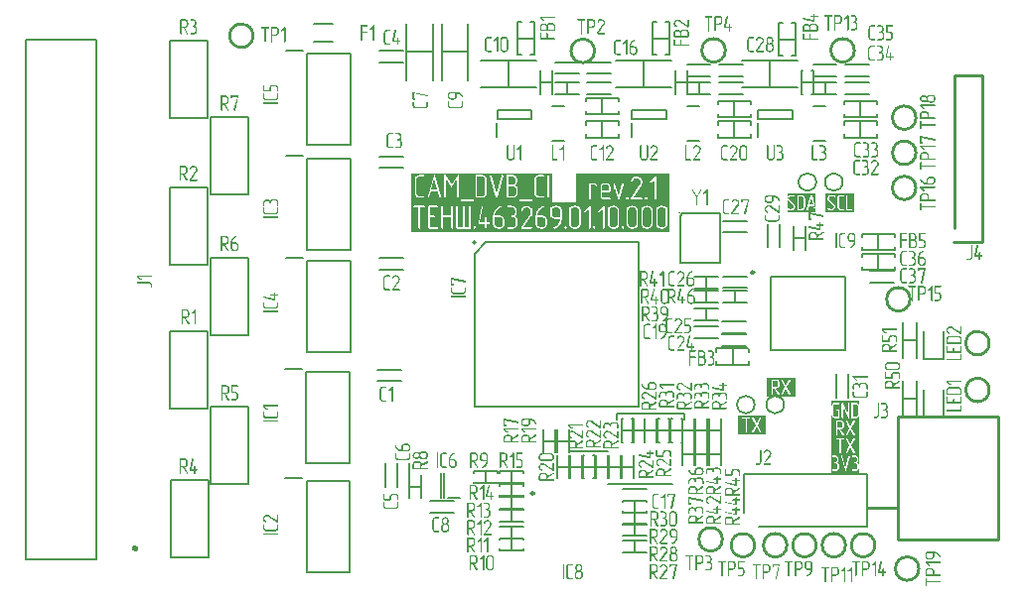
<source format=gto>
G04*
G04 #@! TF.GenerationSoftware,Altium Limited,Altium Designer,24.4.1 (13)*
G04*
G04 Layer_Color=65535*
%FSLAX44Y44*%
%MOMM*%
G71*
G04*
G04 #@! TF.SameCoordinates,15E4D96D-5BE7-4AE5-8AB4-AC3752DCFCC4*
G04*
G04*
G04 #@! TF.FilePolarity,Positive*
G04*
G01*
G75*
%ADD10C,0.1500*%
%ADD11C,0.2500*%
%ADD12C,0.2540*%
%ADD13C,0.1000*%
%ADD14C,0.2000*%
%ADD15C,0.3810*%
G36*
X847000Y367000D02*
Y352000D01*
Y337000D01*
Y322000D01*
X823000D01*
Y337000D01*
Y352000D01*
Y367000D01*
Y383000D01*
X847000D01*
Y367000D01*
D02*
G37*
G36*
X685000Y552500D02*
Y527500D01*
X465000D01*
Y552500D01*
D01*
Y577500D01*
X585000D01*
Y552500D01*
X605000D01*
Y577500D01*
X685000D01*
Y552500D01*
D02*
G37*
G36*
X807306Y550867D02*
X804457D01*
X805881Y556507D01*
X807306Y550867D01*
D02*
G37*
G36*
X785286Y555941D02*
X785312Y555732D01*
X785345Y555549D01*
X785378Y555383D01*
X785411Y555241D01*
X785428Y555183D01*
X785445Y555133D01*
X785461Y555091D01*
X785470Y555066D01*
X785478Y555049D01*
Y555041D01*
X785603Y554824D01*
X785720Y554633D01*
X785828Y554466D01*
X785936Y554333D01*
X786020Y554233D01*
X786086Y554150D01*
X786128Y554108D01*
X786145Y554091D01*
X790219Y550017D01*
X790319Y549901D01*
X790394Y549792D01*
X790460Y549692D01*
X790510Y549601D01*
X790552Y549526D01*
X790577Y549468D01*
X790585Y549434D01*
X790593Y549417D01*
X790610Y549367D01*
X790627Y549326D01*
X790643Y549292D01*
Y549276D01*
X790660Y549217D01*
X790677Y549168D01*
X790685Y549134D01*
Y549126D01*
X790710Y548843D01*
X790702Y548726D01*
X790685Y548609D01*
X790660Y548501D01*
X790635Y548393D01*
X790552Y548201D01*
X790460Y548035D01*
X790410Y547960D01*
X790368Y547901D01*
X790327Y547843D01*
X790285Y547793D01*
X790260Y547760D01*
X790235Y547735D01*
X790219Y547718D01*
X790210Y547710D01*
X790119Y547626D01*
X790019Y547551D01*
X789919Y547485D01*
X789827Y547426D01*
X789727Y547376D01*
X789627Y547335D01*
X789452Y547276D01*
X789294Y547243D01*
X789227Y547235D01*
X789169Y547226D01*
X789127Y547218D01*
X787728D01*
X787578Y547226D01*
X787436Y547235D01*
X787161Y547293D01*
X786911Y547360D01*
X786794Y547401D01*
X786686Y547451D01*
X786594Y547493D01*
X786503Y547535D01*
X786428Y547568D01*
X786361Y547601D01*
X786311Y547635D01*
X786278Y547660D01*
X786253Y547668D01*
X786245Y547676D01*
X785920Y547776D01*
X785820Y547768D01*
X785728Y547743D01*
X785645Y547701D01*
X785578Y547668D01*
X785528Y547626D01*
X785486Y547585D01*
X785461Y547560D01*
X785453Y547551D01*
X785395Y547468D01*
X785353Y547385D01*
X785320Y547310D01*
X785303Y547235D01*
X785286Y547176D01*
X785278Y547135D01*
Y556149D01*
X785286Y555941D01*
D02*
G37*
G36*
X809722Y559065D02*
Y546560D01*
X809697Y546726D01*
X806498Y558515D01*
X806464Y558615D01*
X806431Y558698D01*
X806389Y558773D01*
X806339Y558832D01*
X806289Y558890D01*
X806239Y558932D01*
X806140Y558998D01*
X806040Y559040D01*
X805956Y559057D01*
X805923Y559065D01*
X805881D01*
X805798Y559057D01*
X805715Y559040D01*
X805648Y559015D01*
X805581Y558982D01*
X805473Y558890D01*
X805390Y558790D01*
X805331Y558690D01*
X805290Y558599D01*
X805273Y558565D01*
X805265Y558540D01*
X805256Y558523D01*
Y558515D01*
X802057Y546718D01*
X802040Y546593D01*
X802049Y546485D01*
X802074Y546385D01*
X802107Y546302D01*
X802141Y546227D01*
X802174Y546177D01*
X802207Y546135D01*
X802232Y546110D01*
X802241Y546102D01*
X802315Y546043D01*
X802399Y546002D01*
X802474Y545977D01*
X802549Y545960D01*
X802607Y545943D01*
X802657Y545935D01*
X802699D01*
X802782Y545943D01*
X802849Y545952D01*
X802915Y545977D01*
X802974Y546002D01*
X803024Y546018D01*
X803057Y546043D01*
X803082Y546052D01*
X803090Y546060D01*
X803157Y546118D01*
X803207Y546177D01*
X803240Y546243D01*
X803273Y546302D01*
X803290Y546360D01*
X803307Y546402D01*
X803315Y546435D01*
Y546443D01*
X804165Y549584D01*
X807597D01*
X808464Y546352D01*
X808489Y546285D01*
X808522Y546227D01*
X808564Y546168D01*
X808597Y546127D01*
X808631Y546093D01*
X808664Y546068D01*
X808680Y546052D01*
X808689Y546043D01*
X808755Y546010D01*
X808822Y545985D01*
X808939Y545952D01*
X808989Y545943D01*
X809030Y545935D01*
X809064D01*
X809155Y545943D01*
X809239Y545960D01*
X809314Y545985D01*
X809372Y546018D01*
X809430Y546043D01*
X809472Y546068D01*
X809497Y546085D01*
X809505Y546093D01*
X809580Y546177D01*
X809630Y546268D01*
X809672Y546343D01*
X809697Y546418D01*
X809714Y546477D01*
X809722Y546518D01*
Y545935D01*
Y544500D01*
X785278D01*
Y545927D01*
Y547093D01*
X785337Y546835D01*
X785545Y546610D01*
X785728Y546493D01*
X785920Y546385D01*
X786111Y546293D01*
X786294Y546218D01*
X786486Y546152D01*
X786669Y546093D01*
X786844Y546052D01*
X787003Y546010D01*
X787161Y545985D01*
X787303Y545960D01*
X787428Y545952D01*
X787528Y545935D01*
X787619D01*
X787686Y545927D01*
X789061D01*
X789294Y545935D01*
X789510Y545960D01*
X789719Y546002D01*
X789910Y546060D01*
X790085Y546118D01*
X790252Y546193D01*
X790394Y546268D01*
X790527Y546352D01*
X790643Y546427D01*
X790752Y546502D01*
X790835Y546576D01*
X790910Y546635D01*
X790960Y546693D01*
X791002Y546735D01*
X791027Y546760D01*
X791035Y546768D01*
X791202Y546943D01*
X791352Y547118D01*
X791477Y547293D01*
X791593Y547476D01*
X791685Y547651D01*
X791760Y547826D01*
X791826Y547993D01*
X791876Y548151D01*
X791910Y548293D01*
X791943Y548426D01*
X791968Y548551D01*
X791976Y548651D01*
X791985Y548734D01*
X791993Y548801D01*
Y548834D01*
Y548851D01*
Y549126D01*
X791951Y549334D01*
X791843Y549742D01*
X791777Y549926D01*
X791693Y550117D01*
X791593Y550292D01*
X791493Y550442D01*
X791402Y550567D01*
X791318Y550667D01*
X791243Y550734D01*
X791202Y550775D01*
X791193Y550792D01*
X791185D01*
X787061Y554983D01*
X786969Y555099D01*
X786894Y555199D01*
X786828Y555291D01*
X786778Y555374D01*
X786736Y555433D01*
X786711Y555483D01*
X786694Y555516D01*
X786686Y555524D01*
X786628Y555658D01*
X786594Y555807D01*
X786578Y556116D01*
X786586Y556241D01*
X786594Y556366D01*
X786653Y556591D01*
X786719Y556791D01*
X786811Y556965D01*
X786853Y557032D01*
X786894Y557099D01*
X786928Y557157D01*
X786961Y557207D01*
X786994Y557240D01*
X787019Y557266D01*
X787028Y557282D01*
X787036Y557290D01*
X787128Y557374D01*
X787219Y557457D01*
X787311Y557515D01*
X787411Y557574D01*
X787511Y557624D01*
X787611Y557665D01*
X787794Y557724D01*
X787961Y557757D01*
X788027Y557765D01*
X788094Y557774D01*
X788144Y557782D01*
X789552D01*
X789702Y557774D01*
X789852Y557765D01*
X789994Y557740D01*
X790127Y557707D01*
X790385Y557632D01*
X790502Y557590D01*
X790602Y557549D01*
X790702Y557499D01*
X790785Y557457D01*
X790860Y557415D01*
X790927Y557382D01*
X790977Y557349D01*
X791010Y557324D01*
X791035Y557315D01*
X791043Y557307D01*
X791360Y557207D01*
X791460Y557215D01*
X791552Y557240D01*
X791635Y557274D01*
X791710Y557315D01*
X791768Y557349D01*
X791810Y557382D01*
X791835Y557407D01*
X791843Y557415D01*
X791910Y557499D01*
X791960Y557574D01*
X791993Y557657D01*
X792018Y557732D01*
X792035Y557799D01*
X792043Y557849D01*
Y557890D01*
X792018Y557974D01*
X792001Y558040D01*
X791976Y558107D01*
X791951Y558157D01*
X791935Y558190D01*
X791926Y558215D01*
X791910Y558232D01*
Y558240D01*
X791852Y558315D01*
X791802Y558365D01*
X791760Y558390D01*
X791751Y558399D01*
X791743D01*
X791560Y558515D01*
X791377Y558615D01*
X791193Y558698D01*
X791018Y558773D01*
X790868Y558823D01*
X790810Y558848D01*
X790752Y558865D01*
X790710Y558882D01*
X790677Y558890D01*
X790660Y558898D01*
X790652D01*
X790427Y558957D01*
X790227Y558998D01*
X790035Y559032D01*
X789877Y559048D01*
X789744Y559065D01*
X789685D01*
X789635Y559073D01*
X788211D01*
X787977Y559065D01*
X787761Y559040D01*
X787553Y558998D01*
X787361Y558940D01*
X787178Y558882D01*
X787019Y558807D01*
X786869Y558732D01*
X786736Y558657D01*
X786619Y558573D01*
X786511Y558498D01*
X786420Y558424D01*
X786353Y558365D01*
X786294Y558307D01*
X786253Y558265D01*
X786228Y558240D01*
X786220Y558232D01*
X786053Y558057D01*
X785911Y557882D01*
X785786Y557699D01*
X785678Y557524D01*
X785586Y557349D01*
X785511Y557174D01*
X785445Y557007D01*
X785395Y556849D01*
X785353Y556707D01*
X785328Y556566D01*
X785303Y556449D01*
X785295Y556349D01*
X785286Y556266D01*
X785278Y556199D01*
Y559073D01*
Y560500D01*
X809722D01*
Y559065D01*
D02*
G37*
G36*
X792000Y387000D02*
X768000D01*
Y403000D01*
X792000D01*
Y387000D01*
D02*
G37*
G36*
X842000Y544500D02*
X818000D01*
Y560500D01*
X842000D01*
Y544500D01*
D02*
G37*
G36*
X767000Y354500D02*
X743000D01*
Y370500D01*
X767000D01*
Y354500D01*
D02*
G37*
G36*
X671270Y399268D02*
X671361Y399259D01*
X671461Y399251D01*
X671587Y399235D01*
X671720Y399201D01*
X671870Y399168D01*
X672028Y399126D01*
X672195Y399068D01*
X672370Y399001D01*
X672545Y398918D01*
X672719Y398818D01*
X672895Y398701D01*
X673061Y398568D01*
X673228Y398418D01*
X673236Y398410D01*
X673261Y398376D01*
X673303Y398335D01*
X673361Y398268D01*
X673428Y398185D01*
X673494Y398085D01*
X673569Y397968D01*
X673653Y397835D01*
X673728Y397693D01*
X673811Y397535D01*
X673877Y397360D01*
X673944Y397185D01*
X674003Y396985D01*
X674044Y396785D01*
X674069Y396568D01*
X674078Y396344D01*
Y395377D01*
X674069Y395319D01*
X674061Y395235D01*
X674053Y395136D01*
X674036Y395027D01*
X674011Y394894D01*
X673969Y394752D01*
X673928Y394602D01*
X673869Y394436D01*
X673803Y394269D01*
X673719Y394103D01*
X673628Y393927D01*
X673511Y393744D01*
X673386Y393578D01*
X673236Y393403D01*
X673228Y393394D01*
X673194Y393361D01*
X673153Y393319D01*
X673086Y393261D01*
X673003Y393194D01*
X672903Y393119D01*
X672786Y393036D01*
X672653Y392953D01*
X672511Y392869D01*
X672353Y392786D01*
X672186Y392711D01*
X671995Y392645D01*
X671803Y392586D01*
X671595Y392545D01*
X671378Y392511D01*
X671153Y392503D01*
X667096D01*
X667088D01*
X667071D01*
X667046D01*
X667013D01*
X666963D01*
X666904Y392511D01*
X666838D01*
X666763Y392520D01*
X666596Y392536D01*
X666396Y392553D01*
X666163Y392586D01*
X665913Y392628D01*
X665646Y392678D01*
X665363Y392744D01*
X665071Y392828D01*
X664763Y392928D01*
X664447Y393036D01*
X664138Y393169D01*
X663822Y393328D01*
X663513Y393503D01*
X663505D01*
X663497Y393519D01*
X663472Y393528D01*
X663439Y393553D01*
X663397Y393586D01*
X663347Y393619D01*
X663222Y393703D01*
X663080Y393819D01*
X662914Y393952D01*
X662730Y394111D01*
X662531Y394302D01*
X662330Y394502D01*
X662114Y394736D01*
X661906Y394986D01*
X661697Y395261D01*
X661497Y395552D01*
X661306Y395869D01*
X661131Y396210D01*
X660973Y396568D01*
X660922Y396819D01*
Y396868D01*
X660931Y396918D01*
X660947Y396977D01*
X660973Y397052D01*
X661014Y397127D01*
X661064Y397202D01*
X661131Y397268D01*
X661139Y397277D01*
X661164Y397293D01*
X661206Y397327D01*
X661264Y397360D01*
X661331Y397385D01*
X661406Y397418D01*
X661489Y397435D01*
X661581Y397443D01*
X661589D01*
X661614D01*
X661647Y397435D01*
X661689D01*
X661797Y397402D01*
X661847Y397385D01*
X661906Y397352D01*
X661914D01*
X661931Y397335D01*
X661956Y397310D01*
X661997Y397277D01*
X662039Y397235D01*
X662081Y397177D01*
X662139Y397110D01*
X662189Y397027D01*
X662255Y396843D01*
X662347Y396643D01*
X662514Y396319D01*
X662522Y396302D01*
X662547Y396260D01*
X662597Y396185D01*
X662647Y396102D01*
X662722Y395994D01*
X662797Y395894D01*
X662880Y395785D01*
X662964Y395677D01*
X662972Y395669D01*
X662980Y395652D01*
X663014Y395619D01*
X663047Y395577D01*
X663089Y395527D01*
X663147Y395469D01*
X663214Y395402D01*
X663289Y395327D01*
X663372Y395244D01*
X663464Y395161D01*
X663572Y395069D01*
X663680Y394977D01*
X663797Y394886D01*
X663930Y394786D01*
X664063Y394686D01*
X664213Y394586D01*
X664222D01*
X664238Y394569D01*
X664263Y394552D01*
X664305Y394536D01*
X664355Y394511D01*
X664405Y394477D01*
X664472Y394444D01*
X664547Y394402D01*
X664722Y394319D01*
X664921Y394227D01*
X665138Y394128D01*
X665380Y394036D01*
X665388D01*
X665405Y394027D01*
X665438Y394011D01*
X665488Y394002D01*
X665538Y393986D01*
X665605Y393961D01*
X665755Y393919D01*
X665913Y393877D01*
X666088Y393836D01*
X666255Y393811D01*
X666404Y393803D01*
Y396394D01*
X666413Y396452D01*
X666421Y396544D01*
X666430Y396643D01*
X666446Y396768D01*
X666479Y396910D01*
X666513Y397060D01*
X666554Y397218D01*
X666613Y397385D01*
X666679Y397560D01*
X666763Y397735D01*
X666863Y397910D01*
X666971Y398085D01*
X667104Y398251D01*
X667254Y398418D01*
X667263Y398426D01*
X667296Y398451D01*
X667338Y398501D01*
X667404Y398551D01*
X667487Y398618D01*
X667588Y398693D01*
X667704Y398768D01*
X667829Y398851D01*
X667979Y398926D01*
X668137Y399001D01*
X668304Y399076D01*
X668487Y399143D01*
X668679Y399201D01*
X668887Y399243D01*
X669104Y399268D01*
X669329Y399276D01*
X671153D01*
X671170D01*
X671203D01*
X671270Y399268D01*
D02*
G37*
G36*
X664422Y390945D02*
X664538Y390937D01*
X664680Y390920D01*
X664838Y390887D01*
X665005Y390853D01*
X665180Y390803D01*
X665188D01*
X665196Y390795D01*
X665230Y390787D01*
X665263Y390778D01*
X665305Y390762D01*
X665355Y390737D01*
X665480Y390687D01*
X665638Y390612D01*
X665813Y390528D01*
X666013Y390420D01*
X666229Y390295D01*
X672786Y385805D01*
Y390253D01*
X672794Y390295D01*
X672811Y390362D01*
X672836Y390428D01*
X672878Y390503D01*
X672928Y390578D01*
X672994Y390653D01*
X673003Y390662D01*
X673028Y390687D01*
X673069Y390720D01*
X673119Y390753D01*
X673186Y390787D01*
X673261Y390820D01*
X673344Y390845D01*
X673428Y390853D01*
X673436D01*
X673469D01*
X673511Y390845D01*
X673569Y390837D01*
X673636Y390812D01*
X673711Y390787D01*
X673794Y390745D01*
X673869Y390687D01*
X673877Y390678D01*
X673903Y390653D01*
X673936Y390620D01*
X673969Y390562D01*
X674011Y390495D01*
X674044Y390420D01*
X674069Y390320D01*
X674078Y390212D01*
Y384713D01*
X674069Y384663D01*
X674053Y384605D01*
X674027Y384538D01*
X673986Y384455D01*
X673936Y384372D01*
X673869Y384288D01*
X673861Y384280D01*
X673836Y384263D01*
X673786Y384230D01*
X673728Y384205D01*
X673661Y384172D01*
X673578Y384138D01*
X673494Y384122D01*
X673394Y384113D01*
X673386D01*
X673361D01*
X673328Y384122D01*
X673286D01*
X673194Y384147D01*
X673103Y384188D01*
X665513Y389212D01*
X665155Y389404D01*
X664863Y389529D01*
X664846Y389537D01*
X664813Y389545D01*
X664755Y389562D01*
X664672Y389579D01*
X664580Y389595D01*
X664480Y389612D01*
X664363Y389629D01*
X664247D01*
X664238D01*
X664213D01*
X664163Y389620D01*
X664105D01*
X664038Y389612D01*
X663955Y389595D01*
X663863Y389570D01*
X663764Y389545D01*
X663655Y389512D01*
X663539Y389462D01*
X663430Y389412D01*
X663305Y389345D01*
X663189Y389270D01*
X663072Y389179D01*
X662955Y389070D01*
X662847Y388954D01*
X662830Y388937D01*
X662797Y388895D01*
X662747Y388829D01*
X662680Y388745D01*
X662614Y388637D01*
X662539Y388512D01*
X662464Y388371D01*
X662397Y388221D01*
Y388212D01*
X662389Y388204D01*
X662381Y388179D01*
X662372Y388146D01*
X662347Y388071D01*
X662314Y387962D01*
X662281Y387837D01*
X662255Y387696D01*
X662239Y387546D01*
X662231Y387388D01*
Y387329D01*
X662239Y387288D01*
Y387238D01*
X662247Y387179D01*
X662272Y387038D01*
X662306Y386871D01*
X662364Y386696D01*
X662447Y386504D01*
X662555Y386321D01*
Y386313D01*
X662572Y386296D01*
X662589Y386271D01*
X662614Y386238D01*
X662655Y386196D01*
X662697Y386146D01*
X662755Y386096D01*
X662822Y386038D01*
X662889Y385971D01*
X662980Y385905D01*
X663072Y385838D01*
X663180Y385763D01*
X663297Y385696D01*
X663422Y385630D01*
X663564Y385563D01*
X663714Y385496D01*
X663722D01*
X663738Y385488D01*
X663764Y385471D01*
X663797Y385446D01*
X663838Y385413D01*
X663888Y385380D01*
X663930Y385330D01*
X663980Y385271D01*
Y385263D01*
X663988Y385246D01*
X664005Y385221D01*
X664013Y385180D01*
X664047Y385088D01*
X664080Y384963D01*
Y384913D01*
X664072Y384855D01*
X664055Y384788D01*
X664038Y384705D01*
X664013Y384622D01*
X663972Y384538D01*
X663913Y384455D01*
X663905Y384447D01*
X663880Y384422D01*
X663838Y384397D01*
X663789Y384363D01*
X663714Y384322D01*
X663630Y384297D01*
X663530Y384272D01*
X663414Y384263D01*
X663247Y384288D01*
X663230Y384297D01*
X663197Y384305D01*
X663130Y384330D01*
X663055Y384363D01*
X662955Y384413D01*
X662839Y384463D01*
X662714Y384530D01*
X662580Y384605D01*
X662430Y384688D01*
X662289Y384780D01*
X662139Y384880D01*
X661989Y384996D01*
X661847Y385121D01*
X661714Y385263D01*
X661581Y385405D01*
X661464Y385563D01*
X661456Y385571D01*
X661439Y385596D01*
X661414Y385638D01*
X661381Y385696D01*
X661339Y385771D01*
X661289Y385863D01*
X661247Y385963D01*
X661189Y386079D01*
X661139Y386204D01*
X661097Y386338D01*
X661048Y386488D01*
X661006Y386646D01*
X660973Y386804D01*
X660947Y386979D01*
X660931Y387163D01*
X660922Y387346D01*
Y387404D01*
X660931Y387479D01*
X660939Y387579D01*
X660964Y387704D01*
X660989Y387846D01*
X661031Y388004D01*
X661081Y388179D01*
X661148Y388362D01*
X661231Y388571D01*
X661339Y388779D01*
X661464Y388987D01*
X661606Y389212D01*
X661772Y389429D01*
X661972Y389654D01*
X662197Y389870D01*
X662206Y389879D01*
X662231Y389920D01*
X662264Y389970D01*
X662322Y390037D01*
X662397Y390120D01*
X662480Y390212D01*
X662580Y390312D01*
X662705Y390412D01*
X662839Y390512D01*
X662989Y390612D01*
X663155Y390703D01*
X663339Y390787D01*
X663547Y390853D01*
X663764Y390903D01*
X663997Y390945D01*
X664247Y390953D01*
X664255D01*
X664263D01*
X664297D01*
X664330D01*
X664422Y390945D01*
D02*
G37*
G36*
X673536Y382497D02*
X673594Y382481D01*
X673669Y382447D01*
X673744Y382414D01*
X673828Y382355D01*
X673919Y382281D01*
X673928Y382272D01*
X673944Y382247D01*
X673969Y382206D01*
X673994Y382155D01*
X674027Y382089D01*
X674053Y382014D01*
X674069Y381931D01*
X674078Y381839D01*
Y381781D01*
X674069Y381739D01*
X674053Y381639D01*
X674019Y381531D01*
X674011Y381522D01*
X674003Y381506D01*
X673978Y381481D01*
X673944Y381447D01*
X673903Y381406D01*
X673853Y381364D01*
X673794Y381314D01*
X673728Y381272D01*
X668596Y378282D01*
Y377024D01*
X673436D01*
X673453D01*
X673486D01*
X673536Y377015D01*
X673611Y376998D01*
X673686Y376982D01*
X673761Y376949D01*
X673836Y376899D01*
X673911Y376840D01*
X673919Y376832D01*
X673936Y376807D01*
X673961Y376765D01*
X673994Y376707D01*
X674027Y376640D01*
X674053Y376557D01*
X674069Y376474D01*
X674078Y376374D01*
Y376349D01*
X674069Y376315D01*
X674061Y376274D01*
X674044Y376215D01*
X674027Y376140D01*
X673994Y376049D01*
X673952Y375949D01*
X673944Y375941D01*
X673919Y375915D01*
X673877Y375874D01*
X673819Y375840D01*
X673744Y375799D01*
X673661Y375757D01*
X673553Y375732D01*
X673436Y375724D01*
X661572D01*
X661564D01*
X661547D01*
X661514Y375732D01*
X661472D01*
X661372Y375757D01*
X661247Y375807D01*
X661189Y375840D01*
X661131Y375882D01*
X661081Y375932D01*
X661031Y375999D01*
X660989Y376065D01*
X660956Y376157D01*
X660939Y376249D01*
X660931Y376365D01*
Y379614D01*
X660939Y379681D01*
X660947Y379765D01*
X660956Y379873D01*
X660973Y379989D01*
X661006Y380123D01*
X661039Y380273D01*
X661081Y380431D01*
X661139Y380598D01*
X661206Y380764D01*
X661289Y380939D01*
X661389Y381123D01*
X661506Y381297D01*
X661639Y381464D01*
X661789Y381631D01*
X661797Y381639D01*
X661831Y381672D01*
X661872Y381714D01*
X661939Y381764D01*
X662022Y381831D01*
X662122Y381906D01*
X662239Y381989D01*
X662372Y382072D01*
X662514Y382147D01*
X662672Y382230D01*
X662839Y382305D01*
X663022Y382372D01*
X663214Y382422D01*
X663422Y382472D01*
X663630Y382497D01*
X663855Y382505D01*
X665680D01*
X665696D01*
X665730D01*
X665796Y382497D01*
X665880Y382489D01*
X665988Y382481D01*
X666105Y382464D01*
X666238Y382430D01*
X666388Y382397D01*
X666546Y382355D01*
X666713Y382297D01*
X666879Y382222D01*
X667054Y382139D01*
X667229Y382039D01*
X667404Y381922D01*
X667571Y381789D01*
X667738Y381639D01*
X667746Y381631D01*
X667771Y381597D01*
X667812Y381556D01*
X667871Y381489D01*
X667937Y381406D01*
X668012Y381306D01*
X668087Y381189D01*
X668162Y381056D01*
X668246Y380914D01*
X668321Y380756D01*
X668396Y380581D01*
X668462Y380406D01*
X668512Y380206D01*
X668562Y380006D01*
X668587Y379790D01*
X668596Y379565D01*
Y379640D01*
X673161Y382439D01*
X673169D01*
X673178Y382447D01*
X673203Y382464D01*
X673236Y382472D01*
X673278Y382489D01*
X673319Y382497D01*
X673444Y382505D01*
X673453D01*
X673486D01*
X673536Y382497D01*
D02*
G37*
G36*
X616922Y366801D02*
X617038Y366793D01*
X617180Y366776D01*
X617338Y366743D01*
X617505Y366710D01*
X617680Y366660D01*
X617688D01*
X617696Y366651D01*
X617730Y366643D01*
X617763Y366634D01*
X617805Y366618D01*
X617855Y366593D01*
X617980Y366543D01*
X618138Y366468D01*
X618313Y366385D01*
X618513Y366276D01*
X618730Y366151D01*
X625286Y361661D01*
Y366110D01*
X625294Y366151D01*
X625311Y366218D01*
X625336Y366285D01*
X625378Y366360D01*
X625428Y366435D01*
X625494Y366510D01*
X625503Y366518D01*
X625528Y366543D01*
X625569Y366576D01*
X625619Y366609D01*
X625686Y366643D01*
X625761Y366676D01*
X625844Y366701D01*
X625928Y366710D01*
X625936D01*
X625969D01*
X626011Y366701D01*
X626069Y366693D01*
X626136Y366668D01*
X626211Y366643D01*
X626294Y366601D01*
X626369Y366543D01*
X626377Y366535D01*
X626403Y366510D01*
X626436Y366476D01*
X626469Y366418D01*
X626511Y366351D01*
X626544Y366276D01*
X626569Y366176D01*
X626577Y366068D01*
Y360569D01*
X626569Y360519D01*
X626553Y360461D01*
X626527Y360394D01*
X626486Y360311D01*
X626436Y360228D01*
X626369Y360145D01*
X626361Y360136D01*
X626336Y360120D01*
X626286Y360086D01*
X626228Y360061D01*
X626161Y360028D01*
X626078Y359995D01*
X625994Y359978D01*
X625894Y359969D01*
X625886D01*
X625861D01*
X625828Y359978D01*
X625786D01*
X625694Y360003D01*
X625603Y360045D01*
X618013Y365068D01*
X617655Y365260D01*
X617363Y365385D01*
X617346Y365393D01*
X617313Y365401D01*
X617255Y365418D01*
X617172Y365435D01*
X617080Y365452D01*
X616980Y365468D01*
X616863Y365485D01*
X616747D01*
X616738D01*
X616713D01*
X616663Y365476D01*
X616605D01*
X616538Y365468D01*
X616455Y365452D01*
X616363Y365426D01*
X616263Y365401D01*
X616155Y365368D01*
X616039Y365318D01*
X615930Y365268D01*
X615805Y365201D01*
X615689Y365126D01*
X615572Y365035D01*
X615455Y364927D01*
X615347Y364810D01*
X615330Y364793D01*
X615297Y364752D01*
X615247Y364685D01*
X615180Y364602D01*
X615114Y364493D01*
X615039Y364368D01*
X614964Y364227D01*
X614897Y364077D01*
Y364068D01*
X614889Y364060D01*
X614880Y364035D01*
X614872Y364002D01*
X614847Y363927D01*
X614814Y363819D01*
X614781Y363694D01*
X614756Y363552D01*
X614739Y363402D01*
X614730Y363244D01*
Y363185D01*
X614739Y363144D01*
Y363094D01*
X614747Y363035D01*
X614772Y362894D01*
X614805Y362727D01*
X614864Y362552D01*
X614947Y362361D01*
X615055Y362177D01*
Y362169D01*
X615072Y362152D01*
X615089Y362127D01*
X615114Y362094D01*
X615155Y362052D01*
X615197Y362002D01*
X615255Y361952D01*
X615322Y361894D01*
X615389Y361827D01*
X615480Y361761D01*
X615572Y361694D01*
X615680Y361619D01*
X615797Y361553D01*
X615922Y361486D01*
X616063Y361419D01*
X616213Y361353D01*
X616222D01*
X616238Y361344D01*
X616263Y361328D01*
X616297Y361302D01*
X616338Y361269D01*
X616388Y361236D01*
X616430Y361186D01*
X616480Y361128D01*
Y361119D01*
X616488Y361103D01*
X616505Y361078D01*
X616513Y361036D01*
X616547Y360944D01*
X616580Y360819D01*
Y360769D01*
X616572Y360711D01*
X616555Y360644D01*
X616538Y360561D01*
X616513Y360478D01*
X616472Y360394D01*
X616413Y360311D01*
X616405Y360303D01*
X616380Y360278D01*
X616338Y360253D01*
X616288Y360219D01*
X616213Y360178D01*
X616130Y360153D01*
X616030Y360128D01*
X615914Y360120D01*
X615747Y360145D01*
X615730Y360153D01*
X615697Y360161D01*
X615630Y360186D01*
X615555Y360219D01*
X615455Y360270D01*
X615339Y360319D01*
X615214Y360386D01*
X615080Y360461D01*
X614930Y360544D01*
X614789Y360636D01*
X614639Y360736D01*
X614489Y360853D01*
X614347Y360978D01*
X614214Y361119D01*
X614081Y361261D01*
X613964Y361419D01*
X613956Y361427D01*
X613939Y361452D01*
X613914Y361494D01*
X613881Y361553D01*
X613839Y361627D01*
X613789Y361719D01*
X613747Y361819D01*
X613689Y361936D01*
X613639Y362061D01*
X613597Y362194D01*
X613548Y362344D01*
X613506Y362502D01*
X613473Y362660D01*
X613447Y362836D01*
X613431Y363019D01*
X613423Y363202D01*
Y363260D01*
X613431Y363335D01*
X613439Y363435D01*
X613464Y363560D01*
X613489Y363702D01*
X613531Y363860D01*
X613581Y364035D01*
X613647Y364218D01*
X613731Y364427D01*
X613839Y364635D01*
X613964Y364843D01*
X614106Y365068D01*
X614272Y365285D01*
X614472Y365510D01*
X614697Y365726D01*
X614706Y365735D01*
X614730Y365776D01*
X614764Y365826D01*
X614822Y365893D01*
X614897Y365976D01*
X614980Y366068D01*
X615080Y366168D01*
X615205Y366268D01*
X615339Y366368D01*
X615489Y366468D01*
X615655Y366559D01*
X615839Y366643D01*
X616047Y366710D01*
X616263Y366759D01*
X616497Y366801D01*
X616747Y366810D01*
X616755D01*
X616763D01*
X616797D01*
X616830D01*
X616922Y366801D01*
D02*
G37*
G36*
Y358412D02*
X617038Y358403D01*
X617180Y358387D01*
X617338Y358353D01*
X617505Y358320D01*
X617680Y358270D01*
X617688D01*
X617696Y358262D01*
X617730Y358253D01*
X617763Y358245D01*
X617805Y358228D01*
X617855Y358203D01*
X617980Y358153D01*
X618138Y358078D01*
X618313Y357995D01*
X618513Y357887D01*
X618730Y357762D01*
X625286Y353271D01*
Y357720D01*
X625294Y357762D01*
X625311Y357828D01*
X625336Y357895D01*
X625378Y357970D01*
X625428Y358045D01*
X625494Y358120D01*
X625503Y358128D01*
X625528Y358153D01*
X625569Y358187D01*
X625619Y358220D01*
X625686Y358253D01*
X625761Y358287D01*
X625844Y358312D01*
X625928Y358320D01*
X625936D01*
X625969D01*
X626011Y358312D01*
X626069Y358303D01*
X626136Y358278D01*
X626211Y358253D01*
X626294Y358212D01*
X626369Y358153D01*
X626377Y358145D01*
X626403Y358120D01*
X626436Y358087D01*
X626469Y358028D01*
X626511Y357962D01*
X626544Y357887D01*
X626569Y357787D01*
X626577Y357678D01*
Y352180D01*
X626569Y352130D01*
X626553Y352072D01*
X626527Y352005D01*
X626486Y351922D01*
X626436Y351838D01*
X626369Y351755D01*
X626361Y351747D01*
X626336Y351730D01*
X626286Y351697D01*
X626228Y351672D01*
X626161Y351638D01*
X626078Y351605D01*
X625994Y351588D01*
X625894Y351580D01*
X625886D01*
X625861D01*
X625828Y351588D01*
X625786D01*
X625694Y351613D01*
X625603Y351655D01*
X618013Y356679D01*
X617655Y356870D01*
X617363Y356995D01*
X617346Y357004D01*
X617313Y357012D01*
X617255Y357029D01*
X617172Y357045D01*
X617080Y357062D01*
X616980Y357079D01*
X616863Y357095D01*
X616747D01*
X616738D01*
X616713D01*
X616663Y357087D01*
X616605D01*
X616538Y357079D01*
X616455Y357062D01*
X616363Y357037D01*
X616263Y357012D01*
X616155Y356979D01*
X616039Y356929D01*
X615930Y356879D01*
X615805Y356812D01*
X615689Y356737D01*
X615572Y356645D01*
X615455Y356537D01*
X615347Y356420D01*
X615330Y356404D01*
X615297Y356362D01*
X615247Y356296D01*
X615180Y356212D01*
X615114Y356104D01*
X615039Y355979D01*
X614964Y355837D01*
X614897Y355687D01*
Y355679D01*
X614889Y355671D01*
X614880Y355646D01*
X614872Y355612D01*
X614847Y355537D01*
X614814Y355429D01*
X614781Y355304D01*
X614756Y355162D01*
X614739Y355013D01*
X614730Y354854D01*
Y354796D01*
X614739Y354754D01*
Y354704D01*
X614747Y354646D01*
X614772Y354504D01*
X614805Y354338D01*
X614864Y354163D01*
X614947Y353971D01*
X615055Y353788D01*
Y353779D01*
X615072Y353763D01*
X615089Y353738D01*
X615114Y353704D01*
X615155Y353663D01*
X615197Y353613D01*
X615255Y353563D01*
X615322Y353504D01*
X615389Y353438D01*
X615480Y353371D01*
X615572Y353305D01*
X615680Y353230D01*
X615797Y353163D01*
X615922Y353096D01*
X616063Y353030D01*
X616213Y352963D01*
X616222D01*
X616238Y352955D01*
X616263Y352938D01*
X616297Y352913D01*
X616338Y352880D01*
X616388Y352846D01*
X616430Y352796D01*
X616480Y352738D01*
Y352730D01*
X616488Y352713D01*
X616505Y352688D01*
X616513Y352646D01*
X616547Y352555D01*
X616580Y352430D01*
Y352380D01*
X616572Y352322D01*
X616555Y352255D01*
X616538Y352172D01*
X616513Y352088D01*
X616472Y352005D01*
X616413Y351922D01*
X616405Y351913D01*
X616380Y351888D01*
X616338Y351863D01*
X616288Y351830D01*
X616213Y351788D01*
X616130Y351763D01*
X616030Y351738D01*
X615914Y351730D01*
X615747Y351755D01*
X615730Y351763D01*
X615697Y351772D01*
X615630Y351797D01*
X615555Y351830D01*
X615455Y351880D01*
X615339Y351930D01*
X615214Y351997D01*
X615080Y352072D01*
X614930Y352155D01*
X614789Y352247D01*
X614639Y352346D01*
X614489Y352463D01*
X614347Y352588D01*
X614214Y352730D01*
X614081Y352871D01*
X613964Y353030D01*
X613956Y353038D01*
X613939Y353063D01*
X613914Y353105D01*
X613881Y353163D01*
X613839Y353238D01*
X613789Y353330D01*
X613747Y353429D01*
X613689Y353546D01*
X613639Y353671D01*
X613597Y353804D01*
X613548Y353954D01*
X613506Y354113D01*
X613473Y354271D01*
X613447Y354446D01*
X613431Y354629D01*
X613423Y354813D01*
Y354871D01*
X613431Y354946D01*
X613439Y355046D01*
X613464Y355171D01*
X613489Y355312D01*
X613531Y355471D01*
X613581Y355646D01*
X613647Y355829D01*
X613731Y356037D01*
X613839Y356245D01*
X613964Y356454D01*
X614106Y356679D01*
X614272Y356895D01*
X614472Y357120D01*
X614697Y357337D01*
X614706Y357345D01*
X614730Y357387D01*
X614764Y357437D01*
X614822Y357504D01*
X614897Y357587D01*
X614980Y357678D01*
X615080Y357778D01*
X615205Y357878D01*
X615339Y357978D01*
X615489Y358078D01*
X615655Y358170D01*
X615839Y358253D01*
X616047Y358320D01*
X616263Y358370D01*
X616497Y358412D01*
X616747Y358420D01*
X616755D01*
X616763D01*
X616797D01*
X616830D01*
X616922Y358412D01*
D02*
G37*
G36*
X626036Y349964D02*
X626094Y349947D01*
X626169Y349914D01*
X626244Y349880D01*
X626328Y349822D01*
X626419Y349747D01*
X626427Y349739D01*
X626444Y349714D01*
X626469Y349672D01*
X626494Y349622D01*
X626527Y349556D01*
X626553Y349481D01*
X626569Y349397D01*
X626577Y349306D01*
Y349247D01*
X626569Y349206D01*
X626553Y349106D01*
X626519Y348997D01*
X626511Y348989D01*
X626502Y348972D01*
X626478Y348947D01*
X626444Y348914D01*
X626403Y348872D01*
X626353Y348831D01*
X626294Y348781D01*
X626228Y348739D01*
X621096Y345748D01*
Y344490D01*
X625936D01*
X625953D01*
X625986D01*
X626036Y344482D01*
X626111Y344465D01*
X626186Y344449D01*
X626261Y344415D01*
X626336Y344365D01*
X626411Y344307D01*
X626419Y344299D01*
X626436Y344274D01*
X626461Y344232D01*
X626494Y344174D01*
X626527Y344107D01*
X626553Y344024D01*
X626569Y343940D01*
X626577Y343840D01*
Y343815D01*
X626569Y343782D01*
X626561Y343740D01*
X626544Y343682D01*
X626527Y343607D01*
X626494Y343515D01*
X626452Y343415D01*
X626444Y343407D01*
X626419Y343382D01*
X626377Y343340D01*
X626319Y343307D01*
X626244Y343265D01*
X626161Y343224D01*
X626053Y343199D01*
X625936Y343190D01*
X614072D01*
X614064D01*
X614047D01*
X614014Y343199D01*
X613972D01*
X613872Y343224D01*
X613747Y343274D01*
X613689Y343307D01*
X613631Y343349D01*
X613581Y343399D01*
X613531Y343465D01*
X613489Y343532D01*
X613456Y343624D01*
X613439Y343715D01*
X613431Y343832D01*
Y347081D01*
X613439Y347148D01*
X613447Y347231D01*
X613456Y347339D01*
X613473Y347456D01*
X613506Y347589D01*
X613539Y347739D01*
X613581Y347898D01*
X613639Y348064D01*
X613706Y348231D01*
X613789Y348406D01*
X613889Y348589D01*
X614006Y348764D01*
X614139Y348931D01*
X614289Y349097D01*
X614297Y349106D01*
X614331Y349139D01*
X614372Y349181D01*
X614439Y349231D01*
X614522Y349297D01*
X614622Y349372D01*
X614739Y349456D01*
X614872Y349539D01*
X615014Y349614D01*
X615172Y349697D01*
X615339Y349772D01*
X615522Y349839D01*
X615714Y349889D01*
X615922Y349939D01*
X616130Y349964D01*
X616355Y349972D01*
X618180D01*
X618196D01*
X618230D01*
X618296Y349964D01*
X618380Y349955D01*
X618488Y349947D01*
X618605Y349930D01*
X618738Y349897D01*
X618888Y349864D01*
X619046Y349822D01*
X619213Y349764D01*
X619379Y349689D01*
X619554Y349605D01*
X619729Y349506D01*
X619904Y349389D01*
X620071Y349256D01*
X620237Y349106D01*
X620246Y349097D01*
X620271Y349064D01*
X620312Y349022D01*
X620371Y348956D01*
X620437Y348872D01*
X620512Y348772D01*
X620587Y348656D01*
X620662Y348522D01*
X620746Y348381D01*
X620821Y348223D01*
X620896Y348048D01*
X620962Y347873D01*
X621012Y347673D01*
X621062Y347473D01*
X621087Y347256D01*
X621096Y347031D01*
Y347106D01*
X625661Y349905D01*
X625669D01*
X625678Y349914D01*
X625703Y349930D01*
X625736Y349939D01*
X625778Y349955D01*
X625819Y349964D01*
X625944Y349972D01*
X625953D01*
X625986D01*
X626036Y349964D01*
D02*
G37*
G36*
X688490Y289065D02*
X688573Y289057D01*
X688681Y289048D01*
X688798Y289032D01*
X688931Y288998D01*
X689081Y288965D01*
X689239Y288923D01*
X689406Y288865D01*
X689573Y288798D01*
X689747Y288715D01*
X689931Y288615D01*
X690106Y288498D01*
X690272Y288365D01*
X690439Y288215D01*
X690447Y288207D01*
X690481Y288174D01*
X690522Y288132D01*
X690572Y288065D01*
X690639Y287982D01*
X690714Y287882D01*
X690797Y287765D01*
X690881Y287632D01*
X690956Y287490D01*
X691039Y287332D01*
X691114Y287166D01*
X691180Y286982D01*
X691230Y286791D01*
X691281Y286582D01*
X691305Y286374D01*
X691314Y286149D01*
Y278851D01*
Y278834D01*
Y278801D01*
X691305Y278734D01*
X691297Y278651D01*
X691289Y278543D01*
X691272Y278426D01*
X691239Y278293D01*
X691206Y278143D01*
X691164Y277985D01*
X691105Y277818D01*
X691031Y277651D01*
X690947Y277476D01*
X690847Y277301D01*
X690731Y277126D01*
X690597Y276951D01*
X690447Y276785D01*
X690439Y276777D01*
X690406Y276751D01*
X690364Y276710D01*
X690297Y276651D01*
X690214Y276585D01*
X690114Y276510D01*
X689997Y276435D01*
X689864Y276360D01*
X689723Y276277D01*
X689564Y276202D01*
X689389Y276127D01*
X689214Y276060D01*
X689014Y276010D01*
X688814Y275960D01*
X688598Y275935D01*
X688373Y275927D01*
X687406D01*
X687348Y275935D01*
X687265Y275943D01*
X687165Y275952D01*
X687057Y275968D01*
X686923Y275993D01*
X686782Y276035D01*
X686632Y276077D01*
X686465Y276135D01*
X686298Y276202D01*
X686132Y276285D01*
X685957Y276377D01*
X685773Y276493D01*
X685607Y276618D01*
X685432Y276768D01*
X685424Y276777D01*
X685390Y276810D01*
X685349Y276851D01*
X685290Y276918D01*
X685224Y277001D01*
X685149Y277101D01*
X685065Y277218D01*
X684982Y277351D01*
X684899Y277493D01*
X684815Y277651D01*
X684741Y277818D01*
X684674Y278009D01*
X684615Y278201D01*
X684574Y278409D01*
X684540Y278626D01*
X684532Y278851D01*
Y286149D01*
Y286166D01*
Y286199D01*
X684540Y286266D01*
X684549Y286349D01*
X684557Y286449D01*
X684574Y286566D01*
X684599Y286699D01*
X684641Y286840D01*
X684682Y286999D01*
X684741Y287157D01*
X684807Y287332D01*
X684890Y287499D01*
X684982Y287674D01*
X685099Y287849D01*
X685224Y288024D01*
X685374Y288190D01*
X685382Y288199D01*
X685415Y288232D01*
X685457Y288274D01*
X685524Y288332D01*
X685607Y288398D01*
X685707Y288473D01*
X685824Y288548D01*
X685957Y288632D01*
X686098Y288715D01*
X686257Y288790D01*
X686423Y288865D01*
X686615Y288932D01*
X686807Y288990D01*
X687015Y289032D01*
X687232Y289065D01*
X687456Y289073D01*
X688423D01*
X688490Y289065D01*
D02*
G37*
G36*
X679658D02*
X679750Y289057D01*
X679850Y289048D01*
X679975Y289032D01*
X680117Y288998D01*
X680267Y288965D01*
X680425Y288923D01*
X680592Y288865D01*
X680767Y288798D01*
X680941Y288715D01*
X681116Y288615D01*
X681291Y288507D01*
X681458Y288374D01*
X681625Y288223D01*
X681633Y288215D01*
X681658Y288182D01*
X681700Y288140D01*
X681758Y288074D01*
X681824Y287990D01*
X681891Y287890D01*
X681974Y287774D01*
X682049Y287649D01*
X682133Y287499D01*
X682208Y287340D01*
X682274Y287174D01*
X682341Y286991D01*
X682399Y286799D01*
X682441Y286591D01*
X682466Y286374D01*
X682474Y286149D01*
Y285233D01*
Y284933D01*
Y284724D01*
X682408Y284524D01*
Y284516D01*
X682399Y284475D01*
X682391Y284424D01*
X682374Y284358D01*
X682349Y284266D01*
X682308Y284175D01*
X682258Y284066D01*
X682199Y283958D01*
Y283950D01*
X682191Y283933D01*
X682175Y283908D01*
X682150Y283875D01*
X682091Y283783D01*
X682008Y283666D01*
X681908Y283533D01*
X681783Y283400D01*
X681633Y283267D01*
X681466Y283141D01*
X681475D01*
X681491Y283133D01*
X681525Y283116D01*
X681558Y283100D01*
X681608Y283075D01*
X681666Y283041D01*
X681733Y283000D01*
X681800Y282950D01*
X681874Y282892D01*
X681958Y282825D01*
X682041Y282750D01*
X682124Y282658D01*
X682216Y282567D01*
X682299Y282458D01*
X682391Y282342D01*
X682474Y282208D01*
X682483Y282200D01*
X682491Y282175D01*
X682516Y282133D01*
X682549Y282083D01*
X682583Y282017D01*
X682616Y281933D01*
X682658Y281850D01*
X682708Y281742D01*
X682749Y281633D01*
X682791Y281517D01*
X682858Y281259D01*
X682916Y280975D01*
X682924Y280825D01*
X682933Y280676D01*
Y278851D01*
Y278834D01*
Y278801D01*
X682924Y278734D01*
X682916Y278643D01*
X682908Y278543D01*
X682891Y278418D01*
X682858Y278284D01*
X682824Y278134D01*
X682783Y277976D01*
X682724Y277810D01*
X682658Y277635D01*
X682574Y277460D01*
X682474Y277285D01*
X682358Y277110D01*
X682224Y276943D01*
X682075Y276777D01*
X682066Y276768D01*
X682033Y276743D01*
X681991Y276702D01*
X681925Y276643D01*
X681841Y276576D01*
X681741Y276510D01*
X681625Y276435D01*
X681500Y276352D01*
X681350Y276277D01*
X681191Y276193D01*
X681025Y276127D01*
X680842Y276060D01*
X680650Y276002D01*
X680442Y275960D01*
X680225Y275935D01*
X680000Y275927D01*
X677667D01*
X677617Y275935D01*
X677551Y275952D01*
X677476Y275968D01*
X677392Y276002D01*
X677317Y276043D01*
X677242Y276102D01*
X677234Y276110D01*
X677217Y276143D01*
X677192Y276185D01*
X677159Y276243D01*
X677126Y276310D01*
X677101Y276393D01*
X677084Y276485D01*
X677076Y276576D01*
Y276585D01*
Y276602D01*
X677084Y276635D01*
X677092Y276685D01*
X677109Y276735D01*
X677142Y276801D01*
X677176Y276885D01*
X677226Y276968D01*
X677234Y276976D01*
X677259Y277010D01*
X677292Y277051D01*
X677351Y277093D01*
X677417Y277143D01*
X677501Y277176D01*
X677601Y277210D01*
X677717Y277218D01*
X680067D01*
X680117Y277226D01*
X680175Y277235D01*
X680242Y277243D01*
X680400Y277276D01*
X680583Y277335D01*
X680775Y277418D01*
X680875Y277468D01*
X680975Y277535D01*
X681066Y277601D01*
X681158Y277685D01*
X681166Y277693D01*
X681175Y277710D01*
X681200Y277735D01*
X681233Y277768D01*
X681266Y277818D01*
X681308Y277868D01*
X681350Y277934D01*
X681400Y278009D01*
X681483Y278176D01*
X681558Y278376D01*
X681591Y278484D01*
X681616Y278601D01*
X681625Y278726D01*
X681633Y278851D01*
Y280676D01*
Y280684D01*
Y280709D01*
Y280742D01*
X681625Y280792D01*
X681616Y280850D01*
X681608Y280917D01*
X681575Y281075D01*
X681516Y281250D01*
X681483Y281350D01*
X681433Y281442D01*
X681375Y281542D01*
X681316Y281642D01*
X681241Y281733D01*
X681158Y281825D01*
X681150Y281833D01*
X681133Y281850D01*
X681108Y281867D01*
X681075Y281900D01*
X681033Y281933D01*
X680975Y281975D01*
X680908Y282025D01*
X680842Y282067D01*
X680667Y282158D01*
X680475Y282233D01*
X680367Y282267D01*
X680250Y282292D01*
X680125Y282300D01*
X680000Y282308D01*
X679492D01*
X679442Y282317D01*
X679375Y282333D01*
X679300Y282350D01*
X679217Y282383D01*
X679142Y282425D01*
X679067Y282483D01*
X679059Y282492D01*
X679042Y282525D01*
X679017Y282567D01*
X678984Y282625D01*
X678950Y282692D01*
X678925Y282775D01*
X678909Y282867D01*
X678900Y282958D01*
Y282966D01*
Y282983D01*
X678909Y283016D01*
X678917Y283067D01*
X678934Y283116D01*
X678967Y283183D01*
X679000Y283267D01*
X679050Y283350D01*
X679059Y283358D01*
X679084Y283391D01*
X679117Y283433D01*
X679175Y283475D01*
X679242Y283525D01*
X679325Y283558D01*
X679425Y283591D01*
X679542Y283600D01*
X679608D01*
X679658Y283608D01*
X679717Y283616D01*
X679783Y283625D01*
X679942Y283658D01*
X680125Y283716D01*
X680317Y283800D01*
X680417Y283850D01*
X680517Y283916D01*
X680608Y283983D01*
X680700Y284066D01*
X680708Y284075D01*
X680716Y284091D01*
X680742Y284116D01*
X680775Y284150D01*
X680808Y284200D01*
X680850Y284249D01*
X680891Y284316D01*
X680941Y284391D01*
X681025Y284558D01*
X681100Y284758D01*
X681133Y284866D01*
X681158Y284983D01*
X681166Y285108D01*
X681175Y285233D01*
Y286149D01*
Y286157D01*
Y286182D01*
Y286216D01*
X681166Y286266D01*
X681158Y286324D01*
X681150Y286391D01*
X681116Y286549D01*
X681058Y286724D01*
X681025Y286824D01*
X680975Y286915D01*
X680916Y287015D01*
X680858Y287115D01*
X680783Y287207D01*
X680700Y287299D01*
X680692Y287307D01*
X680675Y287324D01*
X680650Y287340D01*
X680617Y287374D01*
X680575Y287407D01*
X680517Y287449D01*
X680450Y287499D01*
X680383Y287540D01*
X680208Y287632D01*
X680017Y287707D01*
X679908Y287740D01*
X679792Y287765D01*
X679667Y287774D01*
X679542Y287782D01*
X677667D01*
X677617Y287790D01*
X677551Y287807D01*
X677476Y287824D01*
X677392Y287857D01*
X677317Y287899D01*
X677242Y287957D01*
X677234Y287965D01*
X677217Y287999D01*
X677192Y288040D01*
X677159Y288099D01*
X677126Y288165D01*
X677101Y288249D01*
X677084Y288340D01*
X677076Y288432D01*
Y288440D01*
Y288457D01*
X677084Y288490D01*
X677092Y288540D01*
X677109Y288590D01*
X677142Y288657D01*
X677176Y288740D01*
X677226Y288823D01*
X677234Y288832D01*
X677259Y288865D01*
X677292Y288907D01*
X677351Y288948D01*
X677417Y288998D01*
X677501Y289032D01*
X677601Y289065D01*
X677717Y289073D01*
X679600D01*
X679658Y289065D01*
D02*
G37*
G36*
X672644D02*
X672727Y289057D01*
X672835Y289048D01*
X672952Y289032D01*
X673085Y288998D01*
X673235Y288965D01*
X673393Y288923D01*
X673560Y288865D01*
X673727Y288798D01*
X673902Y288715D01*
X674085Y288615D01*
X674260Y288498D01*
X674426Y288365D01*
X674593Y288215D01*
X674601Y288207D01*
X674635Y288174D01*
X674676Y288132D01*
X674726Y288065D01*
X674793Y287982D01*
X674868Y287882D01*
X674951Y287765D01*
X675035Y287632D01*
X675110Y287490D01*
X675193Y287332D01*
X675268Y287166D01*
X675334Y286982D01*
X675385Y286791D01*
X675434Y286582D01*
X675460Y286374D01*
X675468Y286149D01*
Y284324D01*
Y284308D01*
Y284275D01*
X675460Y284208D01*
X675451Y284125D01*
X675443Y284016D01*
X675426Y283900D01*
X675393Y283766D01*
X675359Y283616D01*
X675318Y283458D01*
X675260Y283291D01*
X675185Y283125D01*
X675101Y282950D01*
X675001Y282775D01*
X674885Y282600D01*
X674751Y282433D01*
X674601Y282267D01*
X674593Y282258D01*
X674560Y282233D01*
X674518Y282192D01*
X674451Y282133D01*
X674368Y282067D01*
X674268Y281992D01*
X674152Y281917D01*
X674018Y281842D01*
X673877Y281758D01*
X673718Y281684D01*
X673543Y281609D01*
X673368Y281542D01*
X673168Y281492D01*
X672969Y281442D01*
X672752Y281417D01*
X672527Y281409D01*
X672602D01*
X675401Y276843D01*
Y276835D01*
X675409Y276826D01*
X675426Y276801D01*
X675434Y276768D01*
X675451Y276726D01*
X675460Y276685D01*
X675468Y276560D01*
Y276551D01*
Y276518D01*
X675460Y276468D01*
X675443Y276410D01*
X675409Y276335D01*
X675376Y276260D01*
X675318Y276177D01*
X675243Y276085D01*
X675235Y276077D01*
X675210Y276060D01*
X675168Y276035D01*
X675118Y276010D01*
X675051Y275977D01*
X674976Y275952D01*
X674893Y275935D01*
X674801Y275927D01*
X674743D01*
X674701Y275935D01*
X674601Y275952D01*
X674493Y275985D01*
X674485Y275993D01*
X674468Y276002D01*
X674443Y276027D01*
X674410Y276060D01*
X674368Y276102D01*
X674326Y276152D01*
X674277Y276210D01*
X674235Y276277D01*
X671244Y281409D01*
X669986D01*
Y276568D01*
Y276551D01*
Y276518D01*
X669978Y276468D01*
X669961Y276393D01*
X669944Y276318D01*
X669911Y276243D01*
X669861Y276168D01*
X669803Y276093D01*
X669794Y276085D01*
X669769Y276068D01*
X669728Y276043D01*
X669669Y276010D01*
X669603Y275977D01*
X669519Y275952D01*
X669436Y275935D01*
X669336Y275927D01*
X669311D01*
X669278Y275935D01*
X669236Y275943D01*
X669178Y275960D01*
X669103Y275977D01*
X669011Y276010D01*
X668911Y276052D01*
X668903Y276060D01*
X668878Y276085D01*
X668836Y276127D01*
X668803Y276185D01*
X668761Y276260D01*
X668720Y276343D01*
X668695Y276451D01*
X668686Y276568D01*
Y288432D01*
Y288440D01*
Y288457D01*
X668695Y288490D01*
Y288532D01*
X668720Y288632D01*
X668770Y288757D01*
X668803Y288815D01*
X668845Y288873D01*
X668895Y288923D01*
X668961Y288973D01*
X669028Y289015D01*
X669119Y289048D01*
X669211Y289065D01*
X669328Y289073D01*
X672577D01*
X672644Y289065D01*
D02*
G37*
G36*
X559352Y339065D02*
X559418Y339048D01*
X559485Y339023D01*
X559560Y338982D01*
X559635Y338932D01*
X559710Y338865D01*
X559718Y338857D01*
X559743Y338832D01*
X559777Y338790D01*
X559818Y338740D01*
X559852Y338673D01*
X559885Y338598D01*
X559910Y338515D01*
X559918Y338432D01*
Y338424D01*
Y338390D01*
X559910Y338349D01*
X559893Y338290D01*
X559877Y338223D01*
X559843Y338148D01*
X559802Y338065D01*
X559743Y337990D01*
X559735Y337982D01*
X559710Y337957D01*
X559677Y337924D01*
X559618Y337890D01*
X559552Y337849D01*
X559477Y337815D01*
X559377Y337790D01*
X559268Y337782D01*
X555361D01*
Y333591D01*
X557044D01*
X557111Y333583D01*
X557194Y333575D01*
X557302Y333566D01*
X557419Y333550D01*
X557561Y333516D01*
X557702Y333483D01*
X557860Y333441D01*
X558027Y333383D01*
X558202Y333308D01*
X558377Y333225D01*
X558552Y333125D01*
X558727Y333008D01*
X558894Y332875D01*
X559060Y332725D01*
X559068Y332717D01*
X559094Y332683D01*
X559143Y332642D01*
X559193Y332575D01*
X559260Y332492D01*
X559335Y332392D01*
X559410Y332275D01*
X559493Y332150D01*
X559568Y332000D01*
X559643Y331850D01*
X559718Y331675D01*
X559785Y331500D01*
X559843Y331309D01*
X559885Y331109D01*
X559910Y330892D01*
X559918Y330676D01*
Y328851D01*
Y328834D01*
Y328801D01*
X559910Y328734D01*
X559902Y328651D01*
X559893Y328543D01*
X559877Y328426D01*
X559843Y328293D01*
X559810Y328143D01*
X559768Y327985D01*
X559710Y327818D01*
X559643Y327651D01*
X559560Y327476D01*
X559460Y327301D01*
X559343Y327126D01*
X559210Y326951D01*
X559060Y326785D01*
X559052Y326777D01*
X559019Y326752D01*
X558977Y326710D01*
X558910Y326651D01*
X558827Y326585D01*
X558727Y326510D01*
X558610Y326435D01*
X558477Y326360D01*
X558335Y326277D01*
X558177Y326202D01*
X558010Y326127D01*
X557827Y326060D01*
X557635Y326010D01*
X557427Y325960D01*
X557219Y325935D01*
X556994Y325927D01*
X554653D01*
X554603Y325935D01*
X554536Y325952D01*
X554461Y325968D01*
X554378Y326002D01*
X554303Y326043D01*
X554228Y326102D01*
X554220Y326110D01*
X554203Y326143D01*
X554178Y326185D01*
X554145Y326243D01*
X554111Y326310D01*
X554086Y326393D01*
X554070Y326485D01*
X554062Y326576D01*
Y326585D01*
Y326601D01*
X554070Y326635D01*
X554078Y326685D01*
X554095Y326735D01*
X554128Y326801D01*
X554161Y326885D01*
X554211Y326968D01*
X554220Y326976D01*
X554245Y327010D01*
X554278Y327051D01*
X554336Y327093D01*
X554403Y327143D01*
X554486Y327176D01*
X554586Y327210D01*
X554703Y327218D01*
X557061D01*
X557111Y327226D01*
X557169Y327235D01*
X557236Y327243D01*
X557394Y327276D01*
X557569Y327335D01*
X557761Y327418D01*
X557860Y327468D01*
X557961Y327535D01*
X558052Y327601D01*
X558144Y327685D01*
X558152Y327693D01*
X558160Y327710D01*
X558185Y327734D01*
X558219Y327768D01*
X558252Y327818D01*
X558294Y327868D01*
X558335Y327934D01*
X558385Y328009D01*
X558469Y328176D01*
X558544Y328376D01*
X558577Y328484D01*
X558602Y328601D01*
X558610Y328726D01*
X558619Y328851D01*
Y330676D01*
Y330684D01*
Y330709D01*
Y330742D01*
X558610Y330792D01*
X558602Y330850D01*
X558594Y330917D01*
X558560Y331075D01*
X558502Y331250D01*
X558469Y331350D01*
X558419Y331442D01*
X558360Y331542D01*
X558302Y331642D01*
X558227Y331734D01*
X558144Y331825D01*
X558135Y331833D01*
X558119Y331842D01*
X558094Y331867D01*
X558060Y331900D01*
X558010Y331934D01*
X557961Y331975D01*
X557894Y332017D01*
X557819Y332067D01*
X557652Y332150D01*
X557461Y332225D01*
X557352Y332258D01*
X557236Y332283D01*
X557119Y332292D01*
X556994Y332300D01*
X554678D01*
X554645Y332308D01*
X554603D01*
X554503Y332333D01*
X554386Y332383D01*
X554320Y332417D01*
X554261Y332458D01*
X554211Y332508D01*
X554161Y332575D01*
X554120Y332642D01*
X554086Y332733D01*
X554070Y332825D01*
X554062Y332942D01*
Y338432D01*
Y338440D01*
Y338457D01*
X554070Y338490D01*
Y338532D01*
X554095Y338632D01*
X554145Y338757D01*
X554178Y338815D01*
X554220Y338873D01*
X554270Y338923D01*
X554336Y338973D01*
X554403Y339015D01*
X554495Y339048D01*
X554586Y339065D01*
X554703Y339073D01*
X559310D01*
X559352Y339065D01*
D02*
G37*
G36*
X551937D02*
X551995Y339048D01*
X552062Y339032D01*
X552137Y338998D01*
X552220Y338957D01*
X552295Y338898D01*
X552304Y338890D01*
X552329Y338865D01*
X552362Y338832D01*
X552403Y338773D01*
X552437Y338707D01*
X552470Y338632D01*
X552495Y338540D01*
X552504Y338440D01*
Y326568D01*
Y326552D01*
Y326518D01*
X552495Y326468D01*
X552478Y326393D01*
X552462Y326318D01*
X552429Y326243D01*
X552379Y326168D01*
X552320Y326093D01*
X552312Y326085D01*
X552287Y326068D01*
X552245Y326043D01*
X552187Y326010D01*
X552120Y325977D01*
X552037Y325952D01*
X551954Y325935D01*
X551854Y325927D01*
X551829D01*
X551795Y325935D01*
X551754Y325943D01*
X551695Y325960D01*
X551620Y325977D01*
X551529Y326010D01*
X551429Y326052D01*
X551421Y326060D01*
X551395Y326085D01*
X551354Y326127D01*
X551320Y326185D01*
X551279Y326260D01*
X551237Y326343D01*
X551212Y326451D01*
X551204Y326568D01*
Y337149D01*
X549579Y335241D01*
X549571Y335233D01*
X549546Y335208D01*
X549504Y335183D01*
X549454Y335149D01*
X549388Y335108D01*
X549313Y335083D01*
X549221Y335058D01*
X549129Y335049D01*
X549088D01*
X549029Y335058D01*
X548971Y335074D01*
X548896Y335099D01*
X548813Y335133D01*
X548738Y335174D01*
X548663Y335241D01*
X548655Y335249D01*
X548638Y335274D01*
X548605Y335316D01*
X548571Y335374D01*
X548538Y335441D01*
X548504Y335516D01*
X548488Y335607D01*
X548479Y335708D01*
Y335716D01*
Y335732D01*
X548488Y335757D01*
X548504Y335807D01*
X548521Y335866D01*
X548546Y335932D01*
X548588Y336024D01*
X548646Y336132D01*
X551395Y338890D01*
X551404Y338898D01*
X551429Y338915D01*
X551470Y338948D01*
X551520Y338982D01*
X551587Y339015D01*
X551662Y339048D01*
X551754Y339065D01*
X551845Y339073D01*
X551887D01*
X551937Y339065D01*
D02*
G37*
G36*
X544039D02*
X544122Y339057D01*
X544231Y339048D01*
X544347Y339032D01*
X544481Y338998D01*
X544631Y338965D01*
X544789Y338923D01*
X544955Y338865D01*
X545122Y338798D01*
X545297Y338715D01*
X545480Y338615D01*
X545655Y338498D01*
X545822Y338365D01*
X545989Y338215D01*
X545997Y338207D01*
X546030Y338173D01*
X546072Y338132D01*
X546122Y338065D01*
X546189Y337982D01*
X546263Y337882D01*
X546347Y337765D01*
X546430Y337632D01*
X546505Y337490D01*
X546588Y337332D01*
X546663Y337165D01*
X546730Y336982D01*
X546780Y336791D01*
X546830Y336582D01*
X546855Y336374D01*
X546863Y336149D01*
Y334324D01*
Y334308D01*
Y334274D01*
X546855Y334208D01*
X546847Y334125D01*
X546838Y334016D01*
X546822Y333900D01*
X546788Y333766D01*
X546755Y333616D01*
X546713Y333458D01*
X546655Y333292D01*
X546580Y333125D01*
X546497Y332950D01*
X546397Y332775D01*
X546280Y332600D01*
X546147Y332433D01*
X545997Y332267D01*
X545989Y332258D01*
X545955Y332233D01*
X545914Y332192D01*
X545847Y332133D01*
X545764Y332067D01*
X545664Y331992D01*
X545547Y331917D01*
X545414Y331842D01*
X545272Y331758D01*
X545114Y331684D01*
X544939Y331609D01*
X544764Y331542D01*
X544564Y331492D01*
X544364Y331442D01*
X544147Y331417D01*
X543922Y331409D01*
X543997D01*
X546797Y326843D01*
Y326835D01*
X546805Y326826D01*
X546822Y326801D01*
X546830Y326768D01*
X546847Y326726D01*
X546855Y326685D01*
X546863Y326560D01*
Y326552D01*
Y326518D01*
X546855Y326468D01*
X546838Y326410D01*
X546805Y326335D01*
X546772Y326260D01*
X546713Y326177D01*
X546638Y326085D01*
X546630Y326077D01*
X546605Y326060D01*
X546563Y326035D01*
X546513Y326010D01*
X546447Y325977D01*
X546372Y325952D01*
X546288Y325935D01*
X546197Y325927D01*
X546138D01*
X546097Y325935D01*
X545997Y325952D01*
X545888Y325985D01*
X545880Y325993D01*
X545864Y326002D01*
X545839Y326027D01*
X545805Y326060D01*
X545764Y326102D01*
X545722Y326152D01*
X545672Y326210D01*
X545630Y326277D01*
X542639Y331409D01*
X541381D01*
Y326568D01*
Y326552D01*
Y326518D01*
X541373Y326468D01*
X541356Y326393D01*
X541340Y326318D01*
X541306Y326243D01*
X541256Y326168D01*
X541198Y326093D01*
X541190Y326085D01*
X541165Y326068D01*
X541123Y326043D01*
X541065Y326010D01*
X540998Y325977D01*
X540915Y325952D01*
X540831Y325935D01*
X540732Y325927D01*
X540706D01*
X540673Y325935D01*
X540632Y325943D01*
X540573Y325960D01*
X540498Y325977D01*
X540407Y326010D01*
X540307Y326052D01*
X540298Y326060D01*
X540273Y326085D01*
X540232Y326127D01*
X540198Y326185D01*
X540157Y326260D01*
X540115Y326343D01*
X540090Y326451D01*
X540082Y326568D01*
Y338432D01*
Y338440D01*
Y338457D01*
X540090Y338490D01*
Y338532D01*
X540115Y338632D01*
X540165Y338757D01*
X540198Y338815D01*
X540240Y338873D01*
X540290Y338923D01*
X540357Y338973D01*
X540423Y339015D01*
X540515Y339048D01*
X540607Y339065D01*
X540723Y339073D01*
X543972D01*
X544039Y339065D01*
D02*
G37*
G36*
X531136Y311565D02*
X531203Y311548D01*
X531269Y311532D01*
X531353Y311498D01*
X531436Y311457D01*
X531511Y311398D01*
X531519Y311390D01*
X531544Y311365D01*
X531577Y311332D01*
X531619Y311282D01*
X531652Y311215D01*
X531686Y311140D01*
X531711Y311049D01*
X531719Y310957D01*
X531702Y310807D01*
X529995Y302459D01*
X532244D01*
Y304567D01*
Y304575D01*
Y304600D01*
X532252Y304642D01*
X532269Y304700D01*
X532286Y304758D01*
X532319Y304833D01*
X532369Y304908D01*
X532427Y304992D01*
X532436Y305000D01*
X532461Y305025D01*
X532502Y305058D01*
X532561Y305100D01*
X532627Y305142D01*
X532702Y305175D01*
X532794Y305200D01*
X532894Y305208D01*
X532935D01*
X532977Y305200D01*
X533035Y305183D01*
X533102Y305167D01*
X533169Y305133D01*
X533252Y305092D01*
X533327Y305033D01*
X533335Y305025D01*
X533360Y305000D01*
X533394Y304967D01*
X533435Y304917D01*
X533477Y304850D01*
X533510Y304767D01*
X533535Y304675D01*
X533544Y304567D01*
Y302459D01*
X534768D01*
X534810Y302451D01*
X534877Y302434D01*
X534943Y302409D01*
X535018Y302367D01*
X535093Y302317D01*
X535168Y302251D01*
X535177Y302242D01*
X535201Y302217D01*
X535235Y302176D01*
X535276Y302126D01*
X535310Y302059D01*
X535343Y301984D01*
X535368Y301901D01*
X535377Y301817D01*
Y301809D01*
Y301776D01*
X535368Y301734D01*
X535351Y301676D01*
X535335Y301609D01*
X535302Y301534D01*
X535260Y301451D01*
X535201Y301376D01*
X535193Y301368D01*
X535168Y301343D01*
X535135Y301309D01*
X535077Y301276D01*
X535010Y301234D01*
X534935Y301201D01*
X534835Y301176D01*
X534727Y301168D01*
X533544D01*
Y299068D01*
Y299051D01*
Y299018D01*
X533535Y298968D01*
X533519Y298893D01*
X533502Y298818D01*
X533469Y298743D01*
X533419Y298668D01*
X533360Y298593D01*
X533352Y298585D01*
X533327Y298568D01*
X533285Y298543D01*
X533227Y298510D01*
X533160Y298477D01*
X533077Y298452D01*
X532994Y298435D01*
X532894Y298427D01*
X532869D01*
X532836Y298435D01*
X532794Y298443D01*
X532735Y298460D01*
X532660Y298477D01*
X532569Y298510D01*
X532469Y298552D01*
X532461Y298560D01*
X532436Y298585D01*
X532394Y298627D01*
X532361Y298685D01*
X532319Y298760D01*
X532277Y298843D01*
X532252Y298951D01*
X532244Y299068D01*
Y301168D01*
X529195D01*
X529145Y301176D01*
X529078Y301193D01*
X529003Y301209D01*
X528928Y301243D01*
X528853Y301284D01*
X528778Y301343D01*
X528770Y301351D01*
X528753Y301376D01*
X528720Y301418D01*
X528686Y301468D01*
X528653Y301534D01*
X528620Y301618D01*
X528603Y301709D01*
X528595Y301809D01*
X528603Y301926D01*
X530428Y311024D01*
Y311040D01*
X530436Y311073D01*
X530453Y311123D01*
X530478Y311182D01*
X530511Y311257D01*
X530553Y311323D01*
X530611Y311398D01*
X530678Y311457D01*
X531036Y311573D01*
X531086D01*
X531136Y311565D01*
D02*
G37*
G36*
X526479D02*
X526537Y311548D01*
X526604Y311532D01*
X526679Y311498D01*
X526762Y311457D01*
X526837Y311398D01*
X526845Y311390D01*
X526870Y311365D01*
X526904Y311332D01*
X526945Y311273D01*
X526979Y311207D01*
X527012Y311132D01*
X527037Y311040D01*
X527045Y310940D01*
Y299068D01*
Y299051D01*
Y299018D01*
X527037Y298968D01*
X527020Y298893D01*
X527004Y298818D01*
X526970Y298743D01*
X526920Y298668D01*
X526862Y298593D01*
X526854Y298585D01*
X526829Y298568D01*
X526787Y298543D01*
X526729Y298510D01*
X526662Y298477D01*
X526579Y298452D01*
X526495Y298435D01*
X526395Y298427D01*
X526371D01*
X526337Y298435D01*
X526296Y298443D01*
X526237Y298460D01*
X526162Y298477D01*
X526071Y298510D01*
X525971Y298552D01*
X525962Y298560D01*
X525937Y298585D01*
X525896Y298627D01*
X525862Y298685D01*
X525821Y298760D01*
X525779Y298843D01*
X525754Y298951D01*
X525746Y299068D01*
Y309649D01*
X524121Y307741D01*
X524113Y307733D01*
X524088Y307708D01*
X524046Y307683D01*
X523996Y307649D01*
X523929Y307608D01*
X523854Y307583D01*
X523763Y307558D01*
X523671Y307549D01*
X523629D01*
X523571Y307558D01*
X523513Y307574D01*
X523438Y307599D01*
X523355Y307633D01*
X523280Y307674D01*
X523205Y307741D01*
X523196Y307749D01*
X523180Y307774D01*
X523146Y307816D01*
X523113Y307874D01*
X523080Y307941D01*
X523046Y308016D01*
X523030Y308107D01*
X523021Y308207D01*
Y308216D01*
Y308232D01*
X523030Y308258D01*
X523046Y308307D01*
X523063Y308366D01*
X523088Y308433D01*
X523130Y308524D01*
X523188Y308632D01*
X525937Y311390D01*
X525946Y311398D01*
X525971Y311415D01*
X526012Y311448D01*
X526062Y311482D01*
X526129Y311515D01*
X526204Y311548D01*
X526296Y311565D01*
X526387Y311573D01*
X526429D01*
X526479Y311565D01*
D02*
G37*
G36*
X518581D02*
X518664Y311557D01*
X518772Y311548D01*
X518889Y311532D01*
X519022Y311498D01*
X519172Y311465D01*
X519331Y311423D01*
X519497Y311365D01*
X519664Y311298D01*
X519839Y311215D01*
X520022Y311115D01*
X520197Y310998D01*
X520364Y310865D01*
X520530Y310715D01*
X520539Y310707D01*
X520572Y310674D01*
X520614Y310632D01*
X520664Y310565D01*
X520730Y310482D01*
X520805Y310382D01*
X520888Y310265D01*
X520972Y310132D01*
X521047Y309990D01*
X521130Y309832D01*
X521205Y309666D01*
X521272Y309482D01*
X521322Y309291D01*
X521372Y309082D01*
X521397Y308874D01*
X521405Y308649D01*
Y306824D01*
Y306808D01*
Y306775D01*
X521397Y306708D01*
X521388Y306625D01*
X521380Y306516D01*
X521363Y306400D01*
X521330Y306266D01*
X521297Y306116D01*
X521255Y305958D01*
X521197Y305791D01*
X521122Y305625D01*
X521039Y305450D01*
X520938Y305275D01*
X520822Y305100D01*
X520689Y304933D01*
X520539Y304767D01*
X520530Y304758D01*
X520497Y304733D01*
X520455Y304692D01*
X520389Y304633D01*
X520305Y304567D01*
X520205Y304492D01*
X520089Y304417D01*
X519955Y304342D01*
X519814Y304258D01*
X519655Y304184D01*
X519481Y304109D01*
X519306Y304042D01*
X519106Y303992D01*
X518906Y303942D01*
X518689Y303917D01*
X518464Y303909D01*
X518539D01*
X521338Y299343D01*
Y299335D01*
X521347Y299326D01*
X521363Y299301D01*
X521372Y299268D01*
X521388Y299226D01*
X521397Y299185D01*
X521405Y299060D01*
Y299051D01*
Y299018D01*
X521397Y298968D01*
X521380Y298910D01*
X521347Y298835D01*
X521313Y298760D01*
X521255Y298677D01*
X521180Y298585D01*
X521172Y298577D01*
X521147Y298560D01*
X521105Y298535D01*
X521055Y298510D01*
X520989Y298477D01*
X520914Y298452D01*
X520830Y298435D01*
X520739Y298427D01*
X520680D01*
X520639Y298435D01*
X520539Y298452D01*
X520430Y298485D01*
X520422Y298493D01*
X520405Y298502D01*
X520380Y298527D01*
X520347Y298560D01*
X520305Y298602D01*
X520264Y298652D01*
X520214Y298710D01*
X520172Y298777D01*
X517181Y303909D01*
X515923D01*
Y299068D01*
Y299051D01*
Y299018D01*
X515915Y298968D01*
X515898Y298893D01*
X515882Y298818D01*
X515848Y298743D01*
X515798Y298668D01*
X515740Y298593D01*
X515732Y298585D01*
X515706Y298568D01*
X515665Y298543D01*
X515607Y298510D01*
X515540Y298477D01*
X515457Y298452D01*
X515373Y298435D01*
X515273Y298427D01*
X515248D01*
X515215Y298435D01*
X515173Y298443D01*
X515115Y298460D01*
X515040Y298477D01*
X514948Y298510D01*
X514848Y298552D01*
X514840Y298560D01*
X514815Y298585D01*
X514773Y298627D01*
X514740Y298685D01*
X514698Y298760D01*
X514657Y298843D01*
X514632Y298951D01*
X514623Y299068D01*
Y310932D01*
Y310940D01*
Y310957D01*
X514632Y310990D01*
Y311032D01*
X514657Y311132D01*
X514707Y311257D01*
X514740Y311315D01*
X514782Y311373D01*
X514832Y311423D01*
X514898Y311473D01*
X514965Y311515D01*
X515057Y311548D01*
X515148Y311565D01*
X515265Y311573D01*
X518514D01*
X518581Y311565D01*
D02*
G37*
G36*
X518876Y339069D02*
X518959Y339061D01*
X519067Y339053D01*
X519184Y339036D01*
X519318Y339002D01*
X519467Y338969D01*
X519626Y338927D01*
X519792Y338869D01*
X519959Y338802D01*
X520134Y338719D01*
X520317Y338619D01*
X520492Y338503D01*
X520659Y338369D01*
X520825Y338219D01*
X520834Y338211D01*
X520867Y338178D01*
X520909Y338136D01*
X520959Y338069D01*
X521025Y337986D01*
X521100Y337886D01*
X521184Y337770D01*
X521267Y337636D01*
X521342Y337495D01*
X521425Y337336D01*
X521500Y337170D01*
X521567Y336986D01*
X521617Y336795D01*
X521667Y336586D01*
X521692Y336378D01*
X521700Y336153D01*
Y334329D01*
Y334312D01*
Y334279D01*
X521692Y334212D01*
X521684Y334129D01*
X521675Y334020D01*
X521659Y333904D01*
X521625Y333770D01*
X521592Y333620D01*
X521550Y333462D01*
X521492Y333296D01*
X521417Y333129D01*
X521334Y332954D01*
X521234Y332779D01*
X521117Y332604D01*
X520984Y332438D01*
X520834Y332271D01*
X520825Y332263D01*
X520792Y332238D01*
X520750Y332196D01*
X520684Y332138D01*
X520601Y332071D01*
X520500Y331996D01*
X520384Y331921D01*
X520251Y331846D01*
X520109Y331763D01*
X519951Y331688D01*
X519776Y331613D01*
X519601Y331546D01*
X519401Y331496D01*
X519201Y331446D01*
X518984Y331421D01*
X518759Y331413D01*
X518834D01*
X521634Y326847D01*
Y326839D01*
X521642Y326831D01*
X521659Y326806D01*
X521667Y326772D01*
X521684Y326731D01*
X521692Y326689D01*
X521700Y326564D01*
Y326556D01*
Y326522D01*
X521692Y326472D01*
X521675Y326414D01*
X521642Y326339D01*
X521609Y326264D01*
X521550Y326181D01*
X521475Y326089D01*
X521467Y326081D01*
X521442Y326064D01*
X521400Y326039D01*
X521350Y326014D01*
X521284Y325981D01*
X521209Y325956D01*
X521125Y325939D01*
X521034Y325931D01*
X520975D01*
X520934Y325939D01*
X520834Y325956D01*
X520726Y325989D01*
X520717Y325998D01*
X520700Y326006D01*
X520676Y326031D01*
X520642Y326064D01*
X520601Y326106D01*
X520559Y326156D01*
X520509Y326214D01*
X520467Y326281D01*
X517476Y331413D01*
X516218D01*
Y326572D01*
Y326556D01*
Y326522D01*
X516210Y326472D01*
X516193Y326397D01*
X516177Y326322D01*
X516143Y326247D01*
X516093Y326172D01*
X516035Y326097D01*
X516027Y326089D01*
X516002Y326073D01*
X515960Y326048D01*
X515902Y326014D01*
X515835Y325981D01*
X515752Y325956D01*
X515668Y325939D01*
X515568Y325931D01*
X515543D01*
X515510Y325939D01*
X515468Y325947D01*
X515410Y325964D01*
X515335Y325981D01*
X515243Y326014D01*
X515144Y326056D01*
X515135Y326064D01*
X515110Y326089D01*
X515069Y326131D01*
X515035Y326189D01*
X514994Y326264D01*
X514952Y326347D01*
X514927Y326456D01*
X514919Y326572D01*
Y338436D01*
Y338444D01*
Y338461D01*
X514927Y338494D01*
Y338536D01*
X514952Y338636D01*
X515002Y338761D01*
X515035Y338819D01*
X515077Y338877D01*
X515127Y338927D01*
X515193Y338978D01*
X515260Y339019D01*
X515352Y339053D01*
X515443Y339069D01*
X515560Y339077D01*
X518809D01*
X518876Y339069D01*
D02*
G37*
G36*
X527274D02*
X527357D01*
X527457Y339053D01*
X527582Y339036D01*
X527715Y339011D01*
X527857Y338978D01*
X528007Y338936D01*
X528173Y338886D01*
X528340Y338819D01*
X528507Y338744D01*
X528673Y338653D01*
X528832Y338544D01*
X528998Y338419D01*
X529148Y338278D01*
X529157Y338269D01*
X529173Y338253D01*
X529198Y338228D01*
X529232Y338194D01*
X529273Y338153D01*
X529323Y338103D01*
X529432Y337978D01*
X529557Y337828D01*
X529673Y337653D01*
X529790Y337470D01*
X529881Y337278D01*
X530031Y336761D01*
X530081Y336445D01*
Y336153D01*
Y332096D01*
Y332088D01*
Y332071D01*
Y332046D01*
Y332013D01*
Y331963D01*
X530073Y331904D01*
Y331838D01*
X530065Y331763D01*
X530048Y331596D01*
X530031Y331396D01*
X529998Y331163D01*
X529956Y330913D01*
X529898Y330646D01*
X529832Y330363D01*
X529757Y330063D01*
X529656Y329755D01*
X529540Y329447D01*
X529407Y329130D01*
X529248Y328813D01*
X529073Y328505D01*
Y328497D01*
X529057Y328489D01*
X529048Y328464D01*
X529023Y328430D01*
X528990Y328388D01*
X528957Y328339D01*
X528873Y328214D01*
X528757Y328072D01*
X528623Y327905D01*
X528457Y327722D01*
X528274Y327522D01*
X528065Y327322D01*
X527832Y327105D01*
X527582Y326897D01*
X527307Y326689D01*
X527015Y326489D01*
X526699Y326297D01*
X526357Y326123D01*
X525999Y325964D01*
X525766Y325923D01*
X525732D01*
X525699Y325931D01*
X525649Y325947D01*
X525583Y325964D01*
X525499Y325998D01*
X525408Y326039D01*
X525308Y326097D01*
X525299Y326106D01*
X525283Y326139D01*
X525249Y326181D01*
X525224Y326239D01*
X525191Y326314D01*
X525158Y326397D01*
X525141Y326489D01*
X525133Y326581D01*
Y326589D01*
Y326614D01*
X525141Y326647D01*
Y326689D01*
X525166Y326806D01*
X525208Y326922D01*
Y326931D01*
X525224Y326947D01*
X525241Y326981D01*
X525266Y327014D01*
X525333Y327080D01*
X525374Y327114D01*
X525424Y327131D01*
X525433D01*
X525441Y327139D01*
X525466Y327147D01*
X525499Y327155D01*
X525583Y327189D01*
X525682Y327230D01*
X525807Y327281D01*
X525941Y327347D01*
X526224Y327489D01*
X526632Y327747D01*
X526716Y327805D01*
X526866Y327914D01*
X526874Y327922D01*
X526890Y327939D01*
X526924Y327964D01*
X526965Y328005D01*
X527015Y328055D01*
X527082Y328114D01*
X527149Y328180D01*
X527224Y328255D01*
X527307Y328347D01*
X527399Y328438D01*
X527490Y328547D01*
X527582Y328655D01*
X527782Y328905D01*
X527974Y329180D01*
Y329188D01*
X527990Y329205D01*
X528007Y329238D01*
X528032Y329280D01*
X528057Y329330D01*
X528090Y329388D01*
X528124Y329455D01*
X528165Y329538D01*
X528257Y329713D01*
X528349Y329921D01*
X528448Y330138D01*
X528540Y330380D01*
Y330388D01*
X528548Y330413D01*
X528565Y330446D01*
X528582Y330488D01*
X528598Y330546D01*
X528615Y330605D01*
X528665Y330755D01*
X528707Y330921D01*
X528748Y331088D01*
X528773Y331255D01*
X528782Y331404D01*
X526182D01*
X526124Y331413D01*
X526032Y331421D01*
X525933Y331429D01*
X525807Y331446D01*
X525666Y331471D01*
X525516Y331513D01*
X525358Y331554D01*
X525191Y331613D01*
X525016Y331679D01*
X524841Y331763D01*
X524666Y331854D01*
X524491Y331971D01*
X524324Y332096D01*
X524158Y332246D01*
X524150Y332254D01*
X524125Y332287D01*
X524083Y332329D01*
X524025Y332396D01*
X523958Y332479D01*
X523891Y332579D01*
X523816Y332696D01*
X523733Y332829D01*
X523658Y332971D01*
X523575Y333129D01*
X523508Y333296D01*
X523441Y333487D01*
X523383Y333679D01*
X523341Y333887D01*
X523316Y334104D01*
X523308Y334329D01*
Y336153D01*
Y336170D01*
Y336203D01*
X523316Y336270D01*
X523325Y336353D01*
X523333Y336453D01*
X523350Y336570D01*
X523383Y336703D01*
X523416Y336845D01*
X523458Y337003D01*
X523516Y337161D01*
X523583Y337336D01*
X523666Y337503D01*
X523766Y337678D01*
X523875Y337853D01*
X524008Y338028D01*
X524158Y338194D01*
X524166Y338203D01*
X524200Y338236D01*
X524241Y338278D01*
X524308Y338336D01*
X524391Y338403D01*
X524491Y338478D01*
X524608Y338553D01*
X524741Y338636D01*
X524883Y338719D01*
X525041Y338794D01*
X525208Y338869D01*
X525399Y338936D01*
X525591Y338994D01*
X525799Y339036D01*
X526016Y339069D01*
X526241Y339077D01*
X527207D01*
X527274Y339069D01*
D02*
G37*
G36*
X532556Y251565D02*
X532640Y251557D01*
X532748Y251548D01*
X532865Y251532D01*
X532998Y251498D01*
X533148Y251465D01*
X533306Y251423D01*
X533473Y251365D01*
X533639Y251298D01*
X533814Y251215D01*
X533998Y251115D01*
X534173Y250998D01*
X534339Y250865D01*
X534506Y250715D01*
X534514Y250707D01*
X534548Y250674D01*
X534589Y250632D01*
X534639Y250565D01*
X534706Y250482D01*
X534781Y250382D01*
X534864Y250265D01*
X534947Y250132D01*
X535022Y249990D01*
X535106Y249832D01*
X535181Y249666D01*
X535247Y249482D01*
X535297Y249291D01*
X535347Y249082D01*
X535372Y248874D01*
X535381Y248649D01*
Y241351D01*
Y241334D01*
Y241301D01*
X535372Y241234D01*
X535364Y241151D01*
X535356Y241043D01*
X535339Y240926D01*
X535306Y240793D01*
X535272Y240643D01*
X535231Y240485D01*
X535172Y240318D01*
X535097Y240151D01*
X535014Y239976D01*
X534914Y239801D01*
X534798Y239626D01*
X534664Y239451D01*
X534514Y239285D01*
X534506Y239277D01*
X534473Y239251D01*
X534431Y239210D01*
X534364Y239151D01*
X534281Y239085D01*
X534181Y239010D01*
X534064Y238935D01*
X533931Y238860D01*
X533789Y238777D01*
X533631Y238702D01*
X533456Y238627D01*
X533281Y238560D01*
X533081Y238510D01*
X532881Y238460D01*
X532665Y238435D01*
X532440Y238427D01*
X531473D01*
X531415Y238435D01*
X531332Y238443D01*
X531232Y238452D01*
X531123Y238468D01*
X530990Y238493D01*
X530849Y238535D01*
X530699Y238577D01*
X530532Y238635D01*
X530365Y238702D01*
X530199Y238785D01*
X530024Y238877D01*
X529840Y238993D01*
X529674Y239118D01*
X529499Y239268D01*
X529491Y239277D01*
X529457Y239310D01*
X529416Y239351D01*
X529357Y239418D01*
X529291Y239501D01*
X529216Y239601D01*
X529132Y239718D01*
X529049Y239851D01*
X528966Y239993D01*
X528882Y240151D01*
X528807Y240318D01*
X528741Y240509D01*
X528682Y240701D01*
X528641Y240909D01*
X528607Y241126D01*
X528599Y241351D01*
Y248649D01*
Y248666D01*
Y248699D01*
X528607Y248766D01*
X528616Y248849D01*
X528624Y248949D01*
X528641Y249066D01*
X528666Y249199D01*
X528707Y249340D01*
X528749Y249499D01*
X528807Y249657D01*
X528874Y249832D01*
X528957Y249999D01*
X529049Y250174D01*
X529166Y250349D01*
X529291Y250524D01*
X529440Y250690D01*
X529449Y250699D01*
X529482Y250732D01*
X529524Y250774D01*
X529590Y250832D01*
X529674Y250898D01*
X529774Y250973D01*
X529890Y251048D01*
X530024Y251132D01*
X530165Y251215D01*
X530324Y251290D01*
X530490Y251365D01*
X530682Y251432D01*
X530873Y251490D01*
X531082Y251532D01*
X531298Y251565D01*
X531523Y251573D01*
X532490D01*
X532556Y251565D01*
D02*
G37*
G36*
X526475D02*
X526533Y251548D01*
X526600Y251532D01*
X526675Y251498D01*
X526758Y251457D01*
X526833Y251398D01*
X526841Y251390D01*
X526866Y251365D01*
X526899Y251332D01*
X526941Y251273D01*
X526974Y251207D01*
X527008Y251132D01*
X527033Y251040D01*
X527041Y250940D01*
Y239068D01*
Y239051D01*
Y239018D01*
X527033Y238968D01*
X527016Y238893D01*
X527000Y238818D01*
X526966Y238743D01*
X526916Y238668D01*
X526858Y238593D01*
X526850Y238585D01*
X526824Y238568D01*
X526783Y238543D01*
X526725Y238510D01*
X526658Y238477D01*
X526575Y238452D01*
X526491Y238435D01*
X526391Y238427D01*
X526366D01*
X526333Y238435D01*
X526291Y238443D01*
X526233Y238460D01*
X526158Y238477D01*
X526066Y238510D01*
X525966Y238552D01*
X525958Y238560D01*
X525933Y238585D01*
X525891Y238627D01*
X525858Y238685D01*
X525816Y238760D01*
X525775Y238843D01*
X525750Y238951D01*
X525742Y239068D01*
Y249649D01*
X524117Y247741D01*
X524109Y247733D01*
X524084Y247708D01*
X524042Y247683D01*
X523992Y247649D01*
X523925Y247608D01*
X523850Y247583D01*
X523759Y247558D01*
X523667Y247549D01*
X523625D01*
X523567Y247558D01*
X523509Y247574D01*
X523434Y247599D01*
X523350Y247633D01*
X523275Y247674D01*
X523200Y247741D01*
X523192Y247749D01*
X523176Y247774D01*
X523142Y247816D01*
X523109Y247874D01*
X523075Y247941D01*
X523042Y248016D01*
X523026Y248107D01*
X523017Y248207D01*
Y248216D01*
Y248232D01*
X523026Y248258D01*
X523042Y248307D01*
X523059Y248366D01*
X523084Y248432D01*
X523125Y248524D01*
X523184Y248632D01*
X525933Y251390D01*
X525941Y251398D01*
X525966Y251415D01*
X526008Y251448D01*
X526058Y251482D01*
X526125Y251515D01*
X526200Y251548D01*
X526291Y251565D01*
X526383Y251573D01*
X526425D01*
X526475Y251565D01*
D02*
G37*
G36*
X518577D02*
X518660Y251557D01*
X518768Y251548D01*
X518885Y251532D01*
X519018Y251498D01*
X519168Y251465D01*
X519326Y251423D01*
X519493Y251365D01*
X519660Y251298D01*
X519835Y251215D01*
X520018Y251115D01*
X520193Y250998D01*
X520359Y250865D01*
X520526Y250715D01*
X520535Y250707D01*
X520568Y250674D01*
X520609Y250632D01*
X520659Y250565D01*
X520726Y250482D01*
X520801Y250382D01*
X520884Y250265D01*
X520968Y250132D01*
X521043Y249990D01*
X521126Y249832D01*
X521201Y249666D01*
X521268Y249482D01*
X521318Y249291D01*
X521368Y249082D01*
X521393Y248874D01*
X521401Y248649D01*
Y246824D01*
Y246808D01*
Y246775D01*
X521393Y246708D01*
X521384Y246625D01*
X521376Y246516D01*
X521359Y246400D01*
X521326Y246266D01*
X521293Y246116D01*
X521251Y245958D01*
X521193Y245791D01*
X521118Y245625D01*
X521034Y245450D01*
X520934Y245275D01*
X520818Y245100D01*
X520684Y244933D01*
X520535Y244767D01*
X520526Y244758D01*
X520493Y244733D01*
X520451Y244692D01*
X520384Y244633D01*
X520301Y244567D01*
X520201Y244492D01*
X520085Y244417D01*
X519951Y244342D01*
X519810Y244258D01*
X519651Y244184D01*
X519476Y244109D01*
X519301Y244042D01*
X519101Y243992D01*
X518902Y243942D01*
X518685Y243917D01*
X518460Y243909D01*
X518535D01*
X521334Y239343D01*
Y239335D01*
X521343Y239326D01*
X521359Y239301D01*
X521368Y239268D01*
X521384Y239226D01*
X521393Y239185D01*
X521401Y239060D01*
Y239051D01*
Y239018D01*
X521393Y238968D01*
X521376Y238910D01*
X521343Y238835D01*
X521309Y238760D01*
X521251Y238677D01*
X521176Y238585D01*
X521168Y238577D01*
X521143Y238560D01*
X521101Y238535D01*
X521051Y238510D01*
X520984Y238477D01*
X520909Y238452D01*
X520826Y238435D01*
X520734Y238427D01*
X520676D01*
X520634Y238435D01*
X520535Y238452D01*
X520426Y238485D01*
X520418Y238493D01*
X520401Y238502D01*
X520376Y238527D01*
X520343Y238560D01*
X520301Y238602D01*
X520260Y238652D01*
X520210Y238710D01*
X520168Y238777D01*
X517177Y243909D01*
X515919D01*
Y239068D01*
Y239051D01*
Y239018D01*
X515911Y238968D01*
X515894Y238893D01*
X515877Y238818D01*
X515844Y238743D01*
X515794Y238668D01*
X515736Y238593D01*
X515727Y238585D01*
X515702Y238568D01*
X515661Y238543D01*
X515602Y238510D01*
X515536Y238477D01*
X515452Y238452D01*
X515369Y238435D01*
X515269Y238427D01*
X515244D01*
X515211Y238435D01*
X515169Y238443D01*
X515111Y238460D01*
X515036Y238477D01*
X514944Y238510D01*
X514844Y238552D01*
X514836Y238560D01*
X514811Y238585D01*
X514769Y238627D01*
X514736Y238685D01*
X514694Y238760D01*
X514653Y238843D01*
X514628Y238951D01*
X514619Y239068D01*
Y250932D01*
Y250940D01*
Y250957D01*
X514628Y250990D01*
Y251032D01*
X514653Y251132D01*
X514703Y251257D01*
X514736Y251315D01*
X514778Y251373D01*
X514828Y251423D01*
X514894Y251473D01*
X514961Y251515D01*
X515052Y251548D01*
X515144Y251565D01*
X515261Y251573D01*
X518510D01*
X518577Y251565D01*
D02*
G37*
G36*
X716266Y398343D02*
X716357Y398335D01*
X716457Y398326D01*
X716582Y398310D01*
X716716Y398276D01*
X716865Y398243D01*
X717024Y398201D01*
X717190Y398143D01*
X717365Y398076D01*
X717540Y397993D01*
X717715Y397893D01*
X717890Y397776D01*
X718057Y397643D01*
X718223Y397493D01*
X718232Y397485D01*
X718257Y397452D01*
X718298Y397410D01*
X718357Y397343D01*
X718423Y397260D01*
X718490Y397160D01*
X718565Y397043D01*
X718648Y396918D01*
X718723Y396768D01*
X718807Y396610D01*
X718873Y396443D01*
X718940Y396260D01*
X718998Y396069D01*
X719040Y395860D01*
X719065Y395644D01*
X719073Y395419D01*
Y393086D01*
X719065Y393036D01*
X719048Y392969D01*
X719032Y392894D01*
X718998Y392811D01*
X718957Y392736D01*
X718898Y392661D01*
X718890Y392653D01*
X718857Y392636D01*
X718815Y392611D01*
X718757Y392578D01*
X718690Y392545D01*
X718607Y392519D01*
X718515Y392503D01*
X718423Y392495D01*
X718415D01*
X718399D01*
X718365Y392503D01*
X718315Y392511D01*
X718265Y392528D01*
X718198Y392561D01*
X718115Y392594D01*
X718032Y392645D01*
X718024Y392653D01*
X717990Y392678D01*
X717949Y392711D01*
X717907Y392770D01*
X717857Y392836D01*
X717824Y392919D01*
X717790Y393019D01*
X717782Y393136D01*
Y395485D01*
X717774Y395535D01*
X717765Y395594D01*
X717757Y395660D01*
X717724Y395819D01*
X717665Y396002D01*
X717582Y396194D01*
X717532Y396294D01*
X717465Y396394D01*
X717399Y396485D01*
X717315Y396577D01*
X717307Y396585D01*
X717290Y396594D01*
X717265Y396618D01*
X717232Y396652D01*
X717182Y396685D01*
X717132Y396727D01*
X717066Y396768D01*
X716991Y396818D01*
X716824Y396902D01*
X716624Y396977D01*
X716516Y397010D01*
X716399Y397035D01*
X716274Y397043D01*
X716149Y397052D01*
X714324D01*
X714316D01*
X714291D01*
X714258D01*
X714208Y397043D01*
X714149Y397035D01*
X714083Y397027D01*
X713925Y396993D01*
X713750Y396935D01*
X713650Y396902D01*
X713558Y396852D01*
X713458Y396793D01*
X713358Y396735D01*
X713266Y396660D01*
X713175Y396577D01*
X713167Y396568D01*
X713150Y396552D01*
X713133Y396527D01*
X713100Y396493D01*
X713066Y396452D01*
X713025Y396394D01*
X712975Y396327D01*
X712933Y396260D01*
X712842Y396085D01*
X712767Y395894D01*
X712733Y395785D01*
X712708Y395669D01*
X712700Y395544D01*
X712692Y395419D01*
Y394911D01*
X712683Y394861D01*
X712667Y394794D01*
X712650Y394719D01*
X712617Y394636D01*
X712575Y394561D01*
X712517Y394486D01*
X712508Y394477D01*
X712475Y394461D01*
X712433Y394436D01*
X712375Y394402D01*
X712308Y394369D01*
X712225Y394344D01*
X712133Y394327D01*
X712042Y394319D01*
X712033D01*
X712017D01*
X711983Y394327D01*
X711934Y394336D01*
X711883Y394352D01*
X711817Y394386D01*
X711733Y394419D01*
X711650Y394469D01*
X711642Y394477D01*
X711609Y394502D01*
X711567Y394536D01*
X711525Y394594D01*
X711475Y394661D01*
X711442Y394744D01*
X711409Y394844D01*
X711400Y394961D01*
Y395027D01*
X711392Y395077D01*
X711384Y395135D01*
X711375Y395202D01*
X711342Y395360D01*
X711284Y395544D01*
X711200Y395735D01*
X711150Y395835D01*
X711084Y395935D01*
X711017Y396027D01*
X710934Y396119D01*
X710925Y396127D01*
X710909Y396135D01*
X710884Y396160D01*
X710850Y396194D01*
X710800Y396227D01*
X710750Y396269D01*
X710684Y396310D01*
X710609Y396360D01*
X710442Y396443D01*
X710242Y396519D01*
X710134Y396552D01*
X710017Y396577D01*
X709892Y396585D01*
X709767Y396594D01*
X708851D01*
X708843D01*
X708818D01*
X708784D01*
X708734Y396585D01*
X708676Y396577D01*
X708609Y396568D01*
X708451Y396535D01*
X708276Y396477D01*
X708176Y396443D01*
X708084Y396394D01*
X707984Y396335D01*
X707885Y396277D01*
X707793Y396202D01*
X707701Y396119D01*
X707693Y396110D01*
X707676Y396094D01*
X707660Y396069D01*
X707626Y396035D01*
X707593Y395994D01*
X707551Y395935D01*
X707501Y395869D01*
X707460Y395802D01*
X707368Y395627D01*
X707293Y395435D01*
X707260Y395327D01*
X707235Y395210D01*
X707226Y395085D01*
X707218Y394961D01*
Y393086D01*
X707210Y393036D01*
X707193Y392969D01*
X707176Y392894D01*
X707143Y392811D01*
X707101Y392736D01*
X707043Y392661D01*
X707035Y392653D01*
X707001Y392636D01*
X706960Y392611D01*
X706901Y392578D01*
X706835Y392545D01*
X706751Y392519D01*
X706660Y392503D01*
X706568Y392495D01*
X706560D01*
X706543D01*
X706510Y392503D01*
X706460Y392511D01*
X706410Y392528D01*
X706343Y392561D01*
X706260Y392594D01*
X706177Y392645D01*
X706168Y392653D01*
X706135Y392678D01*
X706093Y392711D01*
X706052Y392770D01*
X706002Y392836D01*
X705968Y392919D01*
X705935Y393019D01*
X705927Y393136D01*
Y395019D01*
X705935Y395077D01*
X705943Y395169D01*
X705952Y395269D01*
X705968Y395394D01*
X706002Y395535D01*
X706035Y395685D01*
X706077Y395844D01*
X706135Y396010D01*
X706202Y396185D01*
X706285Y396360D01*
X706385Y396535D01*
X706493Y396710D01*
X706627Y396877D01*
X706776Y397043D01*
X706785Y397052D01*
X706818Y397077D01*
X706860Y397118D01*
X706926Y397177D01*
X707010Y397243D01*
X707110Y397310D01*
X707226Y397393D01*
X707351Y397468D01*
X707501Y397552D01*
X707660Y397627D01*
X707826Y397693D01*
X708009Y397760D01*
X708201Y397818D01*
X708409Y397860D01*
X708626Y397885D01*
X708851Y397893D01*
X709767D01*
X710067D01*
X710275D01*
X710475Y397826D01*
X710484D01*
X710526Y397818D01*
X710575Y397810D01*
X710642Y397793D01*
X710734Y397768D01*
X710825Y397727D01*
X710934Y397677D01*
X711042Y397618D01*
X711050D01*
X711067Y397610D01*
X711092Y397593D01*
X711125Y397568D01*
X711217Y397510D01*
X711334Y397427D01*
X711467Y397327D01*
X711600Y397202D01*
X711733Y397052D01*
X711859Y396885D01*
Y396893D01*
X711867Y396910D01*
X711883Y396943D01*
X711900Y396977D01*
X711925Y397027D01*
X711958Y397085D01*
X712000Y397152D01*
X712050Y397218D01*
X712108Y397293D01*
X712175Y397377D01*
X712250Y397460D01*
X712342Y397543D01*
X712433Y397635D01*
X712542Y397718D01*
X712658Y397810D01*
X712792Y397893D01*
X712800Y397901D01*
X712825Y397910D01*
X712867Y397935D01*
X712916Y397968D01*
X712983Y398002D01*
X713066Y398035D01*
X713150Y398076D01*
X713258Y398126D01*
X713366Y398168D01*
X713483Y398210D01*
X713741Y398276D01*
X714025Y398335D01*
X714174Y398343D01*
X714324Y398351D01*
X716149D01*
X716166D01*
X716199D01*
X716266Y398343D01*
D02*
G37*
G36*
Y390887D02*
X716357Y390878D01*
X716457Y390870D01*
X716582Y390853D01*
X716716Y390820D01*
X716865Y390787D01*
X717024Y390745D01*
X717190Y390687D01*
X717365Y390620D01*
X717540Y390537D01*
X717715Y390437D01*
X717890Y390320D01*
X718057Y390187D01*
X718223Y390037D01*
X718232Y390028D01*
X718257Y389995D01*
X718298Y389953D01*
X718357Y389887D01*
X718423Y389804D01*
X718490Y389704D01*
X718565Y389587D01*
X718648Y389462D01*
X718723Y389312D01*
X718807Y389154D01*
X718873Y388987D01*
X718940Y388804D01*
X718998Y388612D01*
X719040Y388404D01*
X719065Y388187D01*
X719073Y387962D01*
Y385630D01*
X719065Y385580D01*
X719048Y385513D01*
X719032Y385438D01*
X718998Y385355D01*
X718957Y385280D01*
X718898Y385205D01*
X718890Y385196D01*
X718857Y385180D01*
X718815Y385155D01*
X718757Y385121D01*
X718690Y385088D01*
X718607Y385063D01*
X718515Y385046D01*
X718423Y385038D01*
X718415D01*
X718399D01*
X718365Y385046D01*
X718315Y385055D01*
X718265Y385071D01*
X718198Y385105D01*
X718115Y385138D01*
X718032Y385188D01*
X718024Y385196D01*
X717990Y385221D01*
X717949Y385255D01*
X717907Y385313D01*
X717857Y385380D01*
X717824Y385463D01*
X717790Y385563D01*
X717782Y385680D01*
Y388029D01*
X717774Y388079D01*
X717765Y388137D01*
X717757Y388204D01*
X717724Y388362D01*
X717665Y388546D01*
X717582Y388737D01*
X717532Y388837D01*
X717465Y388937D01*
X717399Y389029D01*
X717315Y389120D01*
X717307Y389129D01*
X717290Y389137D01*
X717265Y389162D01*
X717232Y389195D01*
X717182Y389229D01*
X717132Y389270D01*
X717066Y389312D01*
X716991Y389362D01*
X716824Y389445D01*
X716624Y389520D01*
X716516Y389554D01*
X716399Y389579D01*
X716274Y389587D01*
X716149Y389595D01*
X714324D01*
X714316D01*
X714291D01*
X714258D01*
X714208Y389587D01*
X714149Y389579D01*
X714083Y389570D01*
X713925Y389537D01*
X713750Y389479D01*
X713650Y389445D01*
X713558Y389395D01*
X713458Y389337D01*
X713358Y389279D01*
X713266Y389204D01*
X713175Y389120D01*
X713167Y389112D01*
X713150Y389095D01*
X713133Y389070D01*
X713100Y389037D01*
X713066Y388995D01*
X713025Y388937D01*
X712975Y388871D01*
X712933Y388804D01*
X712842Y388629D01*
X712767Y388437D01*
X712733Y388329D01*
X712708Y388212D01*
X712700Y388087D01*
X712692Y387962D01*
Y387454D01*
X712683Y387404D01*
X712667Y387337D01*
X712650Y387262D01*
X712617Y387179D01*
X712575Y387104D01*
X712517Y387029D01*
X712508Y387021D01*
X712475Y387004D01*
X712433Y386979D01*
X712375Y386946D01*
X712308Y386913D01*
X712225Y386888D01*
X712133Y386871D01*
X712042Y386863D01*
X712033D01*
X712017D01*
X711983Y386871D01*
X711934Y386879D01*
X711883Y386896D01*
X711817Y386929D01*
X711733Y386963D01*
X711650Y387013D01*
X711642Y387021D01*
X711609Y387046D01*
X711567Y387079D01*
X711525Y387138D01*
X711475Y387204D01*
X711442Y387287D01*
X711409Y387388D01*
X711400Y387504D01*
Y387571D01*
X711392Y387621D01*
X711384Y387679D01*
X711375Y387746D01*
X711342Y387904D01*
X711284Y388087D01*
X711200Y388279D01*
X711150Y388379D01*
X711084Y388479D01*
X711017Y388571D01*
X710934Y388662D01*
X710925Y388671D01*
X710909Y388679D01*
X710884Y388704D01*
X710850Y388737D01*
X710800Y388770D01*
X710750Y388812D01*
X710684Y388854D01*
X710609Y388904D01*
X710442Y388987D01*
X710242Y389062D01*
X710134Y389095D01*
X710017Y389120D01*
X709892Y389129D01*
X709767Y389137D01*
X708851D01*
X708843D01*
X708818D01*
X708784D01*
X708734Y389129D01*
X708676Y389120D01*
X708609Y389112D01*
X708451Y389079D01*
X708276Y389020D01*
X708176Y388987D01*
X708084Y388937D01*
X707984Y388879D01*
X707885Y388820D01*
X707793Y388745D01*
X707701Y388662D01*
X707693Y388654D01*
X707676Y388637D01*
X707660Y388612D01*
X707626Y388579D01*
X707593Y388537D01*
X707551Y388479D01*
X707501Y388412D01*
X707460Y388346D01*
X707368Y388171D01*
X707293Y387979D01*
X707260Y387871D01*
X707235Y387754D01*
X707226Y387629D01*
X707218Y387504D01*
Y385630D01*
X707210Y385580D01*
X707193Y385513D01*
X707176Y385438D01*
X707143Y385355D01*
X707101Y385280D01*
X707043Y385205D01*
X707035Y385196D01*
X707001Y385180D01*
X706960Y385155D01*
X706901Y385121D01*
X706835Y385088D01*
X706751Y385063D01*
X706660Y385046D01*
X706568Y385038D01*
X706560D01*
X706543D01*
X706510Y385046D01*
X706460Y385055D01*
X706410Y385071D01*
X706343Y385105D01*
X706260Y385138D01*
X706177Y385188D01*
X706168Y385196D01*
X706135Y385221D01*
X706093Y385255D01*
X706052Y385313D01*
X706002Y385380D01*
X705968Y385463D01*
X705935Y385563D01*
X705927Y385680D01*
Y387562D01*
X705935Y387621D01*
X705943Y387712D01*
X705952Y387812D01*
X705968Y387937D01*
X706002Y388079D01*
X706035Y388229D01*
X706077Y388387D01*
X706135Y388554D01*
X706202Y388729D01*
X706285Y388904D01*
X706385Y389079D01*
X706493Y389254D01*
X706627Y389420D01*
X706776Y389587D01*
X706785Y389595D01*
X706818Y389620D01*
X706860Y389662D01*
X706926Y389720D01*
X707010Y389787D01*
X707110Y389854D01*
X707226Y389937D01*
X707351Y390012D01*
X707501Y390095D01*
X707660Y390170D01*
X707826Y390237D01*
X708009Y390303D01*
X708201Y390362D01*
X708409Y390403D01*
X708626Y390428D01*
X708851Y390437D01*
X709767D01*
X710067D01*
X710275D01*
X710475Y390370D01*
X710484D01*
X710526Y390362D01*
X710575Y390353D01*
X710642Y390337D01*
X710734Y390312D01*
X710825Y390270D01*
X710934Y390220D01*
X711042Y390162D01*
X711050D01*
X711067Y390154D01*
X711092Y390137D01*
X711125Y390112D01*
X711217Y390053D01*
X711334Y389970D01*
X711467Y389870D01*
X711600Y389745D01*
X711733Y389595D01*
X711859Y389429D01*
Y389437D01*
X711867Y389454D01*
X711883Y389487D01*
X711900Y389520D01*
X711925Y389570D01*
X711958Y389629D01*
X712000Y389695D01*
X712050Y389762D01*
X712108Y389837D01*
X712175Y389920D01*
X712250Y390004D01*
X712342Y390087D01*
X712433Y390178D01*
X712542Y390262D01*
X712658Y390353D01*
X712792Y390437D01*
X712800Y390445D01*
X712825Y390453D01*
X712867Y390478D01*
X712916Y390512D01*
X712983Y390545D01*
X713066Y390578D01*
X713150Y390620D01*
X713258Y390670D01*
X713366Y390712D01*
X713483Y390753D01*
X713741Y390820D01*
X714025Y390878D01*
X714174Y390887D01*
X714324Y390895D01*
X716149D01*
X716166D01*
X716199D01*
X716266Y390887D01*
D02*
G37*
G36*
X718532Y383422D02*
X718590Y383405D01*
X718665Y383372D01*
X718740Y383339D01*
X718823Y383280D01*
X718915Y383205D01*
X718923Y383197D01*
X718940Y383172D01*
X718965Y383130D01*
X718990Y383080D01*
X719023Y383014D01*
X719048Y382939D01*
X719065Y382855D01*
X719073Y382764D01*
Y382705D01*
X719065Y382664D01*
X719048Y382564D01*
X719015Y382455D01*
X719007Y382447D01*
X718998Y382430D01*
X718973Y382406D01*
X718940Y382372D01*
X718898Y382331D01*
X718848Y382289D01*
X718790Y382239D01*
X718723Y382197D01*
X713591Y379206D01*
Y377948D01*
X718432D01*
X718448D01*
X718482D01*
X718532Y377940D01*
X718607Y377923D01*
X718682Y377907D01*
X718757Y377873D01*
X718832Y377823D01*
X718907Y377765D01*
X718915Y377757D01*
X718932Y377732D01*
X718957Y377690D01*
X718990Y377632D01*
X719023Y377565D01*
X719048Y377482D01*
X719065Y377398D01*
X719073Y377298D01*
Y377273D01*
X719065Y377240D01*
X719057Y377198D01*
X719040Y377140D01*
X719023Y377065D01*
X718990Y376973D01*
X718948Y376874D01*
X718940Y376865D01*
X718915Y376840D01*
X718873Y376799D01*
X718815Y376765D01*
X718740Y376724D01*
X718657Y376682D01*
X718548Y376657D01*
X718432Y376649D01*
X706568D01*
X706560D01*
X706543D01*
X706510Y376657D01*
X706468D01*
X706368Y376682D01*
X706243Y376732D01*
X706185Y376765D01*
X706127Y376807D01*
X706077Y376857D01*
X706027Y376923D01*
X705985Y376990D01*
X705952Y377082D01*
X705935Y377174D01*
X705927Y377290D01*
Y380539D01*
X705935Y380606D01*
X705943Y380689D01*
X705952Y380798D01*
X705968Y380914D01*
X706002Y381048D01*
X706035Y381197D01*
X706077Y381356D01*
X706135Y381522D01*
X706202Y381689D01*
X706285Y381864D01*
X706385Y382047D01*
X706501Y382222D01*
X706635Y382389D01*
X706785Y382555D01*
X706793Y382564D01*
X706826Y382597D01*
X706868Y382639D01*
X706935Y382689D01*
X707018Y382755D01*
X707118Y382830D01*
X707235Y382914D01*
X707368Y382997D01*
X707510Y383072D01*
X707668Y383155D01*
X707834Y383230D01*
X708018Y383297D01*
X708209Y383347D01*
X708418Y383397D01*
X708626Y383422D01*
X708851Y383430D01*
X710675D01*
X710692D01*
X710725D01*
X710792Y383422D01*
X710875Y383414D01*
X710984Y383405D01*
X711100Y383388D01*
X711234Y383355D01*
X711384Y383322D01*
X711542Y383280D01*
X711709Y383222D01*
X711875Y383147D01*
X712050Y383064D01*
X712225Y382964D01*
X712400Y382847D01*
X712567Y382714D01*
X712733Y382564D01*
X712742Y382555D01*
X712767Y382522D01*
X712808Y382480D01*
X712867Y382414D01*
X712933Y382331D01*
X713008Y382230D01*
X713083Y382114D01*
X713158Y381981D01*
X713241Y381839D01*
X713316Y381681D01*
X713391Y381506D01*
X713458Y381331D01*
X713508Y381131D01*
X713558Y380931D01*
X713583Y380714D01*
X713591Y380489D01*
Y380564D01*
X718157Y383363D01*
X718165D01*
X718174Y383372D01*
X718198Y383388D01*
X718232Y383397D01*
X718273Y383414D01*
X718315Y383422D01*
X718440Y383430D01*
X718448D01*
X718482D01*
X718532Y383422D01*
D02*
G37*
G36*
X730766Y398801D02*
X730824Y398785D01*
X730891Y398768D01*
X730966Y398735D01*
X731049Y398693D01*
X731124Y398635D01*
X731132Y398626D01*
X731157Y398601D01*
X731191Y398568D01*
X731224Y398510D01*
X731266Y398443D01*
X731299Y398368D01*
X731324Y398268D01*
X731332Y398160D01*
Y396977D01*
X733432D01*
X733448D01*
X733482D01*
X733532Y396968D01*
X733607Y396952D01*
X733682Y396935D01*
X733757Y396902D01*
X733832Y396852D01*
X733907Y396794D01*
X733915Y396785D01*
X733932Y396760D01*
X733957Y396718D01*
X733990Y396660D01*
X734023Y396594D01*
X734048Y396510D01*
X734065Y396427D01*
X734073Y396327D01*
Y396302D01*
X734065Y396269D01*
X734057Y396227D01*
X734040Y396169D01*
X734023Y396094D01*
X733990Y396002D01*
X733948Y395902D01*
X733940Y395894D01*
X733915Y395869D01*
X733873Y395827D01*
X733815Y395794D01*
X733740Y395752D01*
X733657Y395710D01*
X733548Y395685D01*
X733432Y395677D01*
X731332D01*
Y392628D01*
X731324Y392578D01*
X731307Y392511D01*
X731291Y392436D01*
X731257Y392361D01*
X731216Y392286D01*
X731157Y392211D01*
X731149Y392203D01*
X731124Y392186D01*
X731082Y392153D01*
X731032Y392120D01*
X730966Y392086D01*
X730882Y392053D01*
X730791Y392036D01*
X730691Y392028D01*
X730574Y392036D01*
X721477Y393861D01*
X721460D01*
X721426Y393869D01*
X721377Y393886D01*
X721318Y393911D01*
X721243Y393944D01*
X721177Y393986D01*
X721102Y394044D01*
X721043Y394111D01*
X720927Y394469D01*
Y394519D01*
X720935Y394569D01*
X720952Y394636D01*
X720968Y394702D01*
X721002Y394786D01*
X721043Y394869D01*
X721102Y394944D01*
X721110Y394952D01*
X721135Y394977D01*
X721168Y395011D01*
X721218Y395052D01*
X721285Y395086D01*
X721360Y395119D01*
X721451Y395144D01*
X721543Y395152D01*
X721693Y395136D01*
X730041Y393428D01*
Y395677D01*
X727933D01*
X727925D01*
X727900D01*
X727858Y395685D01*
X727800Y395702D01*
X727742Y395719D01*
X727667Y395752D01*
X727592Y395802D01*
X727508Y395860D01*
X727500Y395869D01*
X727475Y395894D01*
X727442Y395935D01*
X727400Y395994D01*
X727358Y396060D01*
X727325Y396135D01*
X727300Y396227D01*
X727292Y396327D01*
Y396369D01*
X727300Y396410D01*
X727317Y396469D01*
X727333Y396535D01*
X727367Y396602D01*
X727408Y396685D01*
X727467Y396760D01*
X727475Y396768D01*
X727500Y396794D01*
X727533Y396827D01*
X727583Y396868D01*
X727650Y396910D01*
X727733Y396943D01*
X727825Y396968D01*
X727933Y396977D01*
X730041D01*
Y398201D01*
X730049Y398243D01*
X730066Y398310D01*
X730091Y398376D01*
X730133Y398451D01*
X730183Y398526D01*
X730249Y398601D01*
X730258Y398610D01*
X730283Y398635D01*
X730324Y398668D01*
X730374Y398710D01*
X730441Y398743D01*
X730516Y398776D01*
X730599Y398801D01*
X730683Y398810D01*
X730691D01*
X730724D01*
X730766Y398801D01*
D02*
G37*
G36*
X731266Y390428D02*
X731357Y390420D01*
X731457Y390412D01*
X731582Y390395D01*
X731716Y390362D01*
X731865Y390328D01*
X732024Y390287D01*
X732190Y390229D01*
X732365Y390162D01*
X732540Y390079D01*
X732715Y389978D01*
X732890Y389862D01*
X733057Y389729D01*
X733223Y389579D01*
X733232Y389570D01*
X733257Y389537D01*
X733298Y389495D01*
X733357Y389429D01*
X733423Y389345D01*
X733490Y389245D01*
X733565Y389129D01*
X733648Y389004D01*
X733723Y388854D01*
X733807Y388695D01*
X733873Y388529D01*
X733940Y388346D01*
X733998Y388154D01*
X734040Y387946D01*
X734065Y387729D01*
X734073Y387504D01*
Y385171D01*
X734065Y385121D01*
X734048Y385055D01*
X734032Y384980D01*
X733998Y384897D01*
X733957Y384822D01*
X733898Y384747D01*
X733890Y384738D01*
X733857Y384722D01*
X733815Y384697D01*
X733757Y384663D01*
X733690Y384630D01*
X733607Y384605D01*
X733515Y384588D01*
X733423Y384580D01*
X733415D01*
X733399D01*
X733365Y384588D01*
X733315Y384597D01*
X733265Y384613D01*
X733198Y384647D01*
X733115Y384680D01*
X733032Y384730D01*
X733024Y384738D01*
X732990Y384763D01*
X732949Y384796D01*
X732907Y384855D01*
X732857Y384921D01*
X732824Y385005D01*
X732790Y385105D01*
X732782Y385221D01*
Y387571D01*
X732774Y387621D01*
X732765Y387679D01*
X732757Y387746D01*
X732724Y387904D01*
X732665Y388087D01*
X732582Y388279D01*
X732532Y388379D01*
X732465Y388479D01*
X732399Y388571D01*
X732315Y388662D01*
X732307Y388671D01*
X732290Y388679D01*
X732265Y388704D01*
X732232Y388737D01*
X732182Y388770D01*
X732132Y388812D01*
X732066Y388854D01*
X731991Y388904D01*
X731824Y388987D01*
X731624Y389062D01*
X731516Y389095D01*
X731399Y389120D01*
X731274Y389129D01*
X731149Y389137D01*
X729324D01*
X729316D01*
X729291D01*
X729258D01*
X729208Y389129D01*
X729150Y389120D01*
X729083Y389112D01*
X728925Y389079D01*
X728750Y389021D01*
X728650Y388987D01*
X728558Y388937D01*
X728458Y388879D01*
X728358Y388820D01*
X728267Y388745D01*
X728175Y388662D01*
X728167Y388654D01*
X728150Y388637D01*
X728133Y388612D01*
X728100Y388579D01*
X728066Y388537D01*
X728025Y388479D01*
X727975Y388412D01*
X727933Y388346D01*
X727842Y388171D01*
X727767Y387979D01*
X727733Y387871D01*
X727708Y387754D01*
X727700Y387629D01*
X727692Y387504D01*
Y386996D01*
X727683Y386946D01*
X727667Y386879D01*
X727650Y386804D01*
X727617Y386721D01*
X727575Y386646D01*
X727517Y386571D01*
X727508Y386563D01*
X727475Y386546D01*
X727433Y386521D01*
X727375Y386488D01*
X727308Y386454D01*
X727225Y386429D01*
X727133Y386413D01*
X727042Y386404D01*
X727033D01*
X727017D01*
X726983Y386413D01*
X726934Y386421D01*
X726883Y386438D01*
X726817Y386471D01*
X726733Y386504D01*
X726650Y386554D01*
X726642Y386563D01*
X726609Y386588D01*
X726567Y386621D01*
X726525Y386679D01*
X726475Y386746D01*
X726442Y386829D01*
X726409Y386929D01*
X726400Y387046D01*
Y387113D01*
X726392Y387163D01*
X726384Y387221D01*
X726375Y387288D01*
X726342Y387446D01*
X726284Y387629D01*
X726200Y387821D01*
X726150Y387921D01*
X726084Y388021D01*
X726017Y388112D01*
X725934Y388204D01*
X725925Y388212D01*
X725909Y388221D01*
X725884Y388246D01*
X725850Y388279D01*
X725800Y388312D01*
X725750Y388354D01*
X725684Y388396D01*
X725609Y388446D01*
X725442Y388529D01*
X725242Y388604D01*
X725134Y388637D01*
X725017Y388662D01*
X724892Y388671D01*
X724767Y388679D01*
X723851D01*
X723843D01*
X723818D01*
X723784D01*
X723734Y388671D01*
X723676Y388662D01*
X723609Y388654D01*
X723451Y388621D01*
X723276Y388562D01*
X723176Y388529D01*
X723084Y388479D01*
X722984Y388421D01*
X722885Y388362D01*
X722793Y388287D01*
X722701Y388204D01*
X722693Y388196D01*
X722676Y388179D01*
X722660Y388154D01*
X722626Y388121D01*
X722593Y388079D01*
X722551Y388021D01*
X722501Y387954D01*
X722460Y387887D01*
X722368Y387713D01*
X722293Y387521D01*
X722260Y387412D01*
X722235Y387296D01*
X722226Y387171D01*
X722218Y387046D01*
Y385171D01*
X722210Y385121D01*
X722193Y385055D01*
X722176Y384980D01*
X722143Y384897D01*
X722101Y384822D01*
X722043Y384747D01*
X722035Y384738D01*
X722001Y384722D01*
X721960Y384697D01*
X721901Y384663D01*
X721835Y384630D01*
X721751Y384605D01*
X721660Y384588D01*
X721568Y384580D01*
X721560D01*
X721543D01*
X721510Y384588D01*
X721460Y384597D01*
X721410Y384613D01*
X721343Y384647D01*
X721260Y384680D01*
X721177Y384730D01*
X721168Y384738D01*
X721135Y384763D01*
X721093Y384796D01*
X721052Y384855D01*
X721002Y384921D01*
X720968Y385005D01*
X720935Y385105D01*
X720927Y385221D01*
Y387104D01*
X720935Y387163D01*
X720943Y387254D01*
X720952Y387354D01*
X720968Y387479D01*
X721002Y387621D01*
X721035Y387771D01*
X721077Y387929D01*
X721135Y388096D01*
X721202Y388271D01*
X721285Y388446D01*
X721385Y388621D01*
X721493Y388796D01*
X721627Y388962D01*
X721777Y389129D01*
X721785Y389137D01*
X721818Y389162D01*
X721860Y389204D01*
X721926Y389262D01*
X722010Y389329D01*
X722110Y389395D01*
X722226Y389479D01*
X722351Y389554D01*
X722501Y389637D01*
X722660Y389712D01*
X722826Y389779D01*
X723009Y389845D01*
X723201Y389904D01*
X723409Y389945D01*
X723626Y389970D01*
X723851Y389978D01*
X724767D01*
X725067D01*
X725276D01*
X725475Y389912D01*
X725484D01*
X725526Y389904D01*
X725575Y389895D01*
X725642Y389879D01*
X725734Y389854D01*
X725825Y389812D01*
X725934Y389762D01*
X726042Y389704D01*
X726050D01*
X726067Y389695D01*
X726092Y389679D01*
X726125Y389654D01*
X726217Y389595D01*
X726334Y389512D01*
X726467Y389412D01*
X726600Y389287D01*
X726733Y389137D01*
X726859Y388970D01*
Y388979D01*
X726867Y388996D01*
X726883Y389029D01*
X726900Y389062D01*
X726925Y389112D01*
X726958Y389170D01*
X727000Y389237D01*
X727050Y389304D01*
X727108Y389379D01*
X727175Y389462D01*
X727250Y389545D01*
X727342Y389629D01*
X727433Y389720D01*
X727542Y389804D01*
X727658Y389895D01*
X727792Y389978D01*
X727800Y389987D01*
X727825Y389995D01*
X727867Y390020D01*
X727917Y390053D01*
X727983Y390087D01*
X728066Y390120D01*
X728150Y390162D01*
X728258Y390212D01*
X728366Y390253D01*
X728483Y390295D01*
X728741Y390362D01*
X729025Y390420D01*
X729175Y390428D01*
X729324Y390437D01*
X731149D01*
X731166D01*
X731199D01*
X731266Y390428D01*
D02*
G37*
G36*
X733532Y382964D02*
X733590Y382947D01*
X733665Y382914D01*
X733740Y382880D01*
X733823Y382822D01*
X733915Y382747D01*
X733923Y382739D01*
X733940Y382714D01*
X733965Y382672D01*
X733990Y382622D01*
X734023Y382555D01*
X734048Y382481D01*
X734065Y382397D01*
X734073Y382305D01*
Y382247D01*
X734065Y382206D01*
X734048Y382106D01*
X734015Y381997D01*
X734007Y381989D01*
X733998Y381972D01*
X733973Y381947D01*
X733940Y381914D01*
X733898Y381872D01*
X733848Y381831D01*
X733790Y381781D01*
X733723Y381739D01*
X728591Y378748D01*
Y377490D01*
X733432D01*
X733448D01*
X733482D01*
X733532Y377482D01*
X733607Y377465D01*
X733682Y377448D01*
X733757Y377415D01*
X733832Y377365D01*
X733907Y377307D01*
X733915Y377299D01*
X733932Y377273D01*
X733957Y377232D01*
X733990Y377174D01*
X734023Y377107D01*
X734048Y377024D01*
X734065Y376940D01*
X734073Y376840D01*
Y376815D01*
X734065Y376782D01*
X734057Y376740D01*
X734040Y376682D01*
X734023Y376607D01*
X733990Y376515D01*
X733948Y376415D01*
X733940Y376407D01*
X733915Y376382D01*
X733873Y376340D01*
X733815Y376307D01*
X733740Y376265D01*
X733657Y376224D01*
X733548Y376199D01*
X733432Y376190D01*
X721568D01*
X721560D01*
X721543D01*
X721510Y376199D01*
X721468D01*
X721368Y376224D01*
X721243Y376274D01*
X721185Y376307D01*
X721127Y376349D01*
X721077Y376399D01*
X721027Y376465D01*
X720985Y376532D01*
X720952Y376624D01*
X720935Y376715D01*
X720927Y376832D01*
Y380081D01*
X720935Y380148D01*
X720943Y380231D01*
X720952Y380339D01*
X720968Y380456D01*
X721002Y380589D01*
X721035Y380739D01*
X721077Y380897D01*
X721135Y381064D01*
X721202Y381231D01*
X721285Y381406D01*
X721385Y381589D01*
X721501Y381764D01*
X721635Y381931D01*
X721785Y382097D01*
X721793Y382106D01*
X721826Y382139D01*
X721868Y382180D01*
X721935Y382230D01*
X722018Y382297D01*
X722118Y382372D01*
X722235Y382455D01*
X722368Y382539D01*
X722510Y382614D01*
X722668Y382697D01*
X722834Y382772D01*
X723018Y382839D01*
X723209Y382889D01*
X723418Y382939D01*
X723626Y382964D01*
X723851Y382972D01*
X725676D01*
X725692D01*
X725725D01*
X725792Y382964D01*
X725875Y382955D01*
X725984Y382947D01*
X726100Y382930D01*
X726234Y382897D01*
X726384Y382864D01*
X726542Y382822D01*
X726709Y382764D01*
X726875Y382689D01*
X727050Y382605D01*
X727225Y382505D01*
X727400Y382389D01*
X727567Y382256D01*
X727733Y382106D01*
X727742Y382097D01*
X727767Y382064D01*
X727808Y382022D01*
X727867Y381956D01*
X727933Y381872D01*
X728008Y381772D01*
X728083Y381656D01*
X728158Y381522D01*
X728242Y381381D01*
X728316Y381222D01*
X728391Y381048D01*
X728458Y380872D01*
X728508Y380673D01*
X728558Y380473D01*
X728583Y380256D01*
X728591Y380031D01*
Y380106D01*
X733157Y382905D01*
X733165D01*
X733174Y382914D01*
X733198Y382930D01*
X733232Y382939D01*
X733273Y382955D01*
X733315Y382964D01*
X733440Y382972D01*
X733448D01*
X733482D01*
X733532Y382964D01*
D02*
G37*
G36*
X867920Y381565D02*
X868012Y381557D01*
X868112Y381548D01*
X868237Y381532D01*
X868378Y381498D01*
X868528Y381465D01*
X868687Y381423D01*
X868853Y381365D01*
X869028Y381298D01*
X869203Y381215D01*
X869378Y381115D01*
X869553Y381007D01*
X869720Y380873D01*
X869886Y380723D01*
X869895Y380715D01*
X869920Y380682D01*
X869961Y380640D01*
X870020Y380574D01*
X870086Y380490D01*
X870153Y380390D01*
X870236Y380274D01*
X870311Y380149D01*
X870394Y379999D01*
X870469Y379840D01*
X870536Y379674D01*
X870603Y379491D01*
X870661Y379299D01*
X870703Y379091D01*
X870728Y378874D01*
X870736Y378649D01*
Y377733D01*
Y377433D01*
Y377224D01*
X870669Y377024D01*
Y377016D01*
X870661Y376974D01*
X870653Y376925D01*
X870636Y376858D01*
X870611Y376766D01*
X870569Y376675D01*
X870519Y376566D01*
X870461Y376458D01*
Y376450D01*
X870453Y376433D01*
X870436Y376408D01*
X870411Y376375D01*
X870353Y376283D01*
X870269Y376166D01*
X870170Y376033D01*
X870044Y375900D01*
X869895Y375766D01*
X869728Y375642D01*
X869736D01*
X869753Y375633D01*
X869786Y375616D01*
X869820Y375600D01*
X869870Y375575D01*
X869928Y375541D01*
X869995Y375500D01*
X870061Y375450D01*
X870136Y375392D01*
X870219Y375325D01*
X870303Y375250D01*
X870386Y375158D01*
X870478Y375067D01*
X870561Y374958D01*
X870653Y374842D01*
X870736Y374708D01*
X870744Y374700D01*
X870753Y374675D01*
X870778Y374633D01*
X870811Y374584D01*
X870844Y374517D01*
X870878Y374434D01*
X870919Y374350D01*
X870969Y374242D01*
X871011Y374134D01*
X871053Y374017D01*
X871119Y373759D01*
X871178Y373475D01*
X871186Y373325D01*
X871194Y373176D01*
Y371351D01*
Y371334D01*
Y371301D01*
X871186Y371234D01*
X871178Y371143D01*
X871169Y371043D01*
X871153Y370918D01*
X871119Y370784D01*
X871086Y370634D01*
X871044Y370476D01*
X870986Y370309D01*
X870919Y370135D01*
X870836Y369960D01*
X870736Y369785D01*
X870619Y369610D01*
X870486Y369443D01*
X870336Y369277D01*
X870328Y369268D01*
X870294Y369243D01*
X870253Y369202D01*
X870186Y369143D01*
X870103Y369076D01*
X870003Y369010D01*
X869886Y368935D01*
X869761Y368852D01*
X869611Y368777D01*
X869453Y368693D01*
X869286Y368627D01*
X869103Y368560D01*
X868912Y368502D01*
X868703Y368460D01*
X868487Y368435D01*
X868262Y368427D01*
X865929D01*
X865879Y368435D01*
X865812Y368452D01*
X865737Y368468D01*
X865654Y368502D01*
X865579Y368543D01*
X865504Y368602D01*
X865496Y368610D01*
X865479Y368643D01*
X865454Y368685D01*
X865421Y368743D01*
X865387Y368810D01*
X865362Y368893D01*
X865346Y368985D01*
X865337Y369076D01*
Y369085D01*
Y369101D01*
X865346Y369135D01*
X865354Y369185D01*
X865371Y369235D01*
X865404Y369301D01*
X865437Y369385D01*
X865487Y369468D01*
X865496Y369476D01*
X865521Y369510D01*
X865554Y369551D01*
X865612Y369593D01*
X865679Y369643D01*
X865762Y369676D01*
X865862Y369710D01*
X865979Y369718D01*
X868328D01*
X868378Y369726D01*
X868437Y369735D01*
X868503Y369743D01*
X868662Y369776D01*
X868845Y369835D01*
X869036Y369918D01*
X869136Y369968D01*
X869236Y370035D01*
X869328Y370101D01*
X869420Y370185D01*
X869428Y370193D01*
X869436Y370210D01*
X869461Y370235D01*
X869495Y370268D01*
X869528Y370318D01*
X869570Y370368D01*
X869611Y370434D01*
X869661Y370509D01*
X869745Y370676D01*
X869820Y370876D01*
X869853Y370984D01*
X869878Y371101D01*
X869886Y371226D01*
X869895Y371351D01*
Y373176D01*
Y373184D01*
Y373209D01*
Y373242D01*
X869886Y373292D01*
X869878Y373350D01*
X869870Y373417D01*
X869836Y373575D01*
X869778Y373750D01*
X869745Y373850D01*
X869695Y373942D01*
X869636Y374042D01*
X869578Y374142D01*
X869503Y374234D01*
X869420Y374325D01*
X869411Y374333D01*
X869395Y374350D01*
X869370Y374367D01*
X869336Y374400D01*
X869295Y374434D01*
X869236Y374475D01*
X869170Y374525D01*
X869103Y374567D01*
X868928Y374658D01*
X868736Y374733D01*
X868628Y374767D01*
X868512Y374792D01*
X868387Y374800D01*
X868262Y374808D01*
X867754D01*
X867703Y374817D01*
X867637Y374833D01*
X867562Y374850D01*
X867478Y374883D01*
X867403Y374925D01*
X867329Y374983D01*
X867320Y374992D01*
X867304Y375025D01*
X867279Y375067D01*
X867245Y375125D01*
X867212Y375192D01*
X867187Y375275D01*
X867170Y375367D01*
X867162Y375458D01*
Y375467D01*
Y375483D01*
X867170Y375517D01*
X867179Y375566D01*
X867195Y375616D01*
X867229Y375683D01*
X867262Y375766D01*
X867312Y375850D01*
X867320Y375858D01*
X867345Y375891D01*
X867379Y375933D01*
X867437Y375975D01*
X867504Y376025D01*
X867587Y376058D01*
X867687Y376091D01*
X867803Y376100D01*
X867870D01*
X867920Y376108D01*
X867978Y376116D01*
X868045Y376125D01*
X868203Y376158D01*
X868387Y376216D01*
X868578Y376300D01*
X868678Y376350D01*
X868778Y376416D01*
X868870Y376483D01*
X868961Y376566D01*
X868970Y376575D01*
X868978Y376591D01*
X869003Y376616D01*
X869036Y376650D01*
X869070Y376700D01*
X869111Y376750D01*
X869153Y376816D01*
X869203Y376891D01*
X869286Y377058D01*
X869361Y377258D01*
X869395Y377366D01*
X869420Y377483D01*
X869428Y377608D01*
X869436Y377733D01*
Y378649D01*
Y378657D01*
Y378682D01*
Y378716D01*
X869428Y378766D01*
X869420Y378824D01*
X869411Y378891D01*
X869378Y379049D01*
X869320Y379224D01*
X869286Y379324D01*
X869236Y379416D01*
X869178Y379515D01*
X869120Y379616D01*
X869045Y379707D01*
X868961Y379799D01*
X868953Y379807D01*
X868936Y379824D01*
X868912Y379840D01*
X868878Y379874D01*
X868837Y379907D01*
X868778Y379949D01*
X868711Y379999D01*
X868645Y380040D01*
X868470Y380132D01*
X868278Y380207D01*
X868170Y380240D01*
X868053Y380265D01*
X867928Y380274D01*
X867803Y380282D01*
X865929D01*
X865879Y380290D01*
X865812Y380307D01*
X865737Y380324D01*
X865654Y380357D01*
X865579Y380399D01*
X865504Y380457D01*
X865496Y380465D01*
X865479Y380499D01*
X865454Y380540D01*
X865421Y380599D01*
X865387Y380665D01*
X865362Y380748D01*
X865346Y380840D01*
X865337Y380932D01*
Y380940D01*
Y380957D01*
X865346Y380990D01*
X865354Y381040D01*
X865371Y381090D01*
X865404Y381157D01*
X865437Y381240D01*
X865487Y381323D01*
X865496Y381332D01*
X865521Y381365D01*
X865554Y381407D01*
X865612Y381448D01*
X865679Y381498D01*
X865762Y381532D01*
X865862Y381565D01*
X865979Y381573D01*
X867862D01*
X867920Y381565D01*
D02*
G37*
G36*
X863188D02*
X863246Y381548D01*
X863313Y381532D01*
X863380Y381498D01*
X863463Y381457D01*
X863538Y381398D01*
X863546Y381390D01*
X863571Y381365D01*
X863605Y381332D01*
X863646Y381282D01*
X863688Y381215D01*
X863721Y381132D01*
X863746Y381040D01*
X863755Y380932D01*
Y371351D01*
Y371334D01*
Y371301D01*
X863746Y371234D01*
X863738Y371143D01*
X863729Y371043D01*
X863713Y370918D01*
X863680Y370784D01*
X863646Y370634D01*
X863605Y370476D01*
X863546Y370309D01*
X863480Y370135D01*
X863396Y369960D01*
X863296Y369785D01*
X863180Y369610D01*
X863046Y369443D01*
X862896Y369277D01*
X862888Y369268D01*
X862855Y369243D01*
X862813Y369202D01*
X862746Y369143D01*
X862663Y369076D01*
X862563Y369010D01*
X862447Y368935D01*
X862321Y368852D01*
X862172Y368777D01*
X862013Y368693D01*
X861847Y368627D01*
X861663Y368560D01*
X861472Y368502D01*
X861264Y368460D01*
X861047Y368435D01*
X860822Y368427D01*
X859406D01*
X859356Y368435D01*
X859281Y368452D01*
X859206Y368468D01*
X859131Y368502D01*
X859056Y368543D01*
X858981Y368602D01*
X858972Y368610D01*
X858956Y368643D01*
X858922Y368685D01*
X858897Y368743D01*
X858864Y368810D01*
X858831Y368893D01*
X858814Y368985D01*
X858806Y369076D01*
Y369085D01*
Y369101D01*
X858814Y369135D01*
X858822Y369185D01*
X858847Y369235D01*
X858872Y369301D01*
X858914Y369385D01*
X858964Y369468D01*
X858972Y369476D01*
X858997Y369510D01*
X859031Y369551D01*
X859089Y369593D01*
X859156Y369643D01*
X859239Y369676D01*
X859339Y369710D01*
X859456Y369718D01*
X860889D01*
X860938Y369726D01*
X860997Y369735D01*
X861064Y369743D01*
X861222Y369776D01*
X861397Y369835D01*
X861497Y369876D01*
X861588Y369918D01*
X861688Y369976D01*
X861788Y370035D01*
X861880Y370110D01*
X861972Y370193D01*
X861980Y370201D01*
X861997Y370218D01*
X862013Y370243D01*
X862047Y370276D01*
X862080Y370326D01*
X862122Y370384D01*
X862172Y370443D01*
X862213Y370518D01*
X862305Y370685D01*
X862380Y370884D01*
X862413Y370993D01*
X862438Y371109D01*
X862447Y371226D01*
X862455Y371351D01*
Y380932D01*
Y380940D01*
Y380965D01*
X862463Y381007D01*
X862480Y381065D01*
X862496Y381123D01*
X862530Y381198D01*
X862580Y381273D01*
X862638Y381357D01*
X862646Y381365D01*
X862671Y381390D01*
X862713Y381423D01*
X862771Y381465D01*
X862838Y381507D01*
X862913Y381540D01*
X863005Y381565D01*
X863105Y381573D01*
X863146D01*
X863188Y381565D01*
D02*
G37*
G36*
X834575Y526569D02*
X834633Y526553D01*
X834700Y526527D01*
X834775Y526486D01*
X834858Y526436D01*
X834933Y526369D01*
X834942Y526361D01*
X834967Y526336D01*
X835000Y526294D01*
X835033Y526244D01*
X835067Y526178D01*
X835100Y526103D01*
X835125Y526019D01*
X835133Y525936D01*
Y525928D01*
Y525894D01*
X835125Y525853D01*
X835117Y525794D01*
X835092Y525728D01*
X835067Y525653D01*
X835025Y525569D01*
X834967Y525494D01*
X834958Y525486D01*
X834933Y525461D01*
X834900Y525428D01*
X834842Y525395D01*
X834775Y525353D01*
X834692Y525320D01*
X834592Y525294D01*
X834483Y525286D01*
X832151D01*
X832101Y525278D01*
X832042Y525270D01*
X831976Y525261D01*
X831817Y525228D01*
X831643Y525169D01*
X831543Y525136D01*
X831443Y525086D01*
X831343Y525028D01*
X831251Y524970D01*
X831151Y524895D01*
X831059Y524811D01*
X831051Y524803D01*
X831043Y524786D01*
X831018Y524761D01*
X830984Y524728D01*
X830951Y524686D01*
X830909Y524628D01*
X830868Y524561D01*
X830826Y524495D01*
X830734Y524320D01*
X830659Y524128D01*
X830626Y524020D01*
X830601Y523903D01*
X830593Y523778D01*
X830584Y523653D01*
Y516355D01*
Y516347D01*
Y516322D01*
Y516288D01*
X830593Y516239D01*
X830601Y516180D01*
X830610Y516114D01*
X830643Y515955D01*
X830701Y515780D01*
X830743Y515680D01*
X830784Y515580D01*
X830843Y515480D01*
X830901Y515389D01*
X830976Y515289D01*
X831059Y515197D01*
X831068Y515189D01*
X831084Y515180D01*
X831109Y515155D01*
X831143Y515122D01*
X831193Y515089D01*
X831251Y515047D01*
X831309Y515005D01*
X831384Y514964D01*
X831551Y514872D01*
X831751Y514797D01*
X831859Y514764D01*
X831976Y514739D01*
X832092Y514730D01*
X832217Y514722D01*
X834525D01*
X834575Y514714D01*
X834633Y514697D01*
X834700Y514672D01*
X834775Y514631D01*
X834858Y514581D01*
X834933Y514514D01*
X834942Y514506D01*
X834967Y514481D01*
X835000Y514439D01*
X835033Y514389D01*
X835067Y514322D01*
X835100Y514247D01*
X835125Y514164D01*
X835133Y514081D01*
Y514072D01*
Y514039D01*
X835125Y513997D01*
X835117Y513939D01*
X835092Y513872D01*
X835067Y513797D01*
X835025Y513714D01*
X834967Y513639D01*
X834958Y513631D01*
X834933Y513606D01*
X834900Y513573D01*
X834842Y513539D01*
X834775Y513498D01*
X834692Y513464D01*
X834592Y513439D01*
X834483Y513431D01*
X832167D01*
X832109Y513439D01*
X832026Y513447D01*
X831926Y513456D01*
X831809Y513473D01*
X831676Y513506D01*
X831534Y513539D01*
X831376Y513581D01*
X831218Y513639D01*
X831043Y513706D01*
X830868Y513789D01*
X830693Y513889D01*
X830518Y513997D01*
X830343Y514131D01*
X830176Y514281D01*
X830168Y514289D01*
X830135Y514322D01*
X830093Y514364D01*
X830035Y514431D01*
X829968Y514514D01*
X829893Y514614D01*
X829818Y514730D01*
X829735Y514855D01*
X829651Y515005D01*
X829568Y515164D01*
X829493Y515330D01*
X829426Y515514D01*
X829368Y515705D01*
X829326Y515914D01*
X829293Y516130D01*
X829285Y516355D01*
Y523653D01*
Y523670D01*
Y523703D01*
X829293Y523770D01*
X829302Y523853D01*
X829310Y523953D01*
X829326Y524070D01*
X829352Y524203D01*
X829393Y524345D01*
X829435Y524503D01*
X829493Y524661D01*
X829560Y524836D01*
X829643Y525003D01*
X829735Y525178D01*
X829851Y525353D01*
X829976Y525528D01*
X830126Y525694D01*
X830135Y525703D01*
X830168Y525736D01*
X830210Y525778D01*
X830276Y525836D01*
X830359Y525903D01*
X830460Y525978D01*
X830576Y526053D01*
X830709Y526136D01*
X830851Y526219D01*
X831009Y526294D01*
X831184Y526369D01*
X831368Y526436D01*
X831568Y526494D01*
X831768Y526536D01*
X831992Y526569D01*
X832217Y526577D01*
X834525D01*
X834575Y526569D01*
D02*
G37*
G36*
X827219D02*
X827277Y526553D01*
X827344Y526536D01*
X827410Y526502D01*
X827494Y526461D01*
X827569Y526403D01*
X827577Y526394D01*
X827602Y526369D01*
X827635Y526336D01*
X827677Y526286D01*
X827719Y526219D01*
X827752Y526136D01*
X827777Y526044D01*
X827785Y525936D01*
Y514072D01*
Y514056D01*
Y514022D01*
X827777Y513972D01*
X827760Y513897D01*
X827744Y513822D01*
X827710Y513747D01*
X827660Y513672D01*
X827602Y513597D01*
X827594Y513589D01*
X827569Y513573D01*
X827527Y513548D01*
X827469Y513514D01*
X827402Y513481D01*
X827319Y513456D01*
X827235Y513439D01*
X827135Y513431D01*
X827110D01*
X827077Y513439D01*
X827035Y513447D01*
X826977Y513464D01*
X826902Y513481D01*
X826810Y513514D01*
X826711Y513556D01*
X826702Y513564D01*
X826677Y513589D01*
X826636Y513631D01*
X826602Y513689D01*
X826561Y513764D01*
X826519Y513847D01*
X826494Y513956D01*
X826486Y514072D01*
Y525936D01*
Y525944D01*
Y525969D01*
X826494Y526011D01*
X826510Y526069D01*
X826527Y526128D01*
X826561Y526203D01*
X826610Y526278D01*
X826669Y526361D01*
X826677Y526369D01*
X826702Y526394D01*
X826744Y526427D01*
X826802Y526469D01*
X826869Y526511D01*
X826944Y526544D01*
X827035Y526569D01*
X827135Y526577D01*
X827177D01*
X827219Y526569D01*
D02*
G37*
G36*
X840707D02*
X840790D01*
X840890Y526553D01*
X841015Y526536D01*
X841148Y526511D01*
X841290Y526478D01*
X841440Y526436D01*
X841607Y526386D01*
X841773Y526319D01*
X841940Y526244D01*
X842106Y526153D01*
X842265Y526044D01*
X842431Y525919D01*
X842581Y525778D01*
X842590Y525769D01*
X842606Y525753D01*
X842631Y525728D01*
X842665Y525694D01*
X842706Y525653D01*
X842756Y525603D01*
X842865Y525478D01*
X842990Y525328D01*
X843106Y525153D01*
X843223Y524970D01*
X843315Y524778D01*
X843465Y524261D01*
X843514Y523945D01*
Y523653D01*
Y519596D01*
Y519588D01*
Y519571D01*
Y519546D01*
Y519513D01*
Y519463D01*
X843506Y519404D01*
Y519338D01*
X843498Y519263D01*
X843481Y519096D01*
X843465Y518896D01*
X843431Y518663D01*
X843390Y518413D01*
X843331Y518146D01*
X843265Y517863D01*
X843190Y517563D01*
X843090Y517255D01*
X842973Y516947D01*
X842840Y516630D01*
X842681Y516313D01*
X842506Y516005D01*
Y515997D01*
X842490Y515989D01*
X842481Y515964D01*
X842456Y515930D01*
X842423Y515889D01*
X842390Y515839D01*
X842307Y515714D01*
X842190Y515572D01*
X842057Y515405D01*
X841890Y515222D01*
X841707Y515022D01*
X841498Y514822D01*
X841265Y514605D01*
X841015Y514397D01*
X840740Y514189D01*
X840449Y513989D01*
X840132Y513797D01*
X839790Y513623D01*
X839432Y513464D01*
X839199Y513423D01*
X839166D01*
X839132Y513431D01*
X839082Y513447D01*
X839016Y513464D01*
X838932Y513498D01*
X838841Y513539D01*
X838741Y513597D01*
X838732Y513606D01*
X838716Y513639D01*
X838682Y513681D01*
X838657Y513739D01*
X838624Y513814D01*
X838591Y513897D01*
X838574Y513989D01*
X838566Y514081D01*
Y514089D01*
Y514114D01*
X838574Y514147D01*
Y514189D01*
X838599Y514306D01*
X838641Y514422D01*
Y514431D01*
X838657Y514447D01*
X838674Y514481D01*
X838699Y514514D01*
X838766Y514581D01*
X838807Y514614D01*
X838857Y514631D01*
X838866D01*
X838874Y514639D01*
X838899Y514647D01*
X838932Y514655D01*
X839016Y514689D01*
X839116Y514730D01*
X839241Y514781D01*
X839374Y514847D01*
X839657Y514989D01*
X840065Y515247D01*
X840149Y515305D01*
X840299Y515414D01*
X840307Y515422D01*
X840324Y515439D01*
X840357Y515464D01*
X840399Y515505D01*
X840449Y515555D01*
X840515Y515614D01*
X840582Y515680D01*
X840657Y515755D01*
X840740Y515847D01*
X840832Y515938D01*
X840923Y516047D01*
X841015Y516155D01*
X841215Y516405D01*
X841407Y516680D01*
Y516688D01*
X841423Y516705D01*
X841440Y516738D01*
X841465Y516780D01*
X841490Y516830D01*
X841523Y516888D01*
X841557Y516955D01*
X841598Y517038D01*
X841690Y517213D01*
X841782Y517421D01*
X841882Y517638D01*
X841973Y517880D01*
Y517888D01*
X841982Y517913D01*
X841998Y517946D01*
X842015Y517988D01*
X842031Y518046D01*
X842048Y518105D01*
X842098Y518255D01*
X842140Y518421D01*
X842181Y518588D01*
X842206Y518755D01*
X842215Y518904D01*
X839615D01*
X839557Y518913D01*
X839465Y518921D01*
X839366Y518929D01*
X839241Y518946D01*
X839099Y518971D01*
X838949Y519013D01*
X838791Y519054D01*
X838624Y519113D01*
X838449Y519179D01*
X838274Y519263D01*
X838099Y519354D01*
X837924Y519471D01*
X837758Y519596D01*
X837591Y519746D01*
X837583Y519754D01*
X837558Y519788D01*
X837516Y519829D01*
X837458Y519896D01*
X837391Y519979D01*
X837324Y520079D01*
X837249Y520196D01*
X837166Y520329D01*
X837091Y520471D01*
X837008Y520629D01*
X836941Y520796D01*
X836874Y520987D01*
X836816Y521179D01*
X836775Y521387D01*
X836750Y521604D01*
X836741Y521829D01*
Y523653D01*
Y523670D01*
Y523703D01*
X836750Y523770D01*
X836758Y523853D01*
X836766Y523953D01*
X836783Y524070D01*
X836816Y524203D01*
X836850Y524345D01*
X836891Y524503D01*
X836949Y524661D01*
X837016Y524836D01*
X837100Y525003D01*
X837199Y525178D01*
X837308Y525353D01*
X837441Y525528D01*
X837591Y525694D01*
X837599Y525703D01*
X837633Y525736D01*
X837674Y525778D01*
X837741Y525836D01*
X837824Y525903D01*
X837924Y525978D01*
X838041Y526053D01*
X838174Y526136D01*
X838316Y526219D01*
X838474Y526294D01*
X838641Y526369D01*
X838832Y526436D01*
X839024Y526494D01*
X839232Y526536D01*
X839449Y526569D01*
X839674Y526577D01*
X840640D01*
X840707Y526569D01*
D02*
G37*
G36*
X671642Y479065D02*
X671709Y479048D01*
X671775Y479032D01*
X671859Y478998D01*
X671942Y478957D01*
X672017Y478898D01*
X672025Y478890D01*
X672050Y478865D01*
X672083Y478832D01*
X672125Y478782D01*
X672158Y478715D01*
X672192Y478640D01*
X672217Y478548D01*
X672225Y478457D01*
X672208Y478307D01*
X670500Y469959D01*
X672750D01*
Y472067D01*
Y472075D01*
Y472100D01*
X672758Y472142D01*
X672775Y472200D01*
X672792Y472258D01*
X672825Y472333D01*
X672875Y472408D01*
X672933Y472492D01*
X672942Y472500D01*
X672967Y472525D01*
X673008Y472558D01*
X673066Y472600D01*
X673133Y472642D01*
X673208Y472675D01*
X673300Y472700D01*
X673400Y472708D01*
X673441D01*
X673483Y472700D01*
X673541Y472683D01*
X673608Y472667D01*
X673675Y472633D01*
X673758Y472592D01*
X673833Y472533D01*
X673841Y472525D01*
X673866Y472500D01*
X673900Y472467D01*
X673941Y472417D01*
X673983Y472350D01*
X674016Y472267D01*
X674041Y472175D01*
X674050Y472067D01*
Y469959D01*
X675274D01*
X675316Y469951D01*
X675383Y469934D01*
X675449Y469909D01*
X675524Y469867D01*
X675599Y469817D01*
X675674Y469751D01*
X675683Y469742D01*
X675707Y469717D01*
X675741Y469676D01*
X675782Y469626D01*
X675816Y469559D01*
X675849Y469484D01*
X675874Y469401D01*
X675882Y469318D01*
Y469309D01*
Y469276D01*
X675874Y469234D01*
X675857Y469176D01*
X675841Y469109D01*
X675807Y469034D01*
X675766Y468951D01*
X675707Y468876D01*
X675699Y468868D01*
X675674Y468843D01*
X675641Y468809D01*
X675583Y468776D01*
X675516Y468734D01*
X675441Y468701D01*
X675341Y468676D01*
X675233Y468668D01*
X674050D01*
Y466568D01*
Y466552D01*
Y466518D01*
X674041Y466468D01*
X674025Y466393D01*
X674008Y466318D01*
X673975Y466243D01*
X673925Y466168D01*
X673866Y466093D01*
X673858Y466085D01*
X673833Y466068D01*
X673791Y466043D01*
X673733Y466010D01*
X673666Y465977D01*
X673583Y465952D01*
X673500Y465935D01*
X673400Y465927D01*
X673375D01*
X673342Y465935D01*
X673300Y465943D01*
X673242Y465960D01*
X673167Y465977D01*
X673075Y466010D01*
X672975Y466052D01*
X672967Y466060D01*
X672942Y466085D01*
X672900Y466127D01*
X672867Y466185D01*
X672825Y466260D01*
X672783Y466343D01*
X672758Y466451D01*
X672750Y466568D01*
Y468668D01*
X669701D01*
X669651Y468676D01*
X669584Y468693D01*
X669509Y468709D01*
X669434Y468743D01*
X669359Y468784D01*
X669284Y468843D01*
X669276Y468851D01*
X669259Y468876D01*
X669226Y468918D01*
X669193Y468968D01*
X669159Y469034D01*
X669126Y469118D01*
X669109Y469209D01*
X669101Y469309D01*
X669109Y469426D01*
X670934Y478523D01*
Y478540D01*
X670942Y478573D01*
X670959Y478623D01*
X670984Y478682D01*
X671017Y478757D01*
X671059Y478823D01*
X671117Y478898D01*
X671184Y478957D01*
X671542Y479073D01*
X671592D01*
X671642Y479065D01*
D02*
G37*
G36*
X664677D02*
X664760Y479057D01*
X664869Y479048D01*
X664985Y479032D01*
X665119Y478998D01*
X665268Y478965D01*
X665427Y478923D01*
X665593Y478865D01*
X665760Y478798D01*
X665935Y478715D01*
X666118Y478615D01*
X666293Y478498D01*
X666460Y478365D01*
X666627Y478215D01*
X666635Y478207D01*
X666668Y478173D01*
X666710Y478132D01*
X666760Y478065D01*
X666826Y477982D01*
X666901Y477882D01*
X666985Y477765D01*
X667068Y477632D01*
X667143Y477490D01*
X667226Y477332D01*
X667301Y477165D01*
X667368Y476982D01*
X667418Y476791D01*
X667468Y476582D01*
X667493Y476374D01*
X667501Y476149D01*
Y474324D01*
Y474308D01*
Y474274D01*
X667493Y474208D01*
X667485Y474125D01*
X667476Y474016D01*
X667460Y473900D01*
X667426Y473766D01*
X667393Y473616D01*
X667351Y473458D01*
X667293Y473292D01*
X667218Y473125D01*
X667135Y472950D01*
X667035Y472775D01*
X666918Y472600D01*
X666785Y472433D01*
X666635Y472267D01*
X666627Y472258D01*
X666593Y472233D01*
X666552Y472192D01*
X666485Y472133D01*
X666402Y472067D01*
X666302Y471992D01*
X666185Y471917D01*
X666052Y471842D01*
X665910Y471758D01*
X665752Y471684D01*
X665577Y471609D01*
X665402Y471542D01*
X665202Y471492D01*
X665002Y471442D01*
X664785Y471417D01*
X664560Y471409D01*
X664635D01*
X667435Y466843D01*
Y466835D01*
X667443Y466826D01*
X667460Y466801D01*
X667468Y466768D01*
X667485Y466726D01*
X667493Y466685D01*
X667501Y466560D01*
Y466552D01*
Y466518D01*
X667493Y466468D01*
X667476Y466410D01*
X667443Y466335D01*
X667410Y466260D01*
X667351Y466177D01*
X667276Y466085D01*
X667268Y466077D01*
X667243Y466060D01*
X667201Y466035D01*
X667151Y466010D01*
X667085Y465977D01*
X667010Y465952D01*
X666926Y465935D01*
X666835Y465927D01*
X666777D01*
X666735Y465935D01*
X666635Y465952D01*
X666526Y465985D01*
X666518Y465993D01*
X666501Y466002D01*
X666477Y466027D01*
X666443Y466060D01*
X666402Y466102D01*
X666360Y466152D01*
X666310Y466210D01*
X666268Y466277D01*
X663277Y471409D01*
X662019D01*
Y466568D01*
Y466552D01*
Y466518D01*
X662011Y466468D01*
X661994Y466393D01*
X661978Y466318D01*
X661944Y466243D01*
X661894Y466168D01*
X661836Y466093D01*
X661828Y466085D01*
X661803Y466068D01*
X661761Y466043D01*
X661703Y466010D01*
X661636Y465977D01*
X661553Y465952D01*
X661469Y465935D01*
X661369Y465927D01*
X661345D01*
X661311Y465935D01*
X661270Y465943D01*
X661211Y465960D01*
X661136Y465977D01*
X661045Y466010D01*
X660945Y466052D01*
X660936Y466060D01*
X660911Y466085D01*
X660870Y466127D01*
X660836Y466185D01*
X660795Y466260D01*
X660753Y466343D01*
X660728Y466451D01*
X660720Y466568D01*
Y478432D01*
Y478440D01*
Y478457D01*
X660728Y478490D01*
Y478532D01*
X660753Y478632D01*
X660803Y478757D01*
X660836Y478815D01*
X660878Y478873D01*
X660928Y478923D01*
X660995Y478973D01*
X661061Y479015D01*
X661153Y479048D01*
X661245Y479065D01*
X661361Y479073D01*
X664610D01*
X664677Y479065D01*
D02*
G37*
G36*
X704418Y479069D02*
X704477Y479053D01*
X704552Y479027D01*
X704627Y478986D01*
X704702Y478936D01*
X704768Y478869D01*
X704777Y478861D01*
X704793Y478836D01*
X704827Y478794D01*
X704860Y478736D01*
X704885Y478669D01*
X704918Y478594D01*
X704935Y478511D01*
X704943Y478419D01*
Y478411D01*
Y478386D01*
X704935Y478353D01*
Y478311D01*
X704902Y478203D01*
X704885Y478153D01*
X704852Y478094D01*
Y478086D01*
X704835Y478069D01*
X704810Y478044D01*
X704777Y478003D01*
X704735Y477961D01*
X704677Y477919D01*
X704610Y477861D01*
X704527Y477811D01*
X704343Y477744D01*
X704144Y477653D01*
X703819Y477486D01*
X703802Y477478D01*
X703760Y477453D01*
X703685Y477403D01*
X703602Y477353D01*
X703494Y477278D01*
X703394Y477203D01*
X703285Y477120D01*
X703177Y477036D01*
X703169Y477028D01*
X703152Y477020D01*
X703119Y476986D01*
X703077Y476953D01*
X703027Y476911D01*
X702969Y476853D01*
X702902Y476786D01*
X702827Y476711D01*
X702744Y476628D01*
X702661Y476536D01*
X702569Y476428D01*
X702477Y476320D01*
X702386Y476203D01*
X702286Y476070D01*
X702186Y475937D01*
X702086Y475787D01*
Y475778D01*
X702069Y475762D01*
X702052Y475737D01*
X702036Y475695D01*
X702011Y475645D01*
X701977Y475595D01*
X701944Y475528D01*
X701902Y475453D01*
X701819Y475278D01*
X701728Y475079D01*
X701628Y474862D01*
X701536Y474620D01*
Y474612D01*
X701527Y474595D01*
X701511Y474562D01*
X701503Y474512D01*
X701486Y474462D01*
X701461Y474395D01*
X701419Y474245D01*
X701377Y474087D01*
X701336Y473912D01*
X701311Y473745D01*
X701303Y473596D01*
X703894D01*
X703952Y473587D01*
X704044Y473579D01*
X704144Y473571D01*
X704268Y473554D01*
X704410Y473521D01*
X704560Y473487D01*
X704718Y473446D01*
X704885Y473387D01*
X705060Y473321D01*
X705235Y473237D01*
X705410Y473137D01*
X705585Y473029D01*
X705751Y472896D01*
X705918Y472746D01*
X705926Y472737D01*
X705951Y472704D01*
X706001Y472663D01*
X706051Y472596D01*
X706118Y472513D01*
X706193Y472412D01*
X706268Y472296D01*
X706351Y472171D01*
X706426Y472021D01*
X706501Y471863D01*
X706576Y471696D01*
X706643Y471513D01*
X706701Y471321D01*
X706743Y471113D01*
X706768Y470896D01*
X706776Y470671D01*
Y468847D01*
Y468830D01*
Y468797D01*
X706768Y468730D01*
X706759Y468638D01*
X706751Y468539D01*
X706734Y468414D01*
X706701Y468280D01*
X706668Y468130D01*
X706626Y467972D01*
X706568Y467805D01*
X706501Y467630D01*
X706418Y467455D01*
X706318Y467281D01*
X706201Y467105D01*
X706068Y466939D01*
X705918Y466772D01*
X705910Y466764D01*
X705876Y466739D01*
X705835Y466697D01*
X705768Y466639D01*
X705685Y466572D01*
X705585Y466506D01*
X705468Y466431D01*
X705335Y466347D01*
X705193Y466272D01*
X705035Y466189D01*
X704860Y466123D01*
X704685Y466056D01*
X704485Y465998D01*
X704285Y465956D01*
X704069Y465931D01*
X703844Y465923D01*
X702877D01*
X702819Y465931D01*
X702736Y465939D01*
X702636Y465947D01*
X702527Y465964D01*
X702394Y465989D01*
X702252Y466031D01*
X702102Y466073D01*
X701936Y466131D01*
X701769Y466197D01*
X701602Y466281D01*
X701428Y466372D01*
X701244Y466489D01*
X701078Y466614D01*
X700903Y466764D01*
X700894Y466772D01*
X700861Y466806D01*
X700819Y466847D01*
X700761Y466914D01*
X700694Y466997D01*
X700619Y467097D01*
X700536Y467214D01*
X700453Y467347D01*
X700369Y467489D01*
X700286Y467647D01*
X700211Y467814D01*
X700145Y468005D01*
X700086Y468197D01*
X700044Y468405D01*
X700011Y468622D01*
X700003Y468847D01*
Y472904D01*
Y472912D01*
Y472929D01*
Y472954D01*
Y472987D01*
Y473037D01*
X700011Y473096D01*
Y473162D01*
X700020Y473237D01*
X700036Y473404D01*
X700053Y473604D01*
X700086Y473837D01*
X700128Y474087D01*
X700178Y474354D01*
X700245Y474637D01*
X700328Y474929D01*
X700428Y475237D01*
X700536Y475553D01*
X700669Y475862D01*
X700828Y476178D01*
X701003Y476487D01*
Y476495D01*
X701019Y476503D01*
X701028Y476528D01*
X701053Y476562D01*
X701086Y476603D01*
X701119Y476653D01*
X701203Y476778D01*
X701319Y476920D01*
X701452Y477086D01*
X701611Y477270D01*
X701802Y477470D01*
X702002Y477669D01*
X702236Y477886D01*
X702486Y478094D01*
X702760Y478303D01*
X703052Y478503D01*
X703369Y478694D01*
X703710Y478869D01*
X704069Y479027D01*
X704318Y479077D01*
X704368D01*
X704418Y479069D01*
D02*
G37*
G36*
X694146Y479061D02*
X694213Y479044D01*
X694279Y479027D01*
X694363Y478994D01*
X694446Y478952D01*
X694521Y478894D01*
X694529Y478886D01*
X694554Y478861D01*
X694588Y478828D01*
X694629Y478778D01*
X694663Y478711D01*
X694696Y478636D01*
X694721Y478544D01*
X694729Y478453D01*
X694713Y478303D01*
X693005Y469955D01*
X695254D01*
Y472063D01*
Y472071D01*
Y472096D01*
X695262Y472138D01*
X695279Y472196D01*
X695296Y472254D01*
X695329Y472329D01*
X695379Y472404D01*
X695437Y472487D01*
X695446Y472496D01*
X695471Y472521D01*
X695512Y472554D01*
X695571Y472596D01*
X695637Y472637D01*
X695712Y472671D01*
X695804Y472696D01*
X695904Y472704D01*
X695946D01*
X695987Y472696D01*
X696046Y472679D01*
X696112Y472663D01*
X696179Y472629D01*
X696262Y472588D01*
X696337Y472529D01*
X696346Y472521D01*
X696370Y472496D01*
X696404Y472463D01*
X696445Y472412D01*
X696487Y472346D01*
X696520Y472263D01*
X696545Y472171D01*
X696554Y472063D01*
Y469955D01*
X697778D01*
X697820Y469947D01*
X697887Y469930D01*
X697953Y469905D01*
X698028Y469863D01*
X698103Y469813D01*
X698178Y469747D01*
X698187Y469738D01*
X698212Y469713D01*
X698245Y469672D01*
X698287Y469622D01*
X698320Y469555D01*
X698353Y469480D01*
X698378Y469397D01*
X698387Y469313D01*
Y469305D01*
Y469272D01*
X698378Y469230D01*
X698362Y469172D01*
X698345Y469105D01*
X698312Y469030D01*
X698270Y468947D01*
X698212Y468872D01*
X698203Y468863D01*
X698178Y468838D01*
X698145Y468805D01*
X698087Y468772D01*
X698020Y468730D01*
X697945Y468697D01*
X697845Y468672D01*
X697737Y468663D01*
X696554D01*
Y466564D01*
Y466547D01*
Y466514D01*
X696545Y466464D01*
X696529Y466389D01*
X696512Y466314D01*
X696479Y466239D01*
X696429Y466164D01*
X696370Y466089D01*
X696362Y466081D01*
X696337Y466064D01*
X696295Y466039D01*
X696237Y466006D01*
X696171Y465973D01*
X696087Y465947D01*
X696004Y465931D01*
X695904Y465923D01*
X695879D01*
X695846Y465931D01*
X695804Y465939D01*
X695746Y465956D01*
X695671Y465973D01*
X695579Y466006D01*
X695479Y466048D01*
X695471Y466056D01*
X695446Y466081D01*
X695404Y466123D01*
X695371Y466181D01*
X695329Y466256D01*
X695287Y466339D01*
X695262Y466447D01*
X695254Y466564D01*
Y468663D01*
X692205D01*
X692155Y468672D01*
X692088Y468689D01*
X692013Y468705D01*
X691938Y468739D01*
X691863Y468780D01*
X691788Y468838D01*
X691780Y468847D01*
X691763Y468872D01*
X691730Y468913D01*
X691697Y468963D01*
X691663Y469030D01*
X691630Y469113D01*
X691613Y469205D01*
X691605Y469305D01*
X691613Y469422D01*
X693438Y478519D01*
Y478536D01*
X693446Y478569D01*
X693463Y478619D01*
X693488Y478678D01*
X693521Y478753D01*
X693563Y478819D01*
X693621Y478894D01*
X693688Y478952D01*
X694046Y479069D01*
X694096D01*
X694146Y479061D01*
D02*
G37*
G36*
X681456Y479065D02*
X681539Y479057D01*
X681648Y479048D01*
X681764Y479032D01*
X681898Y478998D01*
X682048Y478965D01*
X682206Y478923D01*
X682373Y478865D01*
X682539Y478798D01*
X682714Y478715D01*
X682897Y478615D01*
X683072Y478498D01*
X683224Y478377D01*
Y478428D01*
Y478436D01*
Y478453D01*
X683232Y478486D01*
Y478528D01*
X683257Y478628D01*
X683307Y478753D01*
X683341Y478811D01*
X683382Y478869D01*
X683432Y478919D01*
X683499Y478969D01*
X683565Y479011D01*
X683657Y479044D01*
X683749Y479061D01*
X683865Y479069D01*
X687114D01*
X687181Y479061D01*
X687264Y479053D01*
X687373Y479044D01*
X687489Y479027D01*
X687623Y478994D01*
X687773Y478961D01*
X687931Y478919D01*
X688098Y478861D01*
X688264Y478794D01*
X688439Y478711D01*
X688623Y478611D01*
X688797Y478494D01*
X688964Y478361D01*
X689131Y478211D01*
X689139Y478203D01*
X689172Y478169D01*
X689214Y478128D01*
X689264Y478061D01*
X689331Y477978D01*
X689406Y477878D01*
X689489Y477761D01*
X689572Y477628D01*
X689647Y477486D01*
X689731Y477328D01*
X689806Y477161D01*
X689872Y476978D01*
X689922Y476786D01*
X689972Y476578D01*
X689997Y476370D01*
X690005Y476145D01*
Y474320D01*
Y474304D01*
Y474270D01*
X689997Y474204D01*
X689989Y474120D01*
X689980Y474012D01*
X689964Y473895D01*
X689930Y473762D01*
X689897Y473612D01*
X689855Y473454D01*
X689797Y473287D01*
X689722Y473121D01*
X689639Y472946D01*
X689539Y472771D01*
X689422Y472596D01*
X689289Y472429D01*
X689139Y472263D01*
X689131Y472254D01*
X689097Y472229D01*
X689056Y472188D01*
X688989Y472129D01*
X688906Y472063D01*
X688806Y471988D01*
X688689Y471913D01*
X688556Y471838D01*
X688414Y471754D01*
X688256Y471679D01*
X688081Y471604D01*
X687906Y471538D01*
X687706Y471488D01*
X687506Y471438D01*
X687290Y471413D01*
X687065Y471404D01*
X687140D01*
X689939Y466839D01*
Y466831D01*
X689947Y466822D01*
X689964Y466797D01*
X689972Y466764D01*
X689989Y466722D01*
X689997Y466681D01*
X690005Y466556D01*
Y466547D01*
Y466514D01*
X689997Y466464D01*
X689980Y466406D01*
X689947Y466331D01*
X689914Y466256D01*
X689855Y466172D01*
X689781Y466081D01*
X689772Y466073D01*
X689747Y466056D01*
X689706Y466031D01*
X689656Y466006D01*
X689589Y465973D01*
X689514Y465947D01*
X689431Y465931D01*
X689339Y465923D01*
X689281D01*
X689239Y465931D01*
X689139Y465947D01*
X689031Y465981D01*
X689022Y465989D01*
X689006Y465998D01*
X688981Y466022D01*
X688947Y466056D01*
X688906Y466097D01*
X688864Y466147D01*
X688814Y466206D01*
X688772Y466272D01*
X685781Y471404D01*
X684523D01*
Y466564D01*
Y466547D01*
Y466514D01*
X684515Y466464D01*
X684499Y466389D01*
X684482Y466314D01*
X684448Y466239D01*
X684399Y466164D01*
X684340Y466089D01*
X684332Y466081D01*
X684307Y466064D01*
X684265Y466039D01*
X684207Y466006D01*
X684140Y465973D01*
X684057Y465947D01*
X683974Y465931D01*
X683874Y465923D01*
X683849D01*
X683815Y465931D01*
X683774Y465939D01*
X683715Y465956D01*
X683640Y465973D01*
X683549Y466006D01*
X683449Y466048D01*
X683440Y466056D01*
X683416Y466081D01*
X683374Y466123D01*
X683341Y466181D01*
X683299Y466256D01*
X683257Y466339D01*
X683232Y466447D01*
X683224Y466564D01*
Y466619D01*
X683181Y466585D01*
X683081Y466510D01*
X682964Y466435D01*
X682831Y466360D01*
X682689Y466277D01*
X682531Y466202D01*
X682356Y466127D01*
X682181Y466060D01*
X681981Y466010D01*
X681781Y465960D01*
X681564Y465935D01*
X681339Y465927D01*
X680373D01*
X680315Y465935D01*
X680231Y465943D01*
X680131Y465952D01*
X680023Y465968D01*
X679890Y465993D01*
X679748Y466035D01*
X679598Y466077D01*
X679432Y466135D01*
X679265Y466202D01*
X679098Y466285D01*
X678923Y466377D01*
X678740Y466493D01*
X678573Y466618D01*
X678399Y466768D01*
X678390Y466777D01*
X678357Y466810D01*
X678315Y466851D01*
X678257Y466918D01*
X678190Y467001D01*
X678115Y467101D01*
X678032Y467218D01*
X677949Y467351D01*
X677865Y467493D01*
X677782Y467651D01*
X677707Y467818D01*
X677640Y468009D01*
X677582Y468201D01*
X677540Y468409D01*
X677507Y468626D01*
X677499Y468851D01*
Y476149D01*
Y476166D01*
Y476199D01*
X677507Y476266D01*
X677515Y476349D01*
X677524Y476449D01*
X677540Y476566D01*
X677565Y476699D01*
X677607Y476841D01*
X677649Y476999D01*
X677707Y477157D01*
X677774Y477332D01*
X677857Y477499D01*
X677949Y477674D01*
X678065Y477849D01*
X678190Y478024D01*
X678340Y478190D01*
X678348Y478199D01*
X678382Y478232D01*
X678423Y478274D01*
X678490Y478332D01*
X678573Y478399D01*
X678673Y478474D01*
X678790Y478548D01*
X678923Y478632D01*
X679065Y478715D01*
X679223Y478790D01*
X679390Y478865D01*
X679582Y478932D01*
X679773Y478990D01*
X679981Y479032D01*
X680198Y479065D01*
X680423Y479073D01*
X681389D01*
X681456Y479065D01*
D02*
G37*
G36*
X476266Y340073D02*
X476357Y340065D01*
X476457Y340056D01*
X476582Y340040D01*
X476716Y340006D01*
X476866Y339973D01*
X477024Y339931D01*
X477190Y339873D01*
X477365Y339807D01*
X477540Y339723D01*
X477715Y339623D01*
X477890Y339507D01*
X478057Y339373D01*
X478223Y339223D01*
X478232Y339215D01*
X478257Y339182D01*
X478298Y339140D01*
X478357Y339073D01*
X478424Y338990D01*
X478490Y338890D01*
X478565Y338773D01*
X478648Y338640D01*
X478723Y338498D01*
X478807Y338340D01*
X478873Y338165D01*
X478940Y337990D01*
X478998Y337790D01*
X479040Y337590D01*
X479065Y337374D01*
X479073Y337149D01*
Y336182D01*
X479065Y336124D01*
X479057Y336041D01*
X479048Y335941D01*
X479032Y335832D01*
X479007Y335699D01*
X478965Y335558D01*
X478923Y335408D01*
X478865Y335241D01*
X478798Y335074D01*
X478715Y334908D01*
X478623Y334733D01*
X478507Y334549D01*
X478382Y334383D01*
X478232Y334208D01*
X478223Y334200D01*
X478190Y334166D01*
X478148Y334125D01*
X478082Y334066D01*
X477999Y334000D01*
X477899Y333925D01*
X477782Y333841D01*
X477649Y333758D01*
X477507Y333675D01*
X477349Y333591D01*
X477182Y333516D01*
X476991Y333450D01*
X476799Y333391D01*
X476591Y333350D01*
X476374Y333316D01*
X476149Y333308D01*
X474324D01*
X474316D01*
X474291D01*
X474249D01*
X474199Y333316D01*
X474133D01*
X474050Y333333D01*
X473966Y333341D01*
X473866Y333358D01*
X473650Y333408D01*
X473408Y333475D01*
X473158Y333575D01*
X473025Y333641D01*
X472900Y333708D01*
X472892Y333716D01*
X472867Y333725D01*
X472833Y333750D01*
X472792Y333783D01*
X472733Y333825D01*
X472667Y333875D01*
X472517Y333991D01*
X472350Y334150D01*
X472183Y334333D01*
X472025Y334541D01*
X471884Y334774D01*
Y334766D01*
X471875Y334758D01*
X471858Y334733D01*
X471833Y334700D01*
X471775Y334624D01*
X471684Y334524D01*
X471567Y334408D01*
X471425Y334283D01*
X471250Y334166D01*
X471050Y334050D01*
X471042D01*
X471025Y334041D01*
X470992Y334025D01*
X470950Y334008D01*
X470892Y333983D01*
X470825Y333958D01*
X470750Y333933D01*
X470667Y333908D01*
X470484Y333858D01*
X470259Y333808D01*
X470026Y333775D01*
X469767Y333766D01*
X468834D01*
X468818D01*
X468784D01*
X468726Y333775D01*
X468643Y333783D01*
X468543Y333791D01*
X468426Y333808D01*
X468293Y333841D01*
X468151Y333875D01*
X467993Y333916D01*
X467835Y333975D01*
X467659Y334050D01*
X467485Y334125D01*
X467301Y334225D01*
X467118Y334341D01*
X466935Y334474D01*
X466751Y334624D01*
X466743Y334633D01*
X466735Y334641D01*
X466710Y334666D01*
X466685Y334700D01*
X466610Y334783D01*
X466526Y334891D01*
X466427Y335033D01*
X466318Y335191D01*
X466218Y335366D01*
X466127Y335558D01*
X465977Y336066D01*
X465927Y336382D01*
Y336732D01*
X465935Y336791D01*
X465943Y336874D01*
X465952Y336982D01*
X465968Y337107D01*
X466002Y337240D01*
X466035Y337390D01*
X466077Y337549D01*
X466135Y337715D01*
X466202Y337890D01*
X466285Y338074D01*
X466385Y338248D01*
X466493Y338424D01*
X466627Y338599D01*
X466776Y338765D01*
X466785Y338773D01*
X466793Y338782D01*
X466818Y338807D01*
X466851Y338840D01*
X466935Y338915D01*
X467043Y339015D01*
X467185Y339123D01*
X467343Y339232D01*
X467526Y339332D01*
X467718Y339423D01*
X468234Y339573D01*
X468551Y339623D01*
X468843D01*
X469776D01*
X469784D01*
X469809D01*
X469842D01*
X469892D01*
X469959Y339615D01*
X470026Y339607D01*
X470109Y339598D01*
X470201Y339590D01*
X470392Y339557D01*
X470609Y339507D01*
X470825Y339440D01*
X471042Y339348D01*
X471050D01*
X471067Y339340D01*
X471092Y339323D01*
X471134Y339298D01*
X471234Y339240D01*
X471350Y339157D01*
X471484Y339048D01*
X471617Y338923D01*
X471750Y338773D01*
X471858Y338607D01*
Y338615D01*
X471867Y338632D01*
X471884Y338665D01*
X471900Y338698D01*
X471925Y338748D01*
X471958Y338807D01*
X472000Y338873D01*
X472050Y338940D01*
X472108Y339023D01*
X472175Y339098D01*
X472250Y339182D01*
X472333Y339273D01*
X472425Y339357D01*
X472533Y339448D01*
X472650Y339540D01*
X472783Y339623D01*
X472792Y339632D01*
X472817Y339640D01*
X472858Y339665D01*
X472908Y339698D01*
X472975Y339731D01*
X473058Y339765D01*
X473150Y339807D01*
X473250Y339856D01*
X473358Y339898D01*
X473475Y339940D01*
X473741Y340006D01*
X474025Y340065D01*
X474174Y340073D01*
X474324Y340081D01*
X476149D01*
X476166D01*
X476199D01*
X476266Y340073D01*
D02*
G37*
G36*
X478532Y331692D02*
X478590Y331675D01*
X478665Y331642D01*
X478740Y331609D01*
X478823Y331550D01*
X478915Y331475D01*
X478923Y331467D01*
X478940Y331442D01*
X478965Y331400D01*
X478990Y331350D01*
X479023Y331284D01*
X479048Y331209D01*
X479065Y331125D01*
X479073Y331034D01*
Y330975D01*
X479065Y330934D01*
X479048Y330834D01*
X479015Y330726D01*
X479007Y330717D01*
X478998Y330700D01*
X478973Y330676D01*
X478940Y330642D01*
X478898Y330601D01*
X478848Y330559D01*
X478790Y330509D01*
X478723Y330467D01*
X473591Y327476D01*
Y326218D01*
X478432D01*
X478448D01*
X478482D01*
X478532Y326210D01*
X478607Y326193D01*
X478682Y326177D01*
X478757Y326143D01*
X478832Y326093D01*
X478907Y326035D01*
X478915Y326027D01*
X478932Y326002D01*
X478957Y325960D01*
X478990Y325902D01*
X479023Y325835D01*
X479048Y325752D01*
X479065Y325668D01*
X479073Y325569D01*
Y325544D01*
X479065Y325510D01*
X479057Y325468D01*
X479040Y325410D01*
X479023Y325335D01*
X478990Y325243D01*
X478948Y325144D01*
X478940Y325135D01*
X478915Y325110D01*
X478873Y325069D01*
X478815Y325035D01*
X478740Y324994D01*
X478657Y324952D01*
X478548Y324927D01*
X478432Y324919D01*
X466568D01*
X466560D01*
X466543D01*
X466510Y324927D01*
X466468D01*
X466368Y324952D01*
X466243Y325002D01*
X466185Y325035D01*
X466127Y325077D01*
X466077Y325127D01*
X466027Y325194D01*
X465985Y325260D01*
X465952Y325352D01*
X465935Y325443D01*
X465927Y325560D01*
Y328809D01*
X465935Y328876D01*
X465943Y328959D01*
X465952Y329068D01*
X465968Y329184D01*
X466002Y329318D01*
X466035Y329468D01*
X466077Y329626D01*
X466135Y329792D01*
X466202Y329959D01*
X466285Y330134D01*
X466385Y330317D01*
X466502Y330492D01*
X466635Y330659D01*
X466785Y330825D01*
X466793Y330834D01*
X466826Y330867D01*
X466868Y330909D01*
X466935Y330959D01*
X467018Y331025D01*
X467118Y331100D01*
X467235Y331184D01*
X467368Y331267D01*
X467510Y331342D01*
X467668Y331425D01*
X467835Y331500D01*
X468018Y331567D01*
X468209Y331617D01*
X468418Y331667D01*
X468626Y331692D01*
X468851Y331700D01*
X470675D01*
X470692D01*
X470725D01*
X470792Y331692D01*
X470875Y331684D01*
X470984Y331675D01*
X471100Y331659D01*
X471234Y331625D01*
X471384Y331592D01*
X471542Y331550D01*
X471708Y331492D01*
X471875Y331417D01*
X472050Y331334D01*
X472225Y331234D01*
X472400Y331117D01*
X472567Y330984D01*
X472733Y330834D01*
X472742Y330825D01*
X472767Y330792D01*
X472808Y330751D01*
X472867Y330684D01*
X472933Y330601D01*
X473008Y330500D01*
X473083Y330384D01*
X473158Y330251D01*
X473241Y330109D01*
X473316Y329951D01*
X473391Y329776D01*
X473458Y329601D01*
X473508Y329401D01*
X473558Y329201D01*
X473583Y328984D01*
X473591Y328759D01*
Y328834D01*
X478157Y331634D01*
X478165D01*
X478173Y331642D01*
X478199Y331659D01*
X478232Y331667D01*
X478274Y331684D01*
X478315Y331692D01*
X478440Y331700D01*
X478448D01*
X478482D01*
X478532Y331692D01*
D02*
G37*
G36*
X341922Y286040D02*
X342038Y286031D01*
X342180Y286014D01*
X342338Y285981D01*
X342505Y285948D01*
X342680Y285898D01*
X342688D01*
X342696Y285889D01*
X342730Y285881D01*
X342763Y285873D01*
X342805Y285856D01*
X342855Y285831D01*
X342980Y285781D01*
X343138Y285706D01*
X343313Y285623D01*
X343513Y285515D01*
X343729Y285390D01*
X350286Y280899D01*
Y285348D01*
X350294Y285390D01*
X350311Y285456D01*
X350336Y285523D01*
X350378Y285598D01*
X350428Y285673D01*
X350494Y285748D01*
X350503Y285756D01*
X350528Y285781D01*
X350569Y285814D01*
X350619Y285848D01*
X350686Y285881D01*
X350761Y285914D01*
X350844Y285940D01*
X350928Y285948D01*
X350936D01*
X350969D01*
X351011Y285940D01*
X351069Y285931D01*
X351136Y285906D01*
X351211Y285881D01*
X351294Y285840D01*
X351369Y285781D01*
X351377Y285773D01*
X351403Y285748D01*
X351436Y285715D01*
X351469Y285656D01*
X351511Y285590D01*
X351544Y285515D01*
X351569Y285415D01*
X351577Y285306D01*
Y279808D01*
X351569Y279758D01*
X351552Y279699D01*
X351527Y279633D01*
X351486Y279550D01*
X351436Y279466D01*
X351369Y279383D01*
X351361Y279375D01*
X351336Y279358D01*
X351286Y279324D01*
X351227Y279300D01*
X351161Y279266D01*
X351078Y279233D01*
X350994Y279216D01*
X350894Y279208D01*
X350886D01*
X350861D01*
X350828Y279216D01*
X350786D01*
X350694Y279241D01*
X350603Y279283D01*
X343013Y284307D01*
X342655Y284498D01*
X342363Y284623D01*
X342346Y284632D01*
X342313Y284640D01*
X342255Y284657D01*
X342172Y284673D01*
X342080Y284690D01*
X341980Y284706D01*
X341863Y284723D01*
X341747D01*
X341738D01*
X341713D01*
X341663Y284715D01*
X341605D01*
X341538Y284706D01*
X341455Y284690D01*
X341363Y284665D01*
X341263Y284640D01*
X341155Y284606D01*
X341039Y284557D01*
X340930Y284506D01*
X340805Y284440D01*
X340689Y284365D01*
X340572Y284273D01*
X340455Y284165D01*
X340347Y284048D01*
X340330Y284032D01*
X340297Y283990D01*
X340247Y283923D01*
X340180Y283840D01*
X340114Y283732D01*
X340039Y283607D01*
X339964Y283465D01*
X339897Y283315D01*
Y283307D01*
X339889Y283298D01*
X339880Y283274D01*
X339872Y283240D01*
X339847Y283165D01*
X339814Y283057D01*
X339780Y282932D01*
X339756Y282790D01*
X339739Y282640D01*
X339730Y282482D01*
Y282424D01*
X339739Y282382D01*
Y282332D01*
X339747Y282274D01*
X339772Y282132D01*
X339805Y281966D01*
X339864Y281791D01*
X339947Y281599D01*
X340055Y281416D01*
Y281407D01*
X340072Y281391D01*
X340089Y281366D01*
X340114Y281332D01*
X340155Y281291D01*
X340197Y281241D01*
X340255Y281191D01*
X340322Y281132D01*
X340389Y281066D01*
X340480Y280999D01*
X340572Y280933D01*
X340680Y280858D01*
X340797Y280791D01*
X340922Y280724D01*
X341063Y280658D01*
X341213Y280591D01*
X341222D01*
X341238Y280583D01*
X341263Y280566D01*
X341297Y280541D01*
X341338Y280508D01*
X341388Y280474D01*
X341430Y280424D01*
X341480Y280366D01*
Y280358D01*
X341488Y280341D01*
X341505Y280316D01*
X341513Y280274D01*
X341547Y280183D01*
X341580Y280058D01*
Y280008D01*
X341572Y279949D01*
X341555Y279883D01*
X341538Y279799D01*
X341513Y279716D01*
X341472Y279633D01*
X341413Y279550D01*
X341405Y279541D01*
X341380Y279516D01*
X341338Y279491D01*
X341288Y279458D01*
X341213Y279416D01*
X341130Y279391D01*
X341030Y279366D01*
X340914Y279358D01*
X340747Y279383D01*
X340730Y279391D01*
X340697Y279400D01*
X340630Y279424D01*
X340555Y279458D01*
X340455Y279508D01*
X340339Y279558D01*
X340214Y279625D01*
X340080Y279699D01*
X339930Y279783D01*
X339789Y279874D01*
X339639Y279974D01*
X339489Y280091D01*
X339347Y280216D01*
X339214Y280358D01*
X339081Y280499D01*
X338964Y280658D01*
X338956Y280666D01*
X338939Y280691D01*
X338914Y280732D01*
X338881Y280791D01*
X338839Y280866D01*
X338789Y280958D01*
X338747Y281057D01*
X338689Y281174D01*
X338639Y281299D01*
X338597Y281432D01*
X338547Y281582D01*
X338506Y281741D01*
X338472Y281899D01*
X338447Y282074D01*
X338431Y282257D01*
X338423Y282440D01*
Y282499D01*
X338431Y282574D01*
X338439Y282674D01*
X338464Y282799D01*
X338489Y282940D01*
X338531Y283099D01*
X338581Y283274D01*
X338647Y283457D01*
X338731Y283665D01*
X338839Y283873D01*
X338964Y284082D01*
X339106Y284307D01*
X339272Y284523D01*
X339472Y284748D01*
X339697Y284965D01*
X339706Y284973D01*
X339730Y285015D01*
X339764Y285065D01*
X339822Y285131D01*
X339897Y285215D01*
X339980Y285306D01*
X340080Y285406D01*
X340205Y285506D01*
X340339Y285606D01*
X340489Y285706D01*
X340655Y285798D01*
X340839Y285881D01*
X341047Y285948D01*
X341263Y285998D01*
X341497Y286040D01*
X341747Y286048D01*
X341755D01*
X341763D01*
X341797D01*
X341830D01*
X341922Y286040D01*
D02*
G37*
G36*
X351011Y277592D02*
X351069Y277583D01*
X351136Y277558D01*
X351211Y277533D01*
X351294Y277492D01*
X351369Y277433D01*
X351377Y277425D01*
X351403Y277400D01*
X351436Y277367D01*
X351469Y277308D01*
X351511Y277242D01*
X351544Y277158D01*
X351569Y277059D01*
X351577Y276950D01*
Y274634D01*
X351569Y274576D01*
X351561Y274492D01*
X351552Y274393D01*
X351536Y274276D01*
X351502Y274142D01*
X351469Y274001D01*
X351427Y273843D01*
X351369Y273684D01*
X351302Y273509D01*
X351219Y273334D01*
X351119Y273159D01*
X351011Y272985D01*
X350878Y272810D01*
X350728Y272643D01*
X350719Y272635D01*
X350686Y272601D01*
X350644Y272560D01*
X350578Y272501D01*
X350494Y272435D01*
X350394Y272360D01*
X350278Y272285D01*
X350153Y272201D01*
X350003Y272118D01*
X349845Y272035D01*
X349678Y271960D01*
X349495Y271893D01*
X349303Y271835D01*
X349095Y271793D01*
X348878Y271760D01*
X348653Y271751D01*
X341355D01*
X341338D01*
X341305D01*
X341238Y271760D01*
X341155Y271768D01*
X341055Y271777D01*
X340938Y271793D01*
X340805Y271818D01*
X340664Y271860D01*
X340505Y271901D01*
X340347Y271960D01*
X340172Y272026D01*
X340005Y272110D01*
X339830Y272201D01*
X339655Y272318D01*
X339481Y272443D01*
X339314Y272593D01*
X339306Y272601D01*
X339272Y272635D01*
X339231Y272676D01*
X339172Y272743D01*
X339106Y272826D01*
X339031Y272926D01*
X338956Y273043D01*
X338872Y273176D01*
X338789Y273318D01*
X338714Y273476D01*
X338639Y273651D01*
X338572Y273834D01*
X338514Y274034D01*
X338472Y274234D01*
X338439Y274459D01*
X338431Y274684D01*
Y276992D01*
X338439Y277042D01*
X338456Y277100D01*
X338481Y277167D01*
X338522Y277242D01*
X338572Y277325D01*
X338639Y277400D01*
X338647Y277408D01*
X338672Y277433D01*
X338714Y277467D01*
X338764Y277500D01*
X338831Y277533D01*
X338906Y277567D01*
X338989Y277592D01*
X339072Y277600D01*
X339081D01*
X339114D01*
X339156Y277592D01*
X339214Y277583D01*
X339281Y277558D01*
X339356Y277533D01*
X339439Y277492D01*
X339514Y277433D01*
X339522Y277425D01*
X339547Y277400D01*
X339580Y277367D01*
X339614Y277308D01*
X339655Y277242D01*
X339689Y277158D01*
X339714Y277059D01*
X339722Y276950D01*
Y274617D01*
X339730Y274567D01*
X339739Y274509D01*
X339747Y274443D01*
X339780Y274284D01*
X339839Y274109D01*
X339872Y274009D01*
X339922Y273909D01*
X339980Y273809D01*
X340039Y273718D01*
X340114Y273618D01*
X340197Y273526D01*
X340205Y273518D01*
X340222Y273509D01*
X340247Y273484D01*
X340280Y273451D01*
X340322Y273418D01*
X340380Y273376D01*
X340447Y273334D01*
X340514Y273293D01*
X340689Y273201D01*
X340880Y273126D01*
X340989Y273093D01*
X341105Y273068D01*
X341230Y273060D01*
X341355Y273051D01*
X348653D01*
X348661D01*
X348686D01*
X348720D01*
X348770Y273060D01*
X348828Y273068D01*
X348895Y273076D01*
X349053Y273109D01*
X349228Y273168D01*
X349328Y273209D01*
X349428Y273251D01*
X349528Y273309D01*
X349620Y273368D01*
X349720Y273443D01*
X349811Y273526D01*
X349819Y273534D01*
X349828Y273551D01*
X349853Y273576D01*
X349886Y273609D01*
X349920Y273659D01*
X349961Y273718D01*
X350003Y273776D01*
X350045Y273851D01*
X350136Y274018D01*
X350211Y274217D01*
X350244Y274326D01*
X350269Y274443D01*
X350278Y274559D01*
X350286Y274684D01*
Y276992D01*
X350294Y277042D01*
X350311Y277100D01*
X350336Y277167D01*
X350378Y277242D01*
X350428Y277325D01*
X350494Y277400D01*
X350503Y277408D01*
X350528Y277433D01*
X350569Y277467D01*
X350619Y277500D01*
X350686Y277533D01*
X350761Y277567D01*
X350844Y277592D01*
X350928Y277600D01*
X350936D01*
X350969D01*
X351011Y277592D01*
D02*
G37*
G36*
X351036Y270243D02*
X351111Y270227D01*
X351186Y270210D01*
X351261Y270177D01*
X351336Y270127D01*
X351411Y270069D01*
X351419Y270060D01*
X351436Y270035D01*
X351461Y269994D01*
X351494Y269935D01*
X351527Y269869D01*
X351552Y269785D01*
X351569Y269702D01*
X351577Y269602D01*
Y269577D01*
X351569Y269544D01*
X351561Y269502D01*
X351544Y269444D01*
X351527Y269369D01*
X351494Y269277D01*
X351452Y269177D01*
X351444Y269169D01*
X351419Y269144D01*
X351377Y269102D01*
X351319Y269069D01*
X351244Y269027D01*
X351161Y268986D01*
X351053Y268960D01*
X350936Y268952D01*
X339072D01*
X339064D01*
X339039D01*
X338997Y268960D01*
X338939Y268977D01*
X338881Y268994D01*
X338806Y269027D01*
X338731Y269077D01*
X338647Y269135D01*
X338639Y269144D01*
X338614Y269169D01*
X338581Y269210D01*
X338539Y269269D01*
X338497Y269335D01*
X338464Y269410D01*
X338439Y269502D01*
X338431Y269602D01*
Y269644D01*
X338439Y269685D01*
X338456Y269744D01*
X338472Y269810D01*
X338506Y269877D01*
X338547Y269960D01*
X338606Y270035D01*
X338614Y270044D01*
X338639Y270069D01*
X338672Y270102D01*
X338722Y270144D01*
X338789Y270185D01*
X338872Y270219D01*
X338964Y270243D01*
X339072Y270252D01*
X350936D01*
X350953D01*
X350986D01*
X351036Y270243D01*
D02*
G37*
G36*
X501157Y339069D02*
X501215Y339053D01*
X501290Y339027D01*
X501365Y338986D01*
X501440Y338936D01*
X501507Y338869D01*
X501515Y338861D01*
X501532Y338836D01*
X501565Y338794D01*
X501598Y338736D01*
X501623Y338669D01*
X501657Y338594D01*
X501673Y338511D01*
X501682Y338419D01*
Y338411D01*
Y338386D01*
X501673Y338353D01*
Y338311D01*
X501640Y338203D01*
X501623Y338153D01*
X501590Y338094D01*
Y338086D01*
X501573Y338069D01*
X501548Y338044D01*
X501515Y338003D01*
X501473Y337961D01*
X501415Y337919D01*
X501348Y337861D01*
X501265Y337811D01*
X501082Y337744D01*
X500882Y337653D01*
X500557Y337486D01*
X500540Y337478D01*
X500499Y337453D01*
X500424Y337403D01*
X500340Y337353D01*
X500232Y337278D01*
X500132Y337203D01*
X500024Y337120D01*
X499915Y337036D01*
X499907Y337028D01*
X499890Y337020D01*
X499857Y336986D01*
X499815Y336953D01*
X499765Y336911D01*
X499707Y336853D01*
X499641Y336786D01*
X499566Y336711D01*
X499482Y336628D01*
X499399Y336536D01*
X499307Y336428D01*
X499216Y336320D01*
X499124Y336203D01*
X499024Y336070D01*
X498924Y335937D01*
X498824Y335787D01*
Y335778D01*
X498807Y335762D01*
X498791Y335737D01*
X498774Y335695D01*
X498749Y335645D01*
X498716Y335595D01*
X498682Y335528D01*
X498641Y335453D01*
X498557Y335279D01*
X498466Y335079D01*
X498366Y334862D01*
X498274Y334620D01*
Y334612D01*
X498266Y334595D01*
X498249Y334562D01*
X498241Y334512D01*
X498224Y334462D01*
X498199Y334395D01*
X498158Y334245D01*
X498116Y334087D01*
X498074Y333912D01*
X498049Y333745D01*
X498041Y333596D01*
X500632D01*
X500690Y333587D01*
X500782Y333579D01*
X500882Y333571D01*
X501007Y333554D01*
X501148Y333521D01*
X501298Y333487D01*
X501457Y333446D01*
X501623Y333387D01*
X501798Y333321D01*
X501973Y333237D01*
X502148Y333137D01*
X502323Y333029D01*
X502490Y332896D01*
X502656Y332746D01*
X502665Y332737D01*
X502690Y332704D01*
X502740Y332663D01*
X502790Y332596D01*
X502856Y332513D01*
X502931Y332412D01*
X503006Y332296D01*
X503090Y332171D01*
X503165Y332021D01*
X503240Y331863D01*
X503315Y331696D01*
X503381Y331513D01*
X503439Y331321D01*
X503481Y331113D01*
X503506Y330896D01*
X503515Y330671D01*
Y328847D01*
Y328830D01*
Y328797D01*
X503506Y328730D01*
X503498Y328638D01*
X503489Y328539D01*
X503473Y328414D01*
X503439Y328280D01*
X503406Y328130D01*
X503364Y327972D01*
X503306Y327805D01*
X503240Y327630D01*
X503156Y327455D01*
X503056Y327281D01*
X502940Y327105D01*
X502806Y326939D01*
X502656Y326772D01*
X502648Y326764D01*
X502615Y326739D01*
X502573Y326697D01*
X502506Y326639D01*
X502423Y326572D01*
X502323Y326506D01*
X502206Y326431D01*
X502073Y326347D01*
X501932Y326272D01*
X501773Y326189D01*
X501598Y326123D01*
X501423Y326056D01*
X501223Y325998D01*
X501023Y325956D01*
X500807Y325931D01*
X500582Y325923D01*
X499616D01*
X499557Y325931D01*
X499474Y325939D01*
X499374Y325947D01*
X499266Y325964D01*
X499132Y325989D01*
X498991Y326031D01*
X498841Y326073D01*
X498674Y326131D01*
X498507Y326197D01*
X498341Y326281D01*
X498166Y326372D01*
X497983Y326489D01*
X497816Y326614D01*
X497641Y326764D01*
X497633Y326772D01*
X497599Y326806D01*
X497558Y326847D01*
X497499Y326914D01*
X497433Y326997D01*
X497358Y327097D01*
X497274Y327214D01*
X497191Y327347D01*
X497108Y327489D01*
X497024Y327647D01*
X496950Y327814D01*
X496883Y328005D01*
X496824Y328197D01*
X496783Y328405D01*
X496750Y328622D01*
X496741Y328847D01*
Y332904D01*
Y332912D01*
Y332929D01*
Y332954D01*
Y332987D01*
Y333037D01*
X496750Y333096D01*
Y333162D01*
X496758Y333237D01*
X496774Y333404D01*
X496791Y333604D01*
X496824Y333837D01*
X496866Y334087D01*
X496916Y334354D01*
X496983Y334637D01*
X497066Y334929D01*
X497166Y335237D01*
X497274Y335553D01*
X497408Y335862D01*
X497566Y336178D01*
X497741Y336487D01*
Y336495D01*
X497758Y336503D01*
X497766Y336528D01*
X497791Y336562D01*
X497824Y336603D01*
X497858Y336653D01*
X497941Y336778D01*
X498058Y336920D01*
X498191Y337086D01*
X498349Y337270D01*
X498541Y337470D01*
X498741Y337669D01*
X498974Y337886D01*
X499224Y338094D01*
X499499Y338303D01*
X499790Y338503D01*
X500107Y338694D01*
X500449Y338869D01*
X500807Y339027D01*
X501057Y339077D01*
X501107D01*
X501157Y339069D01*
D02*
G37*
G36*
X494575Y339061D02*
X494633Y339044D01*
X494700Y339019D01*
X494775Y338978D01*
X494858Y338927D01*
X494933Y338861D01*
X494942Y338853D01*
X494967Y338828D01*
X495000Y338786D01*
X495033Y338736D01*
X495067Y338669D01*
X495100Y338594D01*
X495125Y338511D01*
X495133Y338428D01*
Y338419D01*
Y338386D01*
X495125Y338344D01*
X495117Y338286D01*
X495092Y338219D01*
X495067Y338144D01*
X495025Y338061D01*
X494967Y337986D01*
X494958Y337978D01*
X494933Y337953D01*
X494900Y337919D01*
X494842Y337886D01*
X494775Y337845D01*
X494692Y337811D01*
X494592Y337786D01*
X494483Y337778D01*
X492151D01*
X492101Y337770D01*
X492042Y337761D01*
X491976Y337753D01*
X491818Y337719D01*
X491642Y337661D01*
X491543Y337628D01*
X491443Y337578D01*
X491343Y337519D01*
X491251Y337461D01*
X491151Y337386D01*
X491059Y337303D01*
X491051Y337295D01*
X491043Y337278D01*
X491018Y337253D01*
X490984Y337220D01*
X490951Y337178D01*
X490909Y337120D01*
X490868Y337053D01*
X490826Y336986D01*
X490734Y336811D01*
X490659Y336620D01*
X490626Y336511D01*
X490601Y336395D01*
X490593Y336270D01*
X490584Y336145D01*
Y328847D01*
Y328838D01*
Y328813D01*
Y328780D01*
X490593Y328730D01*
X490601Y328672D01*
X490610Y328605D01*
X490643Y328447D01*
X490701Y328272D01*
X490743Y328172D01*
X490784Y328072D01*
X490843Y327972D01*
X490901Y327880D01*
X490976Y327780D01*
X491059Y327689D01*
X491068Y327680D01*
X491084Y327672D01*
X491109Y327647D01*
X491143Y327614D01*
X491193Y327580D01*
X491251Y327539D01*
X491309Y327497D01*
X491384Y327455D01*
X491551Y327364D01*
X491751Y327289D01*
X491859Y327256D01*
X491976Y327230D01*
X492092Y327222D01*
X492217Y327214D01*
X494525D01*
X494575Y327206D01*
X494633Y327189D01*
X494700Y327164D01*
X494775Y327122D01*
X494858Y327072D01*
X494933Y327006D01*
X494942Y326997D01*
X494967Y326972D01*
X495000Y326931D01*
X495033Y326881D01*
X495067Y326814D01*
X495100Y326739D01*
X495125Y326656D01*
X495133Y326572D01*
Y326564D01*
Y326531D01*
X495125Y326489D01*
X495117Y326431D01*
X495092Y326364D01*
X495067Y326289D01*
X495025Y326206D01*
X494967Y326131D01*
X494958Y326123D01*
X494933Y326097D01*
X494900Y326064D01*
X494842Y326031D01*
X494775Y325989D01*
X494692Y325956D01*
X494592Y325931D01*
X494483Y325923D01*
X492167D01*
X492109Y325931D01*
X492026Y325939D01*
X491926Y325947D01*
X491809Y325964D01*
X491676Y325998D01*
X491534Y326031D01*
X491376Y326073D01*
X491218Y326131D01*
X491043Y326197D01*
X490868Y326281D01*
X490693Y326381D01*
X490518Y326489D01*
X490343Y326622D01*
X490176Y326772D01*
X490168Y326781D01*
X490135Y326814D01*
X490093Y326856D01*
X490035Y326922D01*
X489968Y327006D01*
X489893Y327105D01*
X489818Y327222D01*
X489735Y327347D01*
X489651Y327497D01*
X489568Y327655D01*
X489493Y327822D01*
X489426Y328005D01*
X489368Y328197D01*
X489327Y328405D01*
X489293Y328622D01*
X489285Y328847D01*
Y336145D01*
Y336162D01*
Y336195D01*
X489293Y336261D01*
X489301Y336345D01*
X489310Y336445D01*
X489327Y336562D01*
X489351Y336695D01*
X489393Y336836D01*
X489435Y336995D01*
X489493Y337153D01*
X489560Y337328D01*
X489643Y337495D01*
X489735Y337669D01*
X489851Y337845D01*
X489976Y338019D01*
X490126Y338186D01*
X490135Y338194D01*
X490168Y338228D01*
X490210Y338269D01*
X490276Y338328D01*
X490359Y338394D01*
X490460Y338469D01*
X490576Y338544D01*
X490709Y338628D01*
X490851Y338711D01*
X491009Y338786D01*
X491184Y338861D01*
X491368Y338927D01*
X491567Y338986D01*
X491768Y339027D01*
X491992Y339061D01*
X492217Y339069D01*
X494525D01*
X494575Y339061D01*
D02*
G37*
G36*
X487219D02*
X487277Y339044D01*
X487344Y339027D01*
X487410Y338994D01*
X487494Y338952D01*
X487569Y338894D01*
X487577Y338886D01*
X487602Y338861D01*
X487635Y338828D01*
X487677Y338778D01*
X487719Y338711D01*
X487752Y338628D01*
X487777Y338536D01*
X487785Y338428D01*
Y326564D01*
Y326547D01*
Y326514D01*
X487777Y326464D01*
X487760Y326389D01*
X487743Y326314D01*
X487710Y326239D01*
X487660Y326164D01*
X487602Y326089D01*
X487594Y326081D01*
X487569Y326064D01*
X487527Y326039D01*
X487469Y326006D01*
X487402Y325973D01*
X487319Y325947D01*
X487235Y325931D01*
X487135Y325923D01*
X487110D01*
X487077Y325931D01*
X487035Y325939D01*
X486977Y325956D01*
X486902Y325973D01*
X486810Y326006D01*
X486711Y326048D01*
X486702Y326056D01*
X486677Y326081D01*
X486636Y326123D01*
X486602Y326181D01*
X486561Y326256D01*
X486519Y326339D01*
X486494Y326447D01*
X486485Y326564D01*
Y338428D01*
Y338436D01*
Y338461D01*
X486494Y338503D01*
X486511Y338561D01*
X486527Y338619D01*
X486561Y338694D01*
X486610Y338769D01*
X486669Y338853D01*
X486677Y338861D01*
X486702Y338886D01*
X486744Y338919D01*
X486802Y338961D01*
X486869Y339002D01*
X486944Y339036D01*
X487035Y339061D01*
X487135Y339069D01*
X487177D01*
X487219Y339061D01*
D02*
G37*
G36*
X461270Y346721D02*
X461362Y346713D01*
X461461Y346705D01*
X461586Y346688D01*
X461720Y346655D01*
X461870Y346621D01*
X462028Y346580D01*
X462195Y346521D01*
X462369Y346455D01*
X462545Y346371D01*
X462719Y346272D01*
X462894Y346155D01*
X463061Y346021D01*
X463228Y345872D01*
X463236Y345863D01*
X463261Y345830D01*
X463303Y345788D01*
X463361Y345722D01*
X463428Y345638D01*
X463494Y345538D01*
X463569Y345422D01*
X463652Y345288D01*
X463727Y345147D01*
X463811Y344989D01*
X463877Y344813D01*
X463944Y344639D01*
X464002Y344439D01*
X464044Y344239D01*
X464069Y344022D01*
X464077Y343797D01*
Y342831D01*
X464069Y342772D01*
X464061Y342689D01*
X464052Y342589D01*
X464036Y342481D01*
X464011Y342347D01*
X463969Y342206D01*
X463927Y342056D01*
X463869Y341889D01*
X463802Y341723D01*
X463719Y341556D01*
X463628Y341381D01*
X463511Y341198D01*
X463386Y341031D01*
X463236Y340856D01*
X463228Y340848D01*
X463194Y340815D01*
X463153Y340773D01*
X463086Y340715D01*
X463003Y340648D01*
X462903Y340573D01*
X462786Y340490D01*
X462653Y340406D01*
X462511Y340323D01*
X462353Y340240D01*
X462186Y340165D01*
X461995Y340098D01*
X461803Y340040D01*
X461595Y339998D01*
X461378Y339965D01*
X461153Y339956D01*
X457096D01*
X457088D01*
X457071D01*
X457046D01*
X457013D01*
X456963D01*
X456904Y339965D01*
X456838D01*
X456763Y339973D01*
X456596Y339990D01*
X456396Y340006D01*
X456163Y340040D01*
X455913Y340081D01*
X455646Y340131D01*
X455363Y340198D01*
X455071Y340281D01*
X454763Y340381D01*
X454447Y340490D01*
X454138Y340623D01*
X453822Y340781D01*
X453513Y340956D01*
X453505D01*
X453497Y340973D01*
X453472Y340981D01*
X453438Y341006D01*
X453397Y341040D01*
X453347Y341073D01*
X453222Y341156D01*
X453080Y341273D01*
X452914Y341406D01*
X452730Y341564D01*
X452530Y341756D01*
X452330Y341956D01*
X452114Y342189D01*
X451906Y342439D01*
X451697Y342714D01*
X451497Y343006D01*
X451306Y343322D01*
X451131Y343664D01*
X450973Y344022D01*
X450923Y344272D01*
Y344322D01*
X450931Y344372D01*
X450947Y344430D01*
X450973Y344505D01*
X451014Y344580D01*
X451064Y344655D01*
X451131Y344722D01*
X451139Y344730D01*
X451164Y344747D01*
X451206Y344780D01*
X451264Y344813D01*
X451331Y344838D01*
X451406Y344872D01*
X451489Y344888D01*
X451581Y344897D01*
X451589D01*
X451614D01*
X451647Y344888D01*
X451689D01*
X451797Y344855D01*
X451847Y344838D01*
X451906Y344805D01*
X451914D01*
X451931Y344789D01*
X451955Y344763D01*
X451997Y344730D01*
X452039Y344688D01*
X452080Y344630D01*
X452139Y344564D01*
X452189Y344480D01*
X452256Y344297D01*
X452347Y344097D01*
X452514Y343772D01*
X452522Y343755D01*
X452547Y343714D01*
X452597Y343639D01*
X452647Y343555D01*
X452722Y343447D01*
X452797Y343347D01*
X452880Y343239D01*
X452964Y343131D01*
X452972Y343122D01*
X452980Y343106D01*
X453014Y343072D01*
X453047Y343031D01*
X453089Y342981D01*
X453147Y342922D01*
X453214Y342856D01*
X453288Y342781D01*
X453372Y342697D01*
X453464Y342614D01*
X453572Y342522D01*
X453680Y342431D01*
X453797Y342339D01*
X453930Y342239D01*
X454063Y342139D01*
X454213Y342039D01*
X454222D01*
X454238Y342023D01*
X454263Y342006D01*
X454305Y341989D01*
X454355Y341964D01*
X454405Y341931D01*
X454472Y341898D01*
X454547Y341856D01*
X454721Y341773D01*
X454921Y341681D01*
X455138Y341581D01*
X455380Y341489D01*
X455388D01*
X455405Y341481D01*
X455438Y341464D01*
X455488Y341456D01*
X455538Y341439D01*
X455605Y341414D01*
X455755Y341373D01*
X455913Y341331D01*
X456088Y341289D01*
X456254Y341264D01*
X456404Y341256D01*
Y343847D01*
X456413Y343905D01*
X456421Y343997D01*
X456429Y344097D01*
X456446Y344222D01*
X456479Y344364D01*
X456513Y344514D01*
X456554Y344672D01*
X456613Y344838D01*
X456679Y345014D01*
X456763Y345188D01*
X456863Y345363D01*
X456971Y345538D01*
X457104Y345705D01*
X457254Y345872D01*
X457262Y345880D01*
X457296Y345905D01*
X457337Y345955D01*
X457404Y346005D01*
X457487Y346072D01*
X457587Y346147D01*
X457704Y346222D01*
X457829Y346305D01*
X457979Y346380D01*
X458137Y346455D01*
X458304Y346530D01*
X458487Y346596D01*
X458679Y346655D01*
X458887Y346696D01*
X459104Y346721D01*
X459329Y346730D01*
X461153D01*
X461170D01*
X461203D01*
X461270Y346721D01*
D02*
G37*
G36*
X463511Y338340D02*
X463569Y338332D01*
X463636Y338307D01*
X463711Y338282D01*
X463794Y338240D01*
X463869Y338182D01*
X463877Y338173D01*
X463903Y338148D01*
X463936Y338115D01*
X463969Y338057D01*
X464011Y337990D01*
X464044Y337907D01*
X464069Y337807D01*
X464077Y337699D01*
Y335383D01*
X464069Y335324D01*
X464061Y335241D01*
X464052Y335141D01*
X464036Y335024D01*
X464002Y334891D01*
X463969Y334749D01*
X463927Y334591D01*
X463869Y334433D01*
X463802Y334258D01*
X463719Y334083D01*
X463619Y333908D01*
X463511Y333733D01*
X463378Y333558D01*
X463228Y333391D01*
X463219Y333383D01*
X463186Y333350D01*
X463144Y333308D01*
X463078Y333250D01*
X462994Y333183D01*
X462894Y333108D01*
X462778Y333033D01*
X462653Y332950D01*
X462503Y332867D01*
X462345Y332783D01*
X462178Y332708D01*
X461995Y332642D01*
X461803Y332583D01*
X461595Y332542D01*
X461378Y332508D01*
X461153Y332500D01*
X453855D01*
X453838D01*
X453805D01*
X453738Y332508D01*
X453655Y332517D01*
X453555Y332525D01*
X453438Y332542D01*
X453305Y332567D01*
X453164Y332608D01*
X453005Y332650D01*
X452847Y332708D01*
X452672Y332775D01*
X452505Y332858D01*
X452330Y332950D01*
X452155Y333066D01*
X451981Y333191D01*
X451814Y333341D01*
X451806Y333350D01*
X451772Y333383D01*
X451731Y333425D01*
X451672Y333491D01*
X451606Y333575D01*
X451531Y333675D01*
X451456Y333791D01*
X451372Y333925D01*
X451289Y334066D01*
X451214Y334225D01*
X451139Y334399D01*
X451072Y334583D01*
X451014Y334783D01*
X450973Y334983D01*
X450939Y335208D01*
X450931Y335433D01*
Y337740D01*
X450939Y337790D01*
X450956Y337849D01*
X450981Y337915D01*
X451022Y337990D01*
X451072Y338074D01*
X451139Y338148D01*
X451147Y338157D01*
X451172Y338182D01*
X451214Y338215D01*
X451264Y338248D01*
X451331Y338282D01*
X451406Y338315D01*
X451489Y338340D01*
X451572Y338349D01*
X451581D01*
X451614D01*
X451656Y338340D01*
X451714Y338332D01*
X451781Y338307D01*
X451856Y338282D01*
X451939Y338240D01*
X452014Y338182D01*
X452022Y338173D01*
X452047Y338148D01*
X452080Y338115D01*
X452114Y338057D01*
X452155Y337990D01*
X452189Y337907D01*
X452214Y337807D01*
X452222Y337699D01*
Y335366D01*
X452230Y335316D01*
X452239Y335258D01*
X452247Y335191D01*
X452281Y335033D01*
X452339Y334858D01*
X452372Y334758D01*
X452422Y334658D01*
X452480Y334558D01*
X452539Y334466D01*
X452614Y334366D01*
X452697Y334274D01*
X452705Y334266D01*
X452722Y334258D01*
X452747Y334233D01*
X452780Y334200D01*
X452822Y334166D01*
X452880Y334125D01*
X452947Y334083D01*
X453014Y334041D01*
X453189Y333950D01*
X453380Y333875D01*
X453489Y333841D01*
X453605Y333816D01*
X453730Y333808D01*
X453855Y333800D01*
X461153D01*
X461161D01*
X461186D01*
X461220D01*
X461270Y333808D01*
X461328Y333816D01*
X461395Y333825D01*
X461553Y333858D01*
X461728Y333916D01*
X461828Y333958D01*
X461928Y334000D01*
X462028Y334058D01*
X462120Y334116D01*
X462220Y334191D01*
X462311Y334274D01*
X462319Y334283D01*
X462328Y334300D01*
X462353Y334324D01*
X462386Y334358D01*
X462420Y334408D01*
X462461Y334466D01*
X462503Y334524D01*
X462545Y334599D01*
X462636Y334766D01*
X462711Y334966D01*
X462744Y335074D01*
X462769Y335191D01*
X462778Y335308D01*
X462786Y335433D01*
Y337740D01*
X462794Y337790D01*
X462811Y337849D01*
X462836Y337915D01*
X462878Y337990D01*
X462928Y338074D01*
X462994Y338148D01*
X463003Y338157D01*
X463028Y338182D01*
X463069Y338215D01*
X463119Y338248D01*
X463186Y338282D01*
X463261Y338315D01*
X463344Y338340D01*
X463428Y338349D01*
X463436D01*
X463469D01*
X463511Y338340D01*
D02*
G37*
G36*
X451266Y304148D02*
X451349Y304140D01*
X451457Y304132D01*
X451574Y304115D01*
X451707Y304082D01*
X451857Y304048D01*
X452015Y304007D01*
X452182Y303948D01*
X452349Y303882D01*
X452524Y303798D01*
X452699Y303698D01*
X452874Y303582D01*
X453049Y303449D01*
X453215Y303298D01*
X453223Y303290D01*
X453248Y303257D01*
X453290Y303215D01*
X453349Y303148D01*
X453415Y303065D01*
X453490Y302965D01*
X453565Y302849D01*
X453640Y302715D01*
X453723Y302574D01*
X453798Y302415D01*
X453873Y302249D01*
X453940Y302066D01*
X453990Y301874D01*
X454040Y301666D01*
X454065Y301457D01*
X454073Y301232D01*
Y298891D01*
X454065Y298841D01*
X454048Y298775D01*
X454032Y298700D01*
X453998Y298616D01*
X453957Y298541D01*
X453898Y298466D01*
X453890Y298458D01*
X453857Y298441D01*
X453815Y298416D01*
X453757Y298383D01*
X453690Y298350D01*
X453607Y298325D01*
X453515Y298308D01*
X453424Y298300D01*
X453415D01*
X453399D01*
X453365Y298308D01*
X453315Y298316D01*
X453265Y298333D01*
X453199Y298366D01*
X453115Y298400D01*
X453032Y298450D01*
X453024Y298458D01*
X452990Y298483D01*
X452949Y298516D01*
X452907Y298575D01*
X452857Y298641D01*
X452824Y298725D01*
X452790Y298825D01*
X452782Y298941D01*
Y301299D01*
X452774Y301349D01*
X452765Y301407D01*
X452757Y301474D01*
X452724Y301632D01*
X452665Y301807D01*
X452582Y301999D01*
X452532Y302099D01*
X452465Y302199D01*
X452399Y302290D01*
X452315Y302382D01*
X452307Y302390D01*
X452290Y302399D01*
X452265Y302424D01*
X452232Y302457D01*
X452182Y302490D01*
X452132Y302532D01*
X452066Y302574D01*
X451991Y302624D01*
X451824Y302707D01*
X451624Y302782D01*
X451516Y302815D01*
X451399Y302840D01*
X451274Y302849D01*
X451149Y302857D01*
X449324D01*
X449316D01*
X449291D01*
X449258D01*
X449208Y302849D01*
X449150Y302840D01*
X449083Y302832D01*
X448925Y302799D01*
X448750Y302740D01*
X448650Y302707D01*
X448558Y302657D01*
X448458Y302599D01*
X448358Y302540D01*
X448266Y302465D01*
X448175Y302382D01*
X448167Y302374D01*
X448158Y302357D01*
X448133Y302332D01*
X448100Y302299D01*
X448066Y302249D01*
X448025Y302199D01*
X447983Y302132D01*
X447933Y302057D01*
X447850Y301891D01*
X447775Y301699D01*
X447742Y301591D01*
X447717Y301474D01*
X447708Y301357D01*
X447700Y301232D01*
Y298916D01*
X447692Y298883D01*
Y298841D01*
X447667Y298741D01*
X447617Y298625D01*
X447583Y298558D01*
X447542Y298500D01*
X447492Y298450D01*
X447425Y298400D01*
X447358Y298358D01*
X447267Y298325D01*
X447175Y298308D01*
X447058Y298300D01*
X441568D01*
X441560D01*
X441543D01*
X441510Y298308D01*
X441468D01*
X441368Y298333D01*
X441243Y298383D01*
X441185Y298416D01*
X441127Y298458D01*
X441077Y298508D01*
X441027Y298575D01*
X440985Y298641D01*
X440952Y298733D01*
X440935Y298825D01*
X440927Y298941D01*
Y303548D01*
X440935Y303590D01*
X440952Y303657D01*
X440977Y303723D01*
X441018Y303798D01*
X441068Y303873D01*
X441135Y303948D01*
X441143Y303957D01*
X441168Y303982D01*
X441210Y304015D01*
X441260Y304057D01*
X441327Y304090D01*
X441402Y304123D01*
X441485Y304148D01*
X441568Y304157D01*
X441576D01*
X441610D01*
X441651Y304148D01*
X441710Y304132D01*
X441777Y304115D01*
X441851Y304082D01*
X441935Y304040D01*
X442010Y303982D01*
X442018Y303973D01*
X442043Y303948D01*
X442076Y303915D01*
X442110Y303857D01*
X442151Y303790D01*
X442185Y303715D01*
X442210Y303615D01*
X442218Y303507D01*
Y299599D01*
X446409D01*
Y301282D01*
X446417Y301349D01*
X446425Y301432D01*
X446434Y301541D01*
X446450Y301657D01*
X446484Y301799D01*
X446517Y301940D01*
X446559Y302099D01*
X446617Y302265D01*
X446692Y302440D01*
X446775Y302615D01*
X446875Y302790D01*
X446992Y302965D01*
X447125Y303132D01*
X447275Y303298D01*
X447283Y303307D01*
X447317Y303332D01*
X447358Y303382D01*
X447425Y303432D01*
X447508Y303498D01*
X447608Y303573D01*
X447725Y303648D01*
X447850Y303732D01*
X448000Y303807D01*
X448150Y303882D01*
X448325Y303957D01*
X448500Y304023D01*
X448691Y304082D01*
X448891Y304123D01*
X449108Y304148D01*
X449324Y304157D01*
X451149D01*
X451166D01*
X451199D01*
X451266Y304148D01*
D02*
G37*
G36*
X453507Y296684D02*
X453565Y296675D01*
X453632Y296650D01*
X453707Y296625D01*
X453790Y296584D01*
X453865Y296525D01*
X453873Y296517D01*
X453898Y296492D01*
X453932Y296459D01*
X453965Y296400D01*
X454007Y296334D01*
X454040Y296250D01*
X454065Y296150D01*
X454073Y296042D01*
Y293726D01*
X454065Y293668D01*
X454057Y293584D01*
X454048Y293484D01*
X454032Y293368D01*
X453998Y293234D01*
X453965Y293093D01*
X453923Y292934D01*
X453865Y292776D01*
X453798Y292601D01*
X453715Y292426D01*
X453615Y292251D01*
X453507Y292076D01*
X453373Y291901D01*
X453223Y291735D01*
X453215Y291726D01*
X453182Y291693D01*
X453140Y291651D01*
X453074Y291593D01*
X452990Y291527D01*
X452890Y291451D01*
X452774Y291377D01*
X452649Y291293D01*
X452499Y291210D01*
X452340Y291127D01*
X452174Y291052D01*
X451991Y290985D01*
X451799Y290927D01*
X451591Y290885D01*
X451374Y290852D01*
X451149Y290843D01*
X443851D01*
X443834D01*
X443801D01*
X443734Y290852D01*
X443651Y290860D01*
X443551Y290868D01*
X443434Y290885D01*
X443301Y290910D01*
X443159Y290952D01*
X443001Y290993D01*
X442843Y291052D01*
X442668Y291118D01*
X442501Y291202D01*
X442326Y291293D01*
X442151Y291410D01*
X441976Y291535D01*
X441810Y291685D01*
X441801Y291693D01*
X441768Y291726D01*
X441726Y291768D01*
X441668Y291835D01*
X441601Y291918D01*
X441526Y292018D01*
X441451Y292135D01*
X441368Y292268D01*
X441285Y292410D01*
X441210Y292568D01*
X441135Y292743D01*
X441068Y292926D01*
X441010Y293126D01*
X440968Y293326D01*
X440935Y293551D01*
X440927Y293776D01*
Y296084D01*
X440935Y296134D01*
X440952Y296192D01*
X440977Y296259D01*
X441018Y296334D01*
X441068Y296417D01*
X441135Y296492D01*
X441143Y296500D01*
X441168Y296525D01*
X441210Y296559D01*
X441260Y296592D01*
X441327Y296625D01*
X441402Y296658D01*
X441485Y296684D01*
X441568Y296692D01*
X441576D01*
X441610D01*
X441651Y296684D01*
X441710Y296675D01*
X441777Y296650D01*
X441851Y296625D01*
X441935Y296584D01*
X442010Y296525D01*
X442018Y296517D01*
X442043Y296492D01*
X442076Y296459D01*
X442110Y296400D01*
X442151Y296334D01*
X442185Y296250D01*
X442210Y296150D01*
X442218Y296042D01*
Y293709D01*
X442226Y293659D01*
X442235Y293601D01*
X442243Y293534D01*
X442276Y293376D01*
X442335Y293201D01*
X442368Y293101D01*
X442418Y293001D01*
X442476Y292901D01*
X442535Y292810D01*
X442610Y292710D01*
X442693Y292618D01*
X442701Y292610D01*
X442718Y292601D01*
X442743Y292576D01*
X442776Y292543D01*
X442818Y292510D01*
X442876Y292468D01*
X442943Y292426D01*
X443009Y292385D01*
X443184Y292293D01*
X443376Y292218D01*
X443484Y292185D01*
X443601Y292160D01*
X443726Y292151D01*
X443851Y292143D01*
X451149D01*
X451157D01*
X451182D01*
X451216D01*
X451266Y292151D01*
X451324Y292160D01*
X451391Y292168D01*
X451549Y292201D01*
X451724Y292260D01*
X451824Y292301D01*
X451924Y292343D01*
X452024Y292401D01*
X452116Y292460D01*
X452215Y292535D01*
X452307Y292618D01*
X452315Y292626D01*
X452324Y292643D01*
X452349Y292668D01*
X452382Y292701D01*
X452415Y292751D01*
X452457Y292810D01*
X452499Y292868D01*
X452540Y292943D01*
X452632Y293109D01*
X452707Y293309D01*
X452740Y293418D01*
X452765Y293534D01*
X452774Y293651D01*
X452782Y293776D01*
Y296084D01*
X452790Y296134D01*
X452807Y296192D01*
X452832Y296259D01*
X452874Y296334D01*
X452924Y296417D01*
X452990Y296492D01*
X452999Y296500D01*
X453024Y296525D01*
X453065Y296559D01*
X453115Y296592D01*
X453182Y296625D01*
X453257Y296658D01*
X453340Y296684D01*
X453424Y296692D01*
X453432D01*
X453465D01*
X453507Y296684D01*
D02*
G37*
G36*
X493824Y284065D02*
X493907Y284057D01*
X494016Y284048D01*
X494141Y284032D01*
X494274Y283998D01*
X494424Y283965D01*
X494582Y283923D01*
X494749Y283865D01*
X494924Y283798D01*
X495107Y283715D01*
X495282Y283615D01*
X495457Y283507D01*
X495632Y283374D01*
X495798Y283223D01*
X495807Y283215D01*
X495815Y283207D01*
X495840Y283182D01*
X495873Y283149D01*
X495948Y283065D01*
X496049Y282957D01*
X496157Y282815D01*
X496265Y282657D01*
X496365Y282474D01*
X496457Y282282D01*
X496607Y281766D01*
X496657Y281449D01*
Y281157D01*
Y280224D01*
Y280216D01*
Y280191D01*
Y280158D01*
Y280108D01*
X496648Y280041D01*
X496640Y279974D01*
X496632Y279891D01*
X496623Y279799D01*
X496590Y279608D01*
X496540Y279391D01*
X496473Y279175D01*
X496382Y278958D01*
Y278950D01*
X496373Y278933D01*
X496357Y278908D01*
X496332Y278866D01*
X496273Y278766D01*
X496190Y278650D01*
X496082Y278516D01*
X495957Y278383D01*
X495807Y278250D01*
X495640Y278141D01*
X495649D01*
X495665Y278133D01*
X495699Y278116D01*
X495732Y278100D01*
X495782Y278075D01*
X495840Y278041D01*
X495907Y278000D01*
X495974Y277950D01*
X496057Y277892D01*
X496132Y277825D01*
X496215Y277750D01*
X496307Y277667D01*
X496390Y277575D01*
X496482Y277467D01*
X496573Y277350D01*
X496657Y277217D01*
X496665Y277208D01*
X496673Y277183D01*
X496698Y277142D01*
X496732Y277092D01*
X496765Y277025D01*
X496798Y276942D01*
X496840Y276850D01*
X496890Y276750D01*
X496932Y276642D01*
X496973Y276525D01*
X497040Y276259D01*
X497098Y275975D01*
X497107Y275825D01*
X497115Y275676D01*
Y273851D01*
Y273834D01*
Y273801D01*
X497107Y273734D01*
X497098Y273643D01*
X497090Y273543D01*
X497073Y273418D01*
X497040Y273284D01*
X497006Y273134D01*
X496965Y272976D01*
X496907Y272810D01*
X496840Y272635D01*
X496757Y272460D01*
X496657Y272285D01*
X496540Y272110D01*
X496407Y271943D01*
X496257Y271777D01*
X496248Y271768D01*
X496215Y271743D01*
X496173Y271702D01*
X496107Y271643D01*
X496023Y271576D01*
X495924Y271510D01*
X495807Y271435D01*
X495674Y271352D01*
X495532Y271277D01*
X495374Y271193D01*
X495199Y271127D01*
X495024Y271060D01*
X494824Y271002D01*
X494624Y270960D01*
X494407Y270935D01*
X494182Y270927D01*
X493216D01*
X493158Y270935D01*
X493074Y270943D01*
X492974Y270952D01*
X492866Y270968D01*
X492733Y270993D01*
X492591Y271035D01*
X492441Y271077D01*
X492274Y271135D01*
X492108Y271202D01*
X491941Y271285D01*
X491766Y271377D01*
X491583Y271493D01*
X491416Y271618D01*
X491241Y271768D01*
X491233Y271777D01*
X491200Y271810D01*
X491158Y271852D01*
X491100Y271918D01*
X491033Y272001D01*
X490958Y272101D01*
X490875Y272218D01*
X490792Y272351D01*
X490708Y272493D01*
X490625Y272651D01*
X490550Y272818D01*
X490483Y273009D01*
X490425Y273201D01*
X490383Y273409D01*
X490350Y273626D01*
X490342Y273851D01*
Y275676D01*
Y275684D01*
Y275709D01*
Y275751D01*
X490350Y275800D01*
Y275867D01*
X490367Y275950D01*
X490375Y276034D01*
X490392Y276134D01*
X490442Y276350D01*
X490508Y276592D01*
X490608Y276842D01*
X490675Y276975D01*
X490742Y277100D01*
X490750Y277108D01*
X490758Y277133D01*
X490783Y277167D01*
X490816Y277208D01*
X490858Y277267D01*
X490908Y277333D01*
X491025Y277483D01*
X491183Y277650D01*
X491366Y277817D01*
X491575Y277975D01*
X491808Y278116D01*
X491800D01*
X491791Y278125D01*
X491766Y278141D01*
X491733Y278167D01*
X491658Y278225D01*
X491558Y278316D01*
X491441Y278433D01*
X491316Y278575D01*
X491200Y278750D01*
X491083Y278950D01*
Y278958D01*
X491075Y278975D01*
X491058Y279008D01*
X491041Y279050D01*
X491016Y279108D01*
X490991Y279175D01*
X490966Y279250D01*
X490941Y279333D01*
X490891Y279516D01*
X490841Y279741D01*
X490808Y279974D01*
X490800Y280233D01*
Y281166D01*
Y281182D01*
Y281216D01*
X490808Y281274D01*
X490816Y281357D01*
X490825Y281457D01*
X490841Y281574D01*
X490875Y281707D01*
X490908Y281849D01*
X490950Y282007D01*
X491008Y282166D01*
X491083Y282340D01*
X491158Y282515D01*
X491258Y282699D01*
X491375Y282882D01*
X491508Y283065D01*
X491658Y283249D01*
X491666Y283257D01*
X491675Y283265D01*
X491700Y283290D01*
X491733Y283315D01*
X491816Y283390D01*
X491925Y283473D01*
X492066Y283573D01*
X492224Y283682D01*
X492399Y283782D01*
X492591Y283873D01*
X493099Y284023D01*
X493416Y284073D01*
X493766D01*
X493824Y284065D01*
D02*
G37*
G36*
X488176D02*
X488234Y284048D01*
X488300Y284023D01*
X488375Y283982D01*
X488459Y283932D01*
X488534Y283865D01*
X488542Y283857D01*
X488567Y283832D01*
X488600Y283790D01*
X488634Y283740D01*
X488667Y283673D01*
X488700Y283598D01*
X488725Y283515D01*
X488734Y283432D01*
Y283424D01*
Y283390D01*
X488725Y283349D01*
X488717Y283290D01*
X488692Y283223D01*
X488667Y283149D01*
X488625Y283065D01*
X488567Y282990D01*
X488559Y282982D01*
X488534Y282957D01*
X488500Y282924D01*
X488442Y282890D01*
X488375Y282849D01*
X488292Y282815D01*
X488192Y282790D01*
X488084Y282782D01*
X485751D01*
X485701Y282774D01*
X485643Y282765D01*
X485576Y282757D01*
X485418Y282724D01*
X485243Y282665D01*
X485143Y282632D01*
X485043Y282582D01*
X484943Y282524D01*
X484851Y282465D01*
X484751Y282390D01*
X484660Y282307D01*
X484651Y282299D01*
X484643Y282282D01*
X484618Y282257D01*
X484585Y282224D01*
X484551Y282182D01*
X484510Y282124D01*
X484468Y282057D01*
X484426Y281991D01*
X484335Y281816D01*
X484260Y281624D01*
X484226Y281516D01*
X484202Y281399D01*
X484193Y281274D01*
X484185Y281149D01*
Y273851D01*
Y273843D01*
Y273818D01*
Y273784D01*
X484193Y273734D01*
X484202Y273676D01*
X484210Y273609D01*
X484243Y273451D01*
X484301Y273276D01*
X484343Y273176D01*
X484385Y273076D01*
X484443Y272976D01*
X484501Y272885D01*
X484576Y272785D01*
X484660Y272693D01*
X484668Y272685D01*
X484685Y272676D01*
X484710Y272651D01*
X484743Y272618D01*
X484793Y272585D01*
X484851Y272543D01*
X484910Y272501D01*
X484985Y272460D01*
X485151Y272368D01*
X485351Y272293D01*
X485460Y272260D01*
X485576Y272235D01*
X485693Y272226D01*
X485818Y272218D01*
X488125D01*
X488176Y272210D01*
X488234Y272193D01*
X488300Y272168D01*
X488375Y272126D01*
X488459Y272076D01*
X488534Y272010D01*
X488542Y272001D01*
X488567Y271976D01*
X488600Y271935D01*
X488634Y271885D01*
X488667Y271818D01*
X488700Y271743D01*
X488725Y271660D01*
X488734Y271576D01*
Y271568D01*
Y271535D01*
X488725Y271493D01*
X488717Y271435D01*
X488692Y271368D01*
X488667Y271293D01*
X488625Y271210D01*
X488567Y271135D01*
X488559Y271127D01*
X488534Y271102D01*
X488500Y271068D01*
X488442Y271035D01*
X488375Y270993D01*
X488292Y270960D01*
X488192Y270935D01*
X488084Y270927D01*
X485768D01*
X485709Y270935D01*
X485626Y270943D01*
X485526Y270952D01*
X485410Y270968D01*
X485276Y271002D01*
X485135Y271035D01*
X484976Y271077D01*
X484818Y271135D01*
X484643Y271202D01*
X484468Y271285D01*
X484293Y271385D01*
X484118Y271493D01*
X483943Y271626D01*
X483777Y271777D01*
X483768Y271785D01*
X483735Y271818D01*
X483693Y271860D01*
X483635Y271926D01*
X483568Y272010D01*
X483493Y272110D01*
X483418Y272226D01*
X483335Y272351D01*
X483252Y272501D01*
X483168Y272660D01*
X483093Y272826D01*
X483027Y273009D01*
X482968Y273201D01*
X482927Y273409D01*
X482893Y273626D01*
X482885Y273851D01*
Y281149D01*
Y281166D01*
Y281199D01*
X482893Y281266D01*
X482902Y281349D01*
X482910Y281449D01*
X482927Y281566D01*
X482952Y281699D01*
X482994Y281841D01*
X483035Y281999D01*
X483093Y282157D01*
X483160Y282332D01*
X483243Y282499D01*
X483335Y282674D01*
X483452Y282849D01*
X483577Y283024D01*
X483727Y283190D01*
X483735Y283199D01*
X483768Y283232D01*
X483810Y283274D01*
X483877Y283332D01*
X483960Y283398D01*
X484060Y283473D01*
X484176Y283549D01*
X484310Y283632D01*
X484451Y283715D01*
X484610Y283790D01*
X484785Y283865D01*
X484968Y283932D01*
X485168Y283990D01*
X485368Y284032D01*
X485593Y284065D01*
X485818Y284073D01*
X488125D01*
X488176Y284065D01*
D02*
G37*
G36*
X841839Y712565D02*
X841930Y712557D01*
X842030Y712548D01*
X842156Y712532D01*
X842297Y712498D01*
X842447Y712465D01*
X842605Y712423D01*
X842772Y712365D01*
X842947Y712298D01*
X843122Y712215D01*
X843297Y712115D01*
X843472Y712007D01*
X843638Y711873D01*
X843805Y711723D01*
X843813Y711715D01*
X843838Y711682D01*
X843880Y711640D01*
X843938Y711574D01*
X844005Y711490D01*
X844072Y711390D01*
X844155Y711274D01*
X844230Y711149D01*
X844313Y710999D01*
X844388Y710840D01*
X844455Y710674D01*
X844521Y710490D01*
X844580Y710299D01*
X844622Y710091D01*
X844647Y709874D01*
X844655Y709649D01*
Y708733D01*
Y708433D01*
Y708224D01*
X844588Y708025D01*
Y708016D01*
X844580Y707974D01*
X844572Y707924D01*
X844555Y707858D01*
X844530Y707766D01*
X844488Y707675D01*
X844438Y707566D01*
X844380Y707458D01*
Y707450D01*
X844372Y707433D01*
X844355Y707408D01*
X844330Y707375D01*
X844272Y707283D01*
X844188Y707166D01*
X844088Y707033D01*
X843963Y706900D01*
X843813Y706767D01*
X843647Y706641D01*
X843655D01*
X843672Y706633D01*
X843705Y706617D01*
X843738Y706600D01*
X843788Y706575D01*
X843847Y706542D01*
X843913Y706500D01*
X843980Y706450D01*
X844055Y706392D01*
X844138Y706325D01*
X844222Y706250D01*
X844305Y706158D01*
X844397Y706067D01*
X844480Y705958D01*
X844572Y705842D01*
X844655Y705708D01*
X844663Y705700D01*
X844671Y705675D01*
X844697Y705633D01*
X844730Y705583D01*
X844763Y705517D01*
X844797Y705434D01*
X844838Y705350D01*
X844888Y705242D01*
X844930Y705134D01*
X844971Y705017D01*
X845038Y704759D01*
X845096Y704475D01*
X845105Y704325D01*
X845113Y704175D01*
Y702351D01*
Y702334D01*
Y702301D01*
X845105Y702234D01*
X845096Y702143D01*
X845088Y702043D01*
X845071Y701918D01*
X845038Y701784D01*
X845005Y701635D01*
X844963Y701476D01*
X844905Y701310D01*
X844838Y701135D01*
X844755Y700960D01*
X844655Y700785D01*
X844538Y700610D01*
X844405Y700443D01*
X844255Y700276D01*
X844247Y700268D01*
X844213Y700243D01*
X844172Y700201D01*
X844105Y700143D01*
X844022Y700077D01*
X843922Y700010D01*
X843805Y699935D01*
X843680Y699852D01*
X843530Y699777D01*
X843372Y699693D01*
X843205Y699627D01*
X843022Y699560D01*
X842830Y699502D01*
X842622Y699460D01*
X842405Y699435D01*
X842180Y699427D01*
X839848D01*
X839798Y699435D01*
X839731Y699452D01*
X839656Y699468D01*
X839573Y699502D01*
X839498Y699543D01*
X839423Y699602D01*
X839415Y699610D01*
X839398Y699643D01*
X839373Y699685D01*
X839340Y699743D01*
X839306Y699810D01*
X839281Y699893D01*
X839265Y699985D01*
X839256Y700077D01*
Y700085D01*
Y700101D01*
X839265Y700135D01*
X839273Y700185D01*
X839289Y700235D01*
X839323Y700302D01*
X839356Y700385D01*
X839406Y700468D01*
X839415Y700476D01*
X839439Y700510D01*
X839473Y700551D01*
X839531Y700593D01*
X839598Y700643D01*
X839681Y700676D01*
X839781Y700710D01*
X839898Y700718D01*
X842247D01*
X842297Y700726D01*
X842355Y700735D01*
X842422Y700743D01*
X842580Y700776D01*
X842764Y700835D01*
X842955Y700918D01*
X843055Y700968D01*
X843155Y701035D01*
X843247Y701101D01*
X843338Y701185D01*
X843347Y701193D01*
X843355Y701210D01*
X843380Y701235D01*
X843413Y701268D01*
X843447Y701318D01*
X843488Y701368D01*
X843530Y701434D01*
X843580Y701509D01*
X843663Y701676D01*
X843738Y701876D01*
X843772Y701984D01*
X843797Y702101D01*
X843805Y702226D01*
X843813Y702351D01*
Y704175D01*
Y704184D01*
Y704209D01*
Y704242D01*
X843805Y704292D01*
X843797Y704350D01*
X843788Y704417D01*
X843755Y704575D01*
X843697Y704750D01*
X843663Y704850D01*
X843613Y704942D01*
X843555Y705042D01*
X843497Y705142D01*
X843422Y705234D01*
X843338Y705325D01*
X843330Y705333D01*
X843314Y705350D01*
X843288Y705367D01*
X843255Y705400D01*
X843214Y705434D01*
X843155Y705475D01*
X843089Y705525D01*
X843022Y705567D01*
X842847Y705658D01*
X842655Y705733D01*
X842547Y705767D01*
X842430Y705792D01*
X842305Y705800D01*
X842180Y705808D01*
X841672D01*
X841622Y705817D01*
X841556Y705833D01*
X841481Y705850D01*
X841397Y705883D01*
X841322Y705925D01*
X841247Y705983D01*
X841239Y705992D01*
X841222Y706025D01*
X841197Y706067D01*
X841164Y706125D01*
X841131Y706192D01*
X841106Y706275D01*
X841089Y706367D01*
X841081Y706458D01*
Y706467D01*
Y706483D01*
X841089Y706516D01*
X841097Y706566D01*
X841114Y706617D01*
X841147Y706683D01*
X841181Y706767D01*
X841231Y706850D01*
X841239Y706858D01*
X841264Y706891D01*
X841297Y706933D01*
X841356Y706975D01*
X841422Y707025D01*
X841506Y707058D01*
X841606Y707091D01*
X841722Y707100D01*
X841789D01*
X841839Y707108D01*
X841897Y707116D01*
X841964Y707125D01*
X842122Y707158D01*
X842305Y707216D01*
X842497Y707300D01*
X842597Y707350D01*
X842697Y707416D01*
X842789Y707483D01*
X842880Y707566D01*
X842889Y707575D01*
X842897Y707591D01*
X842922Y707616D01*
X842955Y707650D01*
X842989Y707700D01*
X843030Y707750D01*
X843072Y707816D01*
X843122Y707891D01*
X843205Y708058D01*
X843280Y708258D01*
X843314Y708366D01*
X843338Y708483D01*
X843347Y708608D01*
X843355Y708733D01*
Y709649D01*
Y709657D01*
Y709682D01*
Y709716D01*
X843347Y709766D01*
X843338Y709824D01*
X843330Y709891D01*
X843297Y710049D01*
X843239Y710224D01*
X843205Y710324D01*
X843155Y710415D01*
X843097Y710516D01*
X843039Y710615D01*
X842964Y710707D01*
X842880Y710799D01*
X842872Y710807D01*
X842855Y710824D01*
X842830Y710840D01*
X842797Y710874D01*
X842755Y710907D01*
X842697Y710949D01*
X842630Y710999D01*
X842564Y711040D01*
X842389Y711132D01*
X842197Y711207D01*
X842089Y711240D01*
X841972Y711265D01*
X841847Y711274D01*
X841722Y711282D01*
X839848D01*
X839798Y711290D01*
X839731Y711307D01*
X839656Y711324D01*
X839573Y711357D01*
X839498Y711399D01*
X839423Y711457D01*
X839415Y711465D01*
X839398Y711499D01*
X839373Y711540D01*
X839340Y711599D01*
X839306Y711665D01*
X839281Y711749D01*
X839265Y711840D01*
X839256Y711932D01*
Y711940D01*
Y711957D01*
X839265Y711990D01*
X839273Y712040D01*
X839289Y712090D01*
X839323Y712157D01*
X839356Y712240D01*
X839406Y712323D01*
X839415Y712332D01*
X839439Y712365D01*
X839473Y712407D01*
X839531Y712448D01*
X839598Y712498D01*
X839681Y712532D01*
X839781Y712565D01*
X839898Y712573D01*
X841781D01*
X841839Y712565D01*
D02*
G37*
G36*
X837132D02*
X837190Y712548D01*
X837257Y712532D01*
X837332Y712498D01*
X837415Y712457D01*
X837490Y712398D01*
X837498Y712390D01*
X837523Y712365D01*
X837557Y712332D01*
X837598Y712273D01*
X837632Y712207D01*
X837665Y712132D01*
X837690Y712040D01*
X837698Y711940D01*
Y700068D01*
Y700051D01*
Y700018D01*
X837690Y699968D01*
X837673Y699893D01*
X837657Y699818D01*
X837623Y699743D01*
X837573Y699668D01*
X837515Y699593D01*
X837507Y699585D01*
X837482Y699568D01*
X837440Y699543D01*
X837382Y699510D01*
X837315Y699477D01*
X837232Y699452D01*
X837148Y699435D01*
X837048Y699427D01*
X837023D01*
X836990Y699435D01*
X836948Y699443D01*
X836890Y699460D01*
X836815Y699477D01*
X836723Y699510D01*
X836624Y699552D01*
X836615Y699560D01*
X836590Y699585D01*
X836549Y699627D01*
X836515Y699685D01*
X836474Y699760D01*
X836432Y699843D01*
X836407Y699952D01*
X836399Y700068D01*
Y710649D01*
X834774Y708741D01*
X834766Y708733D01*
X834741Y708708D01*
X834699Y708683D01*
X834649Y708649D01*
X834582Y708608D01*
X834507Y708583D01*
X834416Y708558D01*
X834324Y708549D01*
X834283D01*
X834224Y708558D01*
X834166Y708574D01*
X834091Y708599D01*
X834008Y708633D01*
X833933Y708674D01*
X833858Y708741D01*
X833849Y708749D01*
X833833Y708774D01*
X833799Y708816D01*
X833766Y708874D01*
X833733Y708941D01*
X833699Y709016D01*
X833683Y709108D01*
X833674Y709208D01*
Y709216D01*
Y709232D01*
X833683Y709258D01*
X833699Y709307D01*
X833716Y709366D01*
X833741Y709433D01*
X833783Y709524D01*
X833841Y709632D01*
X836590Y712390D01*
X836599Y712398D01*
X836624Y712415D01*
X836665Y712448D01*
X836715Y712482D01*
X836782Y712515D01*
X836857Y712548D01*
X836948Y712565D01*
X837040Y712573D01*
X837082D01*
X837132Y712565D01*
D02*
G37*
G36*
X829242D02*
X829325Y712557D01*
X829434Y712548D01*
X829550Y712532D01*
X829692Y712498D01*
X829842Y712465D01*
X830000Y712423D01*
X830167Y712365D01*
X830342Y712298D01*
X830517Y712215D01*
X830692Y712115D01*
X830867Y712007D01*
X831042Y711873D01*
X831208Y711723D01*
X831217Y711715D01*
X831225Y711707D01*
X831250Y711682D01*
X831283Y711649D01*
X831358Y711565D01*
X831450Y711449D01*
X831558Y711307D01*
X831666Y711149D01*
X831767Y710974D01*
X831858Y710782D01*
X832008Y710257D01*
X832058Y709941D01*
Y709657D01*
Y707816D01*
Y707800D01*
Y707766D01*
X832050Y707700D01*
X832041Y707616D01*
X832033Y707508D01*
X832016Y707391D01*
X831983Y707258D01*
X831950Y707108D01*
X831908Y706950D01*
X831850Y706783D01*
X831783Y706617D01*
X831700Y706442D01*
X831600Y706267D01*
X831483Y706092D01*
X831350Y705925D01*
X831200Y705758D01*
X831192Y705750D01*
X831158Y705725D01*
X831117Y705683D01*
X831050Y705625D01*
X830967Y705558D01*
X830867Y705492D01*
X830750Y705417D01*
X830625Y705333D01*
X830475Y705258D01*
X830317Y705175D01*
X830150Y705109D01*
X829967Y705042D01*
X829767Y704984D01*
X829559Y704942D01*
X829342Y704917D01*
X829117Y704909D01*
X826576D01*
Y700077D01*
Y700060D01*
Y700026D01*
X826568Y699977D01*
X826551Y699902D01*
X826535Y699827D01*
X826501Y699752D01*
X826451Y699677D01*
X826393Y699602D01*
X826385Y699593D01*
X826359Y699577D01*
X826318Y699543D01*
X826260Y699518D01*
X826193Y699485D01*
X826110Y699452D01*
X826026Y699435D01*
X825926Y699427D01*
X825901D01*
X825868Y699435D01*
X825826Y699443D01*
X825768Y699460D01*
X825693Y699485D01*
X825601Y699518D01*
X825501Y699560D01*
X825493Y699568D01*
X825468Y699593D01*
X825426Y699635D01*
X825393Y699693D01*
X825351Y699768D01*
X825310Y699852D01*
X825285Y699960D01*
X825276Y700077D01*
Y711932D01*
Y711940D01*
Y711957D01*
X825285Y711990D01*
Y712032D01*
X825310Y712132D01*
X825360Y712257D01*
X825393Y712315D01*
X825435Y712373D01*
X825485Y712423D01*
X825551Y712473D01*
X825618Y712515D01*
X825710Y712548D01*
X825801Y712565D01*
X825918Y712573D01*
X829175D01*
X829242Y712565D01*
D02*
G37*
G36*
X823110D02*
X823177Y712548D01*
X823244Y712523D01*
X823319Y712482D01*
X823394Y712432D01*
X823469Y712365D01*
X823477Y712357D01*
X823502Y712332D01*
X823535Y712290D01*
X823577Y712240D01*
X823610Y712173D01*
X823643Y712098D01*
X823669Y712015D01*
X823677Y711932D01*
Y711924D01*
Y711890D01*
X823669Y711849D01*
X823652Y711790D01*
X823635Y711723D01*
X823602Y711649D01*
X823560Y711565D01*
X823502Y711490D01*
X823494Y711482D01*
X823469Y711457D01*
X823435Y711424D01*
X823377Y711390D01*
X823310Y711349D01*
X823235Y711315D01*
X823135Y711290D01*
X823027Y711282D01*
X820928D01*
Y700068D01*
Y700051D01*
Y700018D01*
X820919Y699968D01*
X820903Y699893D01*
X820886Y699818D01*
X820853Y699743D01*
X820803Y699668D01*
X820744Y699593D01*
X820736Y699585D01*
X820711Y699568D01*
X820669Y699543D01*
X820611Y699510D01*
X820544Y699477D01*
X820461Y699452D01*
X820378Y699435D01*
X820278Y699427D01*
X820253D01*
X820219Y699435D01*
X820178Y699443D01*
X820119Y699460D01*
X820044Y699477D01*
X819953Y699510D01*
X819853Y699552D01*
X819845Y699560D01*
X819819Y699585D01*
X819778Y699627D01*
X819744Y699685D01*
X819703Y699760D01*
X819661Y699843D01*
X819636Y699952D01*
X819628Y700068D01*
Y711282D01*
X817478D01*
X817429Y711290D01*
X817362Y711307D01*
X817287Y711324D01*
X817204Y711357D01*
X817129Y711399D01*
X817054Y711457D01*
X817045Y711465D01*
X817029Y711499D01*
X817004Y711540D01*
X816970Y711599D01*
X816937Y711665D01*
X816912Y711749D01*
X816895Y711840D01*
X816887Y711932D01*
Y711940D01*
Y711957D01*
X816895Y711990D01*
X816904Y712040D01*
X816920Y712090D01*
X816954Y712157D01*
X816987Y712240D01*
X817037Y712323D01*
X817045Y712332D01*
X817070Y712365D01*
X817104Y712407D01*
X817162Y712448D01*
X817228Y712498D01*
X817312Y712532D01*
X817412Y712565D01*
X817528Y712573D01*
X823069D01*
X823110Y712565D01*
D02*
G37*
G36*
X734248Y711897D02*
X734315Y711880D01*
X734382Y711863D01*
X734465Y711830D01*
X734548Y711788D01*
X734623Y711730D01*
X734632Y711721D01*
X734657Y711696D01*
X734690Y711663D01*
X734732Y711613D01*
X734765Y711547D01*
X734798Y711472D01*
X734823Y711380D01*
X734831Y711288D01*
X734815Y711138D01*
X733107Y702791D01*
X735356D01*
Y704898D01*
Y704907D01*
Y704932D01*
X735365Y704973D01*
X735381Y705032D01*
X735398Y705090D01*
X735431Y705165D01*
X735481Y705240D01*
X735540Y705323D01*
X735548Y705331D01*
X735573Y705357D01*
X735615Y705390D01*
X735673Y705432D01*
X735740Y705473D01*
X735815Y705506D01*
X735906Y705531D01*
X736006Y705540D01*
X736048D01*
X736089Y705531D01*
X736148Y705515D01*
X736214Y705498D01*
X736281Y705465D01*
X736364Y705423D01*
X736439Y705365D01*
X736448Y705357D01*
X736473Y705331D01*
X736506Y705298D01*
X736548Y705248D01*
X736589Y705182D01*
X736623Y705098D01*
X736648Y705007D01*
X736656Y704898D01*
Y702791D01*
X737881D01*
X737922Y702782D01*
X737989Y702766D01*
X738056Y702740D01*
X738131Y702699D01*
X738206Y702649D01*
X738281Y702582D01*
X738289Y702574D01*
X738314Y702549D01*
X738347Y702507D01*
X738389Y702457D01*
X738422Y702391D01*
X738456Y702316D01*
X738481Y702232D01*
X738489Y702149D01*
Y702141D01*
Y702107D01*
X738481Y702066D01*
X738464Y702007D01*
X738447Y701941D01*
X738414Y701866D01*
X738372Y701782D01*
X738314Y701707D01*
X738306Y701699D01*
X738281Y701674D01*
X738247Y701641D01*
X738189Y701607D01*
X738122Y701566D01*
X738047Y701533D01*
X737947Y701507D01*
X737839Y701499D01*
X736656D01*
Y699400D01*
Y699383D01*
Y699350D01*
X736648Y699300D01*
X736631Y699225D01*
X736614Y699150D01*
X736581Y699075D01*
X736531Y699000D01*
X736473Y698925D01*
X736464Y698916D01*
X736439Y698900D01*
X736398Y698875D01*
X736339Y698841D01*
X736273Y698808D01*
X736189Y698783D01*
X736106Y698766D01*
X736006Y698758D01*
X735981D01*
X735948Y698766D01*
X735906Y698775D01*
X735848Y698792D01*
X735773Y698808D01*
X735681Y698841D01*
X735581Y698883D01*
X735573Y698892D01*
X735548Y698916D01*
X735506Y698958D01*
X735473Y699016D01*
X735431Y699091D01*
X735390Y699175D01*
X735365Y699283D01*
X735356Y699400D01*
Y701499D01*
X732307D01*
X732257Y701507D01*
X732190Y701524D01*
X732115Y701541D01*
X732040Y701574D01*
X731965Y701616D01*
X731890Y701674D01*
X731882Y701682D01*
X731865Y701707D01*
X731832Y701749D01*
X731799Y701799D01*
X731766Y701866D01*
X731732Y701949D01*
X731716Y702041D01*
X731707Y702141D01*
X731716Y702257D01*
X733540Y711355D01*
Y711372D01*
X733548Y711405D01*
X733565Y711455D01*
X733590Y711513D01*
X733623Y711588D01*
X733665Y711655D01*
X733723Y711730D01*
X733790Y711788D01*
X734148Y711905D01*
X734198D01*
X734248Y711897D01*
D02*
G37*
G36*
X727292D02*
X727375Y711888D01*
X727483Y711880D01*
X727600Y711863D01*
X727742Y711830D01*
X727892Y711796D01*
X728050Y711755D01*
X728216Y711696D01*
X728391Y711630D01*
X728566Y711547D01*
X728741Y711447D01*
X728916Y711338D01*
X729091Y711205D01*
X729258Y711055D01*
X729266Y711047D01*
X729275Y711038D01*
X729299Y711013D01*
X729333Y710980D01*
X729408Y710897D01*
X729500Y710780D01*
X729608Y710639D01*
X729716Y710480D01*
X729816Y710305D01*
X729908Y710114D01*
X730058Y709589D01*
X730108Y709272D01*
Y708989D01*
Y707148D01*
Y707131D01*
Y707098D01*
X730099Y707031D01*
X730091Y706948D01*
X730083Y706839D01*
X730066Y706723D01*
X730033Y706590D01*
X729999Y706440D01*
X729958Y706281D01*
X729899Y706115D01*
X729833Y705948D01*
X729749Y705773D01*
X729649Y705598D01*
X729533Y705423D01*
X729399Y705257D01*
X729249Y705090D01*
X729241Y705081D01*
X729208Y705057D01*
X729166Y705015D01*
X729100Y704957D01*
X729016Y704890D01*
X728916Y704823D01*
X728800Y704748D01*
X728675Y704665D01*
X728525Y704590D01*
X728366Y704507D01*
X728200Y704440D01*
X728017Y704373D01*
X727817Y704315D01*
X727608Y704273D01*
X727392Y704248D01*
X727167Y704240D01*
X724626D01*
Y699408D01*
Y699391D01*
Y699358D01*
X724617Y699308D01*
X724601Y699233D01*
X724584Y699158D01*
X724551Y699083D01*
X724501Y699008D01*
X724442Y698933D01*
X724434Y698925D01*
X724409Y698908D01*
X724368Y698875D01*
X724309Y698850D01*
X724242Y698817D01*
X724159Y698783D01*
X724076Y698766D01*
X723976Y698758D01*
X723951D01*
X723918Y698766D01*
X723876Y698775D01*
X723818Y698792D01*
X723743Y698817D01*
X723651Y698850D01*
X723551Y698892D01*
X723543Y698900D01*
X723518Y698925D01*
X723476Y698966D01*
X723443Y699025D01*
X723401Y699100D01*
X723359Y699183D01*
X723334Y699291D01*
X723326Y699408D01*
Y711263D01*
Y711272D01*
Y711288D01*
X723334Y711322D01*
Y711363D01*
X723359Y711463D01*
X723409Y711588D01*
X723443Y711646D01*
X723484Y711705D01*
X723534Y711755D01*
X723601Y711805D01*
X723668Y711846D01*
X723759Y711880D01*
X723851Y711897D01*
X723968Y711905D01*
X727225D01*
X727292Y711897D01*
D02*
G37*
G36*
X721160D02*
X721227Y711880D01*
X721293Y711855D01*
X721368Y711813D01*
X721443Y711763D01*
X721518Y711696D01*
X721526Y711688D01*
X721552Y711663D01*
X721585Y711621D01*
X721627Y711572D01*
X721660Y711505D01*
X721693Y711430D01*
X721718Y711347D01*
X721727Y711263D01*
Y711255D01*
Y711222D01*
X721718Y711180D01*
X721702Y711122D01*
X721685Y711055D01*
X721652Y710980D01*
X721610Y710897D01*
X721552Y710822D01*
X721543Y710813D01*
X721518Y710788D01*
X721485Y710755D01*
X721426Y710722D01*
X721360Y710680D01*
X721285Y710647D01*
X721185Y710622D01*
X721077Y710613D01*
X718977D01*
Y699400D01*
Y699383D01*
Y699350D01*
X718969Y699300D01*
X718952Y699225D01*
X718935Y699150D01*
X718902Y699075D01*
X718852Y699000D01*
X718794Y698925D01*
X718786Y698916D01*
X718761Y698900D01*
X718719Y698875D01*
X718661Y698841D01*
X718594Y698808D01*
X718511Y698783D01*
X718427Y698766D01*
X718327Y698758D01*
X718302D01*
X718269Y698766D01*
X718227Y698775D01*
X718169Y698792D01*
X718094Y698808D01*
X718002Y698841D01*
X717903Y698883D01*
X717894Y698892D01*
X717869Y698916D01*
X717828Y698958D01*
X717794Y699016D01*
X717753Y699091D01*
X717711Y699175D01*
X717686Y699283D01*
X717678Y699400D01*
Y710613D01*
X715528D01*
X715478Y710622D01*
X715411Y710639D01*
X715336Y710655D01*
X715253Y710688D01*
X715178Y710730D01*
X715103Y710788D01*
X715095Y710797D01*
X715078Y710830D01*
X715053Y710872D01*
X715020Y710930D01*
X714986Y710997D01*
X714961Y711080D01*
X714945Y711172D01*
X714937Y711263D01*
Y711272D01*
Y711288D01*
X714945Y711322D01*
X714953Y711372D01*
X714970Y711422D01*
X715003Y711488D01*
X715036Y711572D01*
X715087Y711655D01*
X715095Y711663D01*
X715120Y711696D01*
X715153Y711738D01*
X715211Y711780D01*
X715278Y711830D01*
X715361Y711863D01*
X715461Y711897D01*
X715578Y711905D01*
X721118D01*
X721160Y711897D01*
D02*
G37*
G36*
X626585Y709319D02*
X626685Y709311D01*
X626810Y709286D01*
X626952Y709261D01*
X627110Y709219D01*
X627285Y709169D01*
X627468Y709102D01*
X627677Y709019D01*
X627885Y708911D01*
X628093Y708786D01*
X628318Y708644D01*
X628535Y708478D01*
X628760Y708278D01*
X628976Y708053D01*
X628985Y708045D01*
X629026Y708019D01*
X629076Y707986D01*
X629143Y707928D01*
X629226Y707853D01*
X629318Y707770D01*
X629418Y707670D01*
X629518Y707545D01*
X629618Y707411D01*
X629718Y707261D01*
X629809Y707095D01*
X629893Y706911D01*
X629959Y706703D01*
X630009Y706487D01*
X630051Y706253D01*
X630060Y706003D01*
Y705995D01*
Y705987D01*
Y705953D01*
Y705920D01*
X630051Y705828D01*
X630043Y705712D01*
X630026Y705570D01*
X629993Y705412D01*
X629959Y705245D01*
X629910Y705070D01*
Y705062D01*
X629901Y705054D01*
X629893Y705020D01*
X629884Y704987D01*
X629868Y704945D01*
X629843Y704895D01*
X629793Y704770D01*
X629718Y704612D01*
X629635Y704437D01*
X629526Y704237D01*
X629401Y704020D01*
X624911Y697464D01*
X629360D01*
X629401Y697456D01*
X629468Y697439D01*
X629535Y697414D01*
X629610Y697372D01*
X629685Y697322D01*
X629759Y697256D01*
X629768Y697247D01*
X629793Y697222D01*
X629826Y697181D01*
X629860Y697131D01*
X629893Y697064D01*
X629926Y696989D01*
X629951Y696906D01*
X629959Y696822D01*
Y696814D01*
Y696781D01*
X629951Y696739D01*
X629943Y696681D01*
X629918Y696614D01*
X629893Y696539D01*
X629851Y696456D01*
X629793Y696381D01*
X629785Y696373D01*
X629759Y696348D01*
X629726Y696314D01*
X629668Y696281D01*
X629601Y696239D01*
X629526Y696206D01*
X629426Y696181D01*
X629318Y696172D01*
X623819D01*
X623769Y696181D01*
X623711Y696198D01*
X623644Y696223D01*
X623561Y696264D01*
X623478Y696314D01*
X623395Y696381D01*
X623386Y696389D01*
X623369Y696414D01*
X623336Y696464D01*
X623311Y696522D01*
X623278Y696589D01*
X623245Y696672D01*
X623228Y696756D01*
X623220Y696856D01*
Y696864D01*
Y696889D01*
X623228Y696922D01*
Y696964D01*
X623253Y697056D01*
X623294Y697147D01*
X628318Y704737D01*
X628510Y705095D01*
X628635Y705387D01*
X628643Y705404D01*
X628652Y705437D01*
X628668Y705495D01*
X628685Y705578D01*
X628702Y705670D01*
X628718Y705770D01*
X628735Y705887D01*
Y706003D01*
Y706012D01*
Y706037D01*
X628727Y706087D01*
Y706145D01*
X628718Y706212D01*
X628702Y706295D01*
X628676Y706387D01*
X628652Y706487D01*
X628618Y706595D01*
X628568Y706712D01*
X628518Y706820D01*
X628451Y706945D01*
X628377Y707061D01*
X628285Y707178D01*
X628177Y707295D01*
X628060Y707403D01*
X628043Y707420D01*
X628002Y707453D01*
X627935Y707503D01*
X627852Y707570D01*
X627743Y707636D01*
X627618Y707711D01*
X627477Y707786D01*
X627327Y707853D01*
X627318D01*
X627310Y707861D01*
X627285Y707869D01*
X627252Y707878D01*
X627177Y707903D01*
X627069Y707936D01*
X626944Y707970D01*
X626802Y707995D01*
X626652Y708011D01*
X626494Y708019D01*
X626435D01*
X626394Y708011D01*
X626344D01*
X626285Y708003D01*
X626144Y707978D01*
X625977Y707944D01*
X625802Y707886D01*
X625611Y707803D01*
X625427Y707695D01*
X625419D01*
X625402Y707678D01*
X625377Y707661D01*
X625344Y707636D01*
X625302Y707595D01*
X625252Y707553D01*
X625202Y707495D01*
X625144Y707428D01*
X625077Y707361D01*
X625011Y707270D01*
X624944Y707178D01*
X624869Y707070D01*
X624803Y706953D01*
X624736Y706828D01*
X624669Y706686D01*
X624603Y706536D01*
Y706528D01*
X624594Y706512D01*
X624577Y706487D01*
X624552Y706453D01*
X624519Y706412D01*
X624486Y706362D01*
X624436Y706320D01*
X624378Y706270D01*
X624369D01*
X624353Y706262D01*
X624328Y706245D01*
X624286Y706237D01*
X624194Y706203D01*
X624069Y706170D01*
X624019D01*
X623961Y706178D01*
X623894Y706195D01*
X623811Y706212D01*
X623728Y706237D01*
X623644Y706278D01*
X623561Y706337D01*
X623553Y706345D01*
X623528Y706370D01*
X623503Y706412D01*
X623470Y706462D01*
X623428Y706536D01*
X623403Y706620D01*
X623378Y706720D01*
X623369Y706836D01*
X623395Y707003D01*
X623403Y707020D01*
X623411Y707053D01*
X623436Y707120D01*
X623470Y707195D01*
X623520Y707295D01*
X623569Y707411D01*
X623636Y707536D01*
X623711Y707670D01*
X623794Y707820D01*
X623886Y707961D01*
X623986Y708111D01*
X624103Y708261D01*
X624228Y708403D01*
X624369Y708536D01*
X624511Y708669D01*
X624669Y708786D01*
X624678Y708794D01*
X624702Y708811D01*
X624744Y708836D01*
X624803Y708869D01*
X624878Y708911D01*
X624969Y708961D01*
X625069Y709003D01*
X625186Y709061D01*
X625311Y709111D01*
X625444Y709153D01*
X625594Y709202D01*
X625752Y709244D01*
X625910Y709277D01*
X626086Y709303D01*
X626269Y709319D01*
X626452Y709327D01*
X626510D01*
X626585Y709319D01*
D02*
G37*
G36*
X618796Y709311D02*
X618879Y709303D01*
X618987Y709294D01*
X619104Y709277D01*
X619246Y709244D01*
X619395Y709211D01*
X619554Y709169D01*
X619720Y709111D01*
X619895Y709044D01*
X620070Y708961D01*
X620245Y708861D01*
X620420Y708753D01*
X620595Y708619D01*
X620762Y708469D01*
X620770Y708461D01*
X620779Y708453D01*
X620803Y708428D01*
X620837Y708394D01*
X620912Y708311D01*
X621003Y708194D01*
X621112Y708053D01*
X621220Y707895D01*
X621320Y707720D01*
X621412Y707528D01*
X621562Y707003D01*
X621612Y706686D01*
Y706403D01*
Y704562D01*
Y704545D01*
Y704512D01*
X621603Y704445D01*
X621595Y704362D01*
X621587Y704254D01*
X621570Y704137D01*
X621537Y704004D01*
X621503Y703854D01*
X621462Y703696D01*
X621403Y703529D01*
X621337Y703362D01*
X621253Y703187D01*
X621153Y703012D01*
X621037Y702838D01*
X620904Y702671D01*
X620754Y702504D01*
X620745Y702496D01*
X620712Y702471D01*
X620670Y702429D01*
X620604Y702371D01*
X620520Y702304D01*
X620420Y702238D01*
X620304Y702163D01*
X620179Y702079D01*
X620029Y702004D01*
X619870Y701921D01*
X619704Y701854D01*
X619520Y701788D01*
X619321Y701729D01*
X619112Y701688D01*
X618896Y701663D01*
X618671Y701655D01*
X616130D01*
Y696822D01*
Y696806D01*
Y696772D01*
X616121Y696722D01*
X616105Y696647D01*
X616088Y696572D01*
X616055Y696497D01*
X616005Y696423D01*
X615946Y696348D01*
X615938Y696339D01*
X615913Y696322D01*
X615871Y696289D01*
X615813Y696264D01*
X615746Y696231D01*
X615663Y696198D01*
X615580Y696181D01*
X615480Y696172D01*
X615455D01*
X615422Y696181D01*
X615380Y696189D01*
X615322Y696206D01*
X615247Y696231D01*
X615155Y696264D01*
X615055Y696306D01*
X615047Y696314D01*
X615022Y696339D01*
X614980Y696381D01*
X614947Y696439D01*
X614905Y696514D01*
X614863Y696597D01*
X614838Y696706D01*
X614830Y696822D01*
Y708678D01*
Y708686D01*
Y708703D01*
X614838Y708736D01*
Y708778D01*
X614863Y708878D01*
X614913Y709003D01*
X614947Y709061D01*
X614988Y709119D01*
X615038Y709169D01*
X615105Y709219D01*
X615172Y709261D01*
X615263Y709294D01*
X615355Y709311D01*
X615471Y709319D01*
X618729D01*
X618796Y709311D01*
D02*
G37*
G36*
X612664D02*
X612731Y709294D01*
X612797Y709269D01*
X612872Y709228D01*
X612947Y709177D01*
X613022Y709111D01*
X613031Y709102D01*
X613055Y709078D01*
X613089Y709036D01*
X613130Y708986D01*
X613164Y708919D01*
X613197Y708844D01*
X613222Y708761D01*
X613230Y708678D01*
Y708669D01*
Y708636D01*
X613222Y708594D01*
X613205Y708536D01*
X613189Y708469D01*
X613156Y708394D01*
X613114Y708311D01*
X613055Y708236D01*
X613047Y708228D01*
X613022Y708203D01*
X612989Y708169D01*
X612930Y708136D01*
X612864Y708094D01*
X612789Y70806
... [1124320 chars truncated]
</source>
